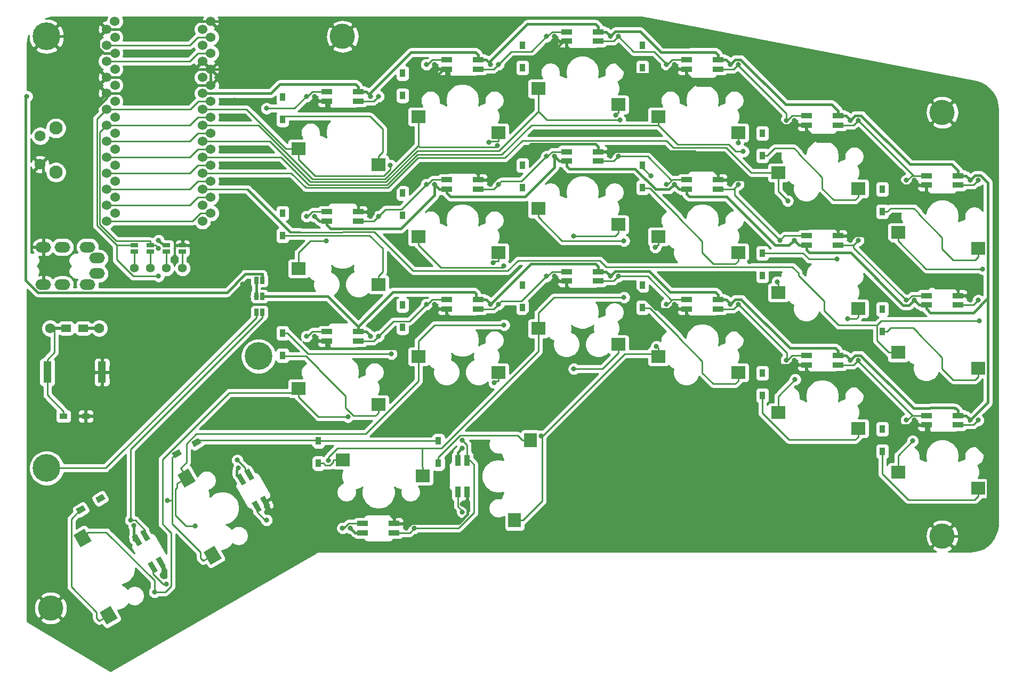
<source format=gtl>
G04 #@! TF.GenerationSoftware,KiCad,Pcbnew,5.1.5+dfsg1-2build2*
G04 #@! TF.CreationDate,2020-12-13T18:08:21+09:00*
G04 #@! TF.ProjectId,silverbullet44,73696c76-6572-4627-956c-6c657434342e,rev?*
G04 #@! TF.SameCoordinates,Original*
G04 #@! TF.FileFunction,Copper,L1,Top*
G04 #@! TF.FilePolarity,Positive*
%FSLAX46Y46*%
G04 Gerber Fmt 4.6, Leading zero omitted, Abs format (unit mm)*
G04 Created by KiCad (PCBNEW 5.1.5+dfsg1-2build2) date 2020-12-13 18:08:21*
%MOMM*%
%LPD*%
G04 APERTURE LIST*
%ADD10C,4.400000*%
%ADD11C,0.700000*%
%ADD12C,1.397000*%
%ADD13R,2.000000X2.300000*%
%ADD14C,2.100000*%
%ADD15C,1.750000*%
%ADD16R,1.800000X0.820000*%
%ADD17R,0.820000X1.800000*%
%ADD18C,0.100000*%
%ADD19R,2.300000X2.000000*%
%ADD20R,1.500000X1.200000*%
%ADD21C,1.600000*%
%ADD22R,2.900000X0.500000*%
%ADD23R,0.635000X1.143000*%
%ADD24C,4.000000*%
%ADD25R,1.300000X3.400000*%
%ADD26R,0.950000X1.300000*%
%ADD27R,1.300000X0.950000*%
%ADD28O,2.500000X1.700000*%
%ADD29C,1.524000*%
%ADD30R,1.143000X0.635000*%
%ADD31C,0.800000*%
%ADD32C,0.250000*%
%ADD33C,0.400000*%
%ADD34C,0.254000*%
G04 APERTURE END LIST*
D10*
X49530000Y-66675000D03*
D11*
X51180000Y-66675000D03*
X50696726Y-67841726D03*
X49530000Y-68325000D03*
X48363274Y-67841726D03*
X47880000Y-66675000D03*
X48363274Y-65508274D03*
X49530000Y-65025000D03*
X50696726Y-65508274D03*
D10*
X15875000Y-84455000D03*
D11*
X17525000Y-84455000D03*
X17041726Y-85621726D03*
X15875000Y-86105000D03*
X14708274Y-85621726D03*
X14225000Y-84455000D03*
X14708274Y-83288274D03*
X15875000Y-82805000D03*
X17041726Y-83288274D03*
D12*
X37465000Y-52705000D03*
X34925000Y-52705000D03*
X32385000Y-52705000D03*
X29845000Y-52705000D03*
D13*
X92750000Y-80025000D03*
X90210000Y-92725000D03*
D14*
X17349000Y-37445000D03*
D15*
X14859000Y-36195000D03*
X14859000Y-31695000D03*
D14*
X17349000Y-30435000D03*
D16*
X65365000Y-45200000D03*
X65365000Y-43700000D03*
X60365000Y-43700000D03*
X60365000Y-45200000D03*
X60365000Y-24650000D03*
X60365000Y-26150000D03*
X65365000Y-26150000D03*
X65365000Y-24650000D03*
X79415000Y-19570000D03*
X79415000Y-21070000D03*
X84415000Y-21070000D03*
X84415000Y-19570000D03*
X60365000Y-62750000D03*
X60365000Y-64250000D03*
X65365000Y-64250000D03*
X65365000Y-62750000D03*
X98465000Y-15125000D03*
X98465000Y-16625000D03*
X103465000Y-16625000D03*
X103465000Y-15125000D03*
X79415000Y-57670000D03*
X79415000Y-59170000D03*
X84415000Y-59170000D03*
X84415000Y-57670000D03*
X117515000Y-19570000D03*
X117515000Y-21070000D03*
X122515000Y-21070000D03*
X122515000Y-19570000D03*
X98465000Y-53225000D03*
X98465000Y-54725000D03*
X103465000Y-54725000D03*
X103465000Y-53225000D03*
X136565000Y-28460000D03*
X136565000Y-29960000D03*
X141565000Y-29960000D03*
X141565000Y-28460000D03*
X117515000Y-57670000D03*
X117515000Y-59170000D03*
X122515000Y-59170000D03*
X122515000Y-57670000D03*
X155615000Y-37985000D03*
X155615000Y-39485000D03*
X160615000Y-39485000D03*
X160615000Y-37985000D03*
X136565000Y-66560000D03*
X136565000Y-68060000D03*
X141565000Y-68060000D03*
X141565000Y-66560000D03*
X160615000Y-58535000D03*
X160615000Y-57035000D03*
X155615000Y-57035000D03*
X155615000Y-58535000D03*
X155615000Y-76085000D03*
X155615000Y-77585000D03*
X160615000Y-77585000D03*
X160615000Y-76085000D03*
X141565000Y-49010000D03*
X141565000Y-47510000D03*
X136565000Y-47510000D03*
X136565000Y-49010000D03*
D17*
X81165000Y-88225000D03*
X82665000Y-88225000D03*
X82665000Y-83225000D03*
X81165000Y-83225000D03*
D16*
X122515000Y-40120000D03*
X122515000Y-38620000D03*
X117515000Y-38620000D03*
X117515000Y-40120000D03*
X71080000Y-94730000D03*
X71080000Y-93230000D03*
X66080000Y-93230000D03*
X66080000Y-94730000D03*
X103465000Y-35675000D03*
X103465000Y-34175000D03*
X98465000Y-34175000D03*
X98465000Y-35675000D03*
G04 #@! TA.AperFunction,SMDPad,CuDef*
D18*
G36*
X50081051Y-91125387D02*
G01*
X49370911Y-91535387D01*
X48470911Y-89976541D01*
X49181051Y-89566541D01*
X50081051Y-91125387D01*
G37*
G04 #@! TD.AperFunction*
G04 #@! TA.AperFunction,SMDPad,CuDef*
G36*
X51380089Y-90375387D02*
G01*
X50669949Y-90785387D01*
X49769949Y-89226541D01*
X50480089Y-88816541D01*
X51380089Y-90375387D01*
G37*
G04 #@! TD.AperFunction*
G04 #@! TA.AperFunction,SMDPad,CuDef*
G36*
X48880089Y-86045259D02*
G01*
X48169949Y-86455259D01*
X47269949Y-84896413D01*
X47980089Y-84486413D01*
X48880089Y-86045259D01*
G37*
G04 #@! TD.AperFunction*
G04 #@! TA.AperFunction,SMDPad,CuDef*
G36*
X47581051Y-86795259D02*
G01*
X46870911Y-87205259D01*
X45970911Y-85646413D01*
X46681051Y-85236413D01*
X47581051Y-86795259D01*
G37*
G04 #@! TD.AperFunction*
D16*
X84415000Y-40120000D03*
X84415000Y-38620000D03*
X79415000Y-38620000D03*
X79415000Y-40120000D03*
G04 #@! TA.AperFunction,SMDPad,CuDef*
D18*
G36*
X33536551Y-100777487D02*
G01*
X32826411Y-101187487D01*
X31926411Y-99628641D01*
X32636551Y-99218641D01*
X33536551Y-100777487D01*
G37*
G04 #@! TD.AperFunction*
G04 #@! TA.AperFunction,SMDPad,CuDef*
G36*
X34835589Y-100027487D02*
G01*
X34125449Y-100437487D01*
X33225449Y-98878641D01*
X33935589Y-98468641D01*
X34835589Y-100027487D01*
G37*
G04 #@! TD.AperFunction*
G04 #@! TA.AperFunction,SMDPad,CuDef*
G36*
X32335589Y-95697359D02*
G01*
X31625449Y-96107359D01*
X30725449Y-94548513D01*
X31435589Y-94138513D01*
X32335589Y-95697359D01*
G37*
G04 #@! TD.AperFunction*
G04 #@! TA.AperFunction,SMDPad,CuDef*
G36*
X31036551Y-96447359D02*
G01*
X30326411Y-96857359D01*
X29426411Y-95298513D01*
X30136551Y-94888513D01*
X31036551Y-96447359D01*
G37*
G04 #@! TD.AperFunction*
G04 #@! TA.AperFunction,SMDPad,CuDef*
G36*
X24279925Y-107330416D02*
G01*
X26011975Y-106330416D01*
X27161975Y-108322274D01*
X25429925Y-109322274D01*
X24279925Y-107330416D01*
G37*
G04 #@! TD.AperFunction*
G04 #@! TA.AperFunction,SMDPad,CuDef*
G36*
X20129629Y-95061893D02*
G01*
X21861679Y-94061893D01*
X23011679Y-96053751D01*
X21279629Y-97053751D01*
X20129629Y-95061893D01*
G37*
G04 #@! TD.AperFunction*
G04 #@! TA.AperFunction,SMDPad,CuDef*
G36*
X40789925Y-97805416D02*
G01*
X42521975Y-96805416D01*
X43671975Y-98797274D01*
X41939925Y-99797274D01*
X40789925Y-97805416D01*
G37*
G04 #@! TD.AperFunction*
G04 #@! TA.AperFunction,SMDPad,CuDef*
G36*
X36639629Y-85536893D02*
G01*
X38371679Y-84536893D01*
X39521679Y-86528751D01*
X37789629Y-87528751D01*
X36639629Y-85536893D01*
G37*
G04 #@! TD.AperFunction*
D19*
X55865000Y-33695000D03*
X68565000Y-36235000D03*
X74915000Y-28615000D03*
X87615000Y-31155000D03*
X93965000Y-24170000D03*
X106665000Y-26710000D03*
X113015000Y-28615000D03*
X125715000Y-31155000D03*
X132065000Y-37505000D03*
X144765000Y-40045000D03*
X151115000Y-47030000D03*
X163815000Y-49570000D03*
X55865000Y-52745000D03*
X68565000Y-55285000D03*
X74915000Y-47665000D03*
X87615000Y-50205000D03*
X93965000Y-43220000D03*
X106665000Y-45760000D03*
X113015000Y-47665000D03*
X125715000Y-50205000D03*
X132065000Y-56555000D03*
X144765000Y-59095000D03*
X151115000Y-66080000D03*
X163815000Y-68620000D03*
X55865000Y-71795000D03*
X68565000Y-74335000D03*
X74915000Y-66715000D03*
X87615000Y-69255000D03*
X93965000Y-62270000D03*
X106665000Y-64810000D03*
X113015000Y-66715000D03*
X125715000Y-69255000D03*
X132065000Y-75605000D03*
X144765000Y-78145000D03*
X151115000Y-85130000D03*
X163815000Y-87670000D03*
X75580000Y-85685000D03*
X62880000Y-83145000D03*
D11*
X17041726Y-14708274D03*
X15875000Y-14225000D03*
X14708274Y-14708274D03*
X14225000Y-15875000D03*
X14708274Y-17041726D03*
X15875000Y-17525000D03*
X17041726Y-17041726D03*
X17525000Y-15875000D03*
D10*
X15875000Y-15875000D03*
D20*
X18970000Y-62230000D03*
X21670000Y-62230000D03*
D21*
X24219999Y-62230000D03*
X16420001Y-62230000D03*
D22*
X22820000Y-62230000D03*
X17820000Y-62230000D03*
D23*
X49164220Y-54610000D03*
X50164980Y-54610000D03*
D24*
X62865000Y-15875000D03*
X16510000Y-106680000D03*
X158115000Y-95250000D03*
X158115000Y-27940000D03*
D23*
X50164980Y-59690000D03*
X49164220Y-59690000D03*
X50164980Y-57150000D03*
X49164220Y-57150000D03*
D25*
X24669999Y-69215000D03*
X15970001Y-69215000D03*
D26*
X53340000Y-29080000D03*
X53340000Y-25530000D03*
X72390000Y-25270000D03*
X72390000Y-21720000D03*
X91440000Y-20825000D03*
X91440000Y-17275000D03*
X110490000Y-17275000D03*
X110490000Y-20825000D03*
X129540000Y-31245000D03*
X129540000Y-34795000D03*
X148590000Y-43685000D03*
X148590000Y-40135000D03*
X53340000Y-47495000D03*
X53340000Y-43945000D03*
X72390000Y-44320000D03*
X72390000Y-40770000D03*
X91440000Y-39875000D03*
X91440000Y-36325000D03*
X110490000Y-36325000D03*
X110490000Y-39875000D03*
X129540000Y-50295000D03*
X129540000Y-53845000D03*
X148590000Y-59185000D03*
X148590000Y-62735000D03*
X53340000Y-66545000D03*
X53340000Y-62995000D03*
X72390000Y-62100000D03*
X72390000Y-58550000D03*
X91440000Y-58925000D03*
X91440000Y-55375000D03*
X110490000Y-55375000D03*
X110490000Y-58925000D03*
X129540000Y-69345000D03*
X129540000Y-72895000D03*
X148590000Y-78235000D03*
X148590000Y-81785000D03*
G04 #@! TA.AperFunction,SMDPad,CuDef*
D18*
G36*
X21648222Y-90321138D02*
G01*
X22123222Y-91143862D01*
X20997388Y-91793862D01*
X20522388Y-90971138D01*
X21648222Y-90321138D01*
G37*
G04 #@! TD.AperFunction*
G04 #@! TA.AperFunction,SMDPad,CuDef*
G36*
X24722612Y-88546138D02*
G01*
X25197612Y-89368862D01*
X24071778Y-90018862D01*
X23596778Y-89196138D01*
X24722612Y-88546138D01*
G37*
G04 #@! TD.AperFunction*
G04 #@! TA.AperFunction,SMDPad,CuDef*
G36*
X36888222Y-81431138D02*
G01*
X37363222Y-82253862D01*
X36237388Y-82903862D01*
X35762388Y-82081138D01*
X36888222Y-81431138D01*
G37*
G04 #@! TD.AperFunction*
G04 #@! TA.AperFunction,SMDPad,CuDef*
G36*
X39962612Y-79656138D02*
G01*
X40437612Y-80478862D01*
X39311778Y-81128862D01*
X38836778Y-80306138D01*
X39962612Y-79656138D01*
G37*
G04 #@! TD.AperFunction*
D26*
X59055000Y-80140000D03*
X59055000Y-83690000D03*
X78105000Y-80140000D03*
X78105000Y-83690000D03*
D27*
X18545000Y-76200000D03*
X22095000Y-76200000D03*
D28*
X23865000Y-53535000D03*
X22365000Y-49335000D03*
X18365000Y-49335000D03*
X15365000Y-49335000D03*
X18365000Y-55285000D03*
X15365000Y-55285000D03*
X23865000Y-51085000D03*
X22365000Y-55285000D03*
D29*
X25400000Y-14732000D03*
X26706400Y-13462000D03*
X40640000Y-14732000D03*
X41910000Y-13462000D03*
X40640000Y-17272000D03*
X40640000Y-19812000D03*
X40640000Y-22352000D03*
X40640000Y-24892000D03*
X40640000Y-27432000D03*
X40640000Y-29972000D03*
X40640000Y-32512000D03*
X40640000Y-35052000D03*
X40640000Y-37592000D03*
X40640000Y-40132000D03*
X40640000Y-42672000D03*
X40640000Y-45212000D03*
X25400000Y-45212000D03*
X25400000Y-42672000D03*
X25400000Y-40132000D03*
X25400000Y-37592000D03*
X25400000Y-35052000D03*
X25400000Y-32512000D03*
X25400000Y-29972000D03*
X25400000Y-27432000D03*
X25400000Y-24892000D03*
X25400000Y-22352000D03*
X25400000Y-19812000D03*
X25400000Y-17272000D03*
X41946400Y-16002000D03*
X41946400Y-18542000D03*
X41946400Y-21082000D03*
X41946400Y-23622000D03*
X41946400Y-26162000D03*
X41946400Y-28702000D03*
X41946400Y-31242000D03*
X41946400Y-33782000D03*
X41946400Y-36322000D03*
X41946400Y-38862000D03*
X41946400Y-41402000D03*
X41946400Y-43942000D03*
X26726400Y-43942000D03*
X26726400Y-41402000D03*
X26726400Y-38862000D03*
X26726400Y-36322000D03*
X26726400Y-33782000D03*
X26726400Y-31242000D03*
X26726400Y-28702000D03*
X26726400Y-26162000D03*
X26726400Y-23622000D03*
X26726400Y-21082000D03*
X26726400Y-18542000D03*
X26726400Y-16002000D03*
D30*
X37465000Y-49029620D03*
X37465000Y-50030380D03*
X34925000Y-50030380D03*
X34925000Y-49029620D03*
X32385000Y-50030380D03*
X32385000Y-49029620D03*
X29845000Y-49029620D03*
X29845000Y-50030380D03*
D31*
X72390000Y-21590000D03*
X91440000Y-17145000D03*
X110490000Y-17145000D03*
X129540000Y-31115000D03*
X148590000Y-40005000D03*
X53340000Y-25400000D03*
X53340000Y-29210000D03*
X86119200Y-32683100D03*
X72390000Y-25400000D03*
X106257100Y-28333100D03*
X91440000Y-20955000D03*
X125702700Y-32761700D03*
X110490000Y-20955000D03*
X129540000Y-34925000D03*
X148590000Y-43815000D03*
X111817100Y-38035500D03*
X141373700Y-51255400D03*
X129540000Y-50165000D03*
X148590000Y-59055000D03*
X110490000Y-36195000D03*
X91440000Y-36195000D03*
X72390000Y-40640000D03*
X53340000Y-43815000D03*
X53340000Y-47625000D03*
X86800100Y-51816100D03*
X72390000Y-44450000D03*
X99540800Y-47600800D03*
X91440000Y-40005000D03*
X110490000Y-40005000D03*
X143059200Y-60731400D03*
X129540000Y-53975000D03*
X148590000Y-62865000D03*
X70601600Y-66280600D03*
X110490000Y-55245000D03*
X129540000Y-69215000D03*
X148590000Y-78105000D03*
X91440000Y-55245000D03*
X72390000Y-58420000D03*
X53340000Y-62865000D03*
X53340000Y-66675000D03*
X86954700Y-70876100D03*
X72390000Y-62230000D03*
X99604800Y-68681200D03*
X91440000Y-59055000D03*
X110490000Y-59055000D03*
X129540000Y-73025000D03*
X148590000Y-81915000D03*
X21209000Y-91059000D03*
X78105000Y-80010000D03*
X59055000Y-80010000D03*
X39497000Y-80391000D03*
X24511000Y-89281000D03*
X35040900Y-89579700D03*
X36449000Y-82169000D03*
X59055000Y-83820000D03*
X78105000Y-83820000D03*
X46355000Y-84455000D03*
X153670000Y-57785000D03*
X134620000Y-48260000D03*
X115570000Y-39370000D03*
X96520000Y-34925000D03*
X77470000Y-39370000D03*
X58420000Y-44450000D03*
X64135000Y-93980000D03*
X67310000Y-25400000D03*
X86360000Y-20320000D03*
X105410000Y-15875000D03*
X143510000Y-29210000D03*
X162560000Y-38735000D03*
X67310000Y-63500000D03*
X86360000Y-58420000D03*
X105410000Y-53975000D03*
X124460000Y-58420000D03*
X143510000Y-67310000D03*
X162560000Y-76835000D03*
X81915000Y-81280000D03*
X124460000Y-20320000D03*
X29717994Y-93599000D03*
X33655000Y-48260000D03*
X57150000Y-25400000D03*
X50799994Y-27305000D03*
X22095000Y-74032000D03*
X58420000Y-25400000D03*
X77470000Y-20320000D03*
X96520000Y-15875000D03*
X115570000Y-20320000D03*
X134620000Y-29210000D03*
X153670000Y-38735000D03*
X143510000Y-48260000D03*
X124460000Y-39370000D03*
X58420000Y-63500000D03*
X77470000Y-58420000D03*
X96520000Y-53975000D03*
X115570000Y-58420000D03*
X134620000Y-67310000D03*
X153670000Y-76835000D03*
X81915000Y-90170000D03*
X50800000Y-91440000D03*
X34290000Y-101600000D03*
X162560000Y-57785000D03*
X105410000Y-34925000D03*
X86360000Y-39370000D03*
X67310000Y-44450000D03*
X73025000Y-93980000D03*
X96520000Y-73025000D03*
X54610000Y-88265000D03*
X52705000Y-81915000D03*
X46990000Y-55245000D03*
X39370000Y-73025000D03*
X50800000Y-75565000D03*
X76200000Y-76200000D03*
X55245000Y-59690000D03*
X50800000Y-50165000D03*
X81915000Y-54610000D03*
X92710000Y-49530000D03*
X21590000Y-86995000D03*
X27940000Y-90170000D03*
X66040000Y-58420000D03*
X137795000Y-63500000D03*
X157480000Y-72390000D03*
X95885000Y-67945000D03*
X116840000Y-61595000D03*
X110490000Y-50165000D03*
X111760000Y-43815000D03*
X14605000Y-58420000D03*
X151130000Y-59690000D03*
X43815000Y-84455000D03*
X32385000Y-92075000D03*
X72390000Y-48895000D03*
X102235000Y-31115000D03*
X74422000Y-57785000D03*
X117094000Y-43053000D03*
X121412000Y-53721000D03*
X136144000Y-32893000D03*
X150622000Y-80772000D03*
X93218000Y-33782000D03*
X74635500Y-25359500D03*
X76454000Y-22479000D03*
X33655000Y-23622000D03*
X33655000Y-26035000D03*
X33655000Y-16002000D03*
X33655000Y-13462000D03*
X33655000Y-18542000D03*
X123190000Y-43053000D03*
X163195000Y-55245000D03*
X127508000Y-51689000D03*
X45720000Y-26035000D03*
X45720000Y-28575000D03*
X50165000Y-33655000D03*
X50165000Y-36195000D03*
X38735000Y-46990000D03*
X107950000Y-71755000D03*
X100965000Y-66675000D03*
X33655000Y-53975000D03*
X33655000Y-49530000D03*
X63723800Y-76313800D03*
X33019500Y-104140000D03*
X70485002Y-36322000D03*
X60324994Y-48317800D03*
X88522600Y-52332000D03*
X87492200Y-33206200D03*
X88522600Y-61723200D03*
X39469400Y-93650300D03*
X106930900Y-29127700D03*
X107572600Y-57312700D03*
X60615700Y-83269100D03*
X107572600Y-48328800D03*
X126525000Y-34139600D03*
X112546600Y-49351000D03*
X94387900Y-79359300D03*
X112734300Y-65109000D03*
X133569500Y-41990700D03*
X131915000Y-54862500D03*
X134747008Y-70358000D03*
X164009200Y-61074200D03*
X164521100Y-52808200D03*
X153416000Y-80137000D03*
X49164200Y-57150000D03*
X12740024Y-25400000D03*
X76200000Y-20320000D03*
X68580000Y-25400000D03*
X87630000Y-20320000D03*
X95250000Y-15875000D03*
X106680000Y-15875000D03*
X114300000Y-20320000D03*
X125730000Y-20320000D03*
X133350000Y-29210000D03*
X144780000Y-29210000D03*
X152400000Y-38735000D03*
X163830000Y-57785000D03*
X163830000Y-38735000D03*
X144780000Y-48260000D03*
X152400000Y-57785000D03*
X106680000Y-34925000D03*
X114300000Y-39370000D03*
X87630000Y-39370000D03*
X95250000Y-34925000D03*
X68580000Y-44450000D03*
X76200000Y-39370000D03*
X57150000Y-63500000D03*
X57150000Y-44450000D03*
X68580000Y-63500000D03*
X76200000Y-58420000D03*
X87630000Y-58420000D03*
X95250000Y-53975000D03*
X106680000Y-53975000D03*
X114300000Y-58420000D03*
X125730000Y-58420000D03*
X133350000Y-67310000D03*
X144780000Y-67310000D03*
X152400000Y-76835000D03*
X163830000Y-76835000D03*
X81915000Y-91440000D03*
X74295000Y-93980000D03*
X81915000Y-80010000D03*
X62865000Y-93980000D03*
X50800000Y-92710000D03*
X125730000Y-39370000D03*
X132301802Y-48259990D03*
X46158000Y-83185000D03*
X34925010Y-102870000D03*
X29210000Y-92710000D03*
D32*
X72390000Y-21720000D02*
X72390000Y-21590000D01*
X91440000Y-17275000D02*
X91440000Y-17145000D01*
X148590000Y-40135000D02*
X148590000Y-40005000D01*
X110490000Y-17145000D02*
X110490000Y-17275000D01*
X129540000Y-31115000D02*
X129540000Y-31245000D01*
X39878000Y-31242000D02*
X41946400Y-31242000D01*
X38608000Y-32512000D02*
X39878000Y-31242000D01*
X25400000Y-32512000D02*
X38608000Y-32512000D01*
X53340000Y-28575000D02*
X67248300Y-28575000D01*
X67248300Y-28575000D02*
X69238000Y-30564700D01*
X69238000Y-30564700D02*
X69238000Y-34236700D01*
X69238000Y-34236700D02*
X68565000Y-34909700D01*
X68565000Y-36235000D02*
X68565000Y-34909700D01*
X53340000Y-28575000D02*
X53340000Y-28445000D01*
X86119200Y-32683100D02*
X86322000Y-32480300D01*
X86322000Y-32480300D02*
X87615000Y-32480300D01*
X87615000Y-31155000D02*
X87615000Y-32480300D01*
X72390000Y-25400000D02*
X72390000Y-25270000D01*
X106665000Y-26710000D02*
X106665000Y-28035300D01*
X106257100Y-28333100D02*
X106554900Y-28035300D01*
X106554900Y-28035300D02*
X106665000Y-28035300D01*
X91440000Y-20955000D02*
X91440000Y-20825000D01*
X125702700Y-32761700D02*
X125702700Y-32492600D01*
X125702700Y-32492600D02*
X125715000Y-32480300D01*
X125715000Y-31155000D02*
X125715000Y-32480300D01*
X110490000Y-20825000D02*
X110490000Y-20955000D01*
X129540000Y-34795000D02*
X130340300Y-34795000D01*
X130340300Y-34795000D02*
X131512400Y-33622900D01*
X131512400Y-33622900D02*
X134568400Y-33622900D01*
X134568400Y-33622900D02*
X135260400Y-34314900D01*
X135260400Y-34314900D02*
X135260400Y-34479700D01*
X135260400Y-34479700D02*
X139065100Y-38284400D01*
X139065100Y-38284400D02*
X139065100Y-40057500D01*
X139065100Y-40057500D02*
X140860900Y-41853300D01*
X140860900Y-41853300D02*
X144282000Y-41853300D01*
X144282000Y-41853300D02*
X144765000Y-41370300D01*
X129540000Y-34795000D02*
X129540000Y-34925000D01*
X144765000Y-40045000D02*
X144765000Y-41370300D01*
X148590000Y-43685000D02*
X149390300Y-43685000D01*
X149390300Y-43685000D02*
X149917900Y-43157400D01*
X149917900Y-43157400D02*
X153625500Y-43157400D01*
X153625500Y-43157400D02*
X154310400Y-43842300D01*
X154310400Y-43842300D02*
X154310400Y-44004700D01*
X154310400Y-44004700D02*
X158115100Y-47809400D01*
X158115100Y-47809400D02*
X158115100Y-49627300D01*
X158115100Y-49627300D02*
X159863400Y-51375600D01*
X159863400Y-51375600D02*
X163334700Y-51375600D01*
X163334700Y-51375600D02*
X163815000Y-50895300D01*
X148590000Y-43815000D02*
X148590000Y-43685000D01*
X163815000Y-49570000D02*
X163815000Y-50895300D01*
X111817100Y-38035500D02*
X110490000Y-36708400D01*
X110490000Y-36708400D02*
X110490000Y-36325000D01*
X129540000Y-50165000D02*
X129540000Y-50295000D01*
X148590000Y-59055000D02*
X148590000Y-59185000D01*
X53340000Y-43945000D02*
X53340000Y-43815000D01*
X72390000Y-40770000D02*
X72390000Y-40640000D01*
X91440000Y-36325000D02*
X91440000Y-36195000D01*
X110490000Y-36195000D02*
X110490000Y-36325000D01*
X39878000Y-33782000D02*
X41946400Y-33782000D01*
X38608000Y-35052000D02*
X39878000Y-33782000D01*
X25400000Y-35052000D02*
X38608000Y-35052000D01*
X136980400Y-51255400D02*
X141373700Y-51255400D01*
X136020000Y-50295000D02*
X136980400Y-51255400D01*
X129540000Y-50295000D02*
X136020000Y-50295000D01*
X53340000Y-47495000D02*
X67148500Y-47495000D01*
X67148500Y-47495000D02*
X69227300Y-49573800D01*
X69227300Y-49573800D02*
X69227300Y-53297400D01*
X69227300Y-53297400D02*
X68565000Y-53959700D01*
X53340000Y-47625000D02*
X53340000Y-47495000D01*
X68565000Y-55285000D02*
X68565000Y-53959700D01*
X86800100Y-51816100D02*
X87085900Y-51530300D01*
X87085900Y-51530300D02*
X87615000Y-51530300D01*
X87615000Y-50205000D02*
X87615000Y-51530300D01*
X72390000Y-44450000D02*
X72390000Y-44320000D01*
X106665000Y-47085300D02*
X106149500Y-47600800D01*
X106149500Y-47600800D02*
X99540800Y-47600800D01*
X106665000Y-45760000D02*
X106665000Y-47085300D01*
X91440000Y-40005000D02*
X91440000Y-39875000D01*
X110490000Y-40005000D02*
X111665000Y-40005000D01*
X111665000Y-40005000D02*
X116210400Y-44550400D01*
X116210400Y-44550400D02*
X116210400Y-44639700D01*
X116210400Y-44639700D02*
X120015100Y-48444400D01*
X120015100Y-48444400D02*
X120015100Y-50225300D01*
X120015100Y-50225300D02*
X121784800Y-51995000D01*
X121784800Y-51995000D02*
X125250300Y-51995000D01*
X125250300Y-51995000D02*
X125715000Y-51530300D01*
X125715000Y-50205000D02*
X125715000Y-51530300D01*
X110490000Y-39875000D02*
X110490000Y-40005000D01*
X144765000Y-59095000D02*
X144765000Y-60420300D01*
X143059200Y-60731400D02*
X144453900Y-60731400D01*
X144453900Y-60731400D02*
X144765000Y-60420300D01*
X129540000Y-53845000D02*
X129540000Y-53975000D01*
X148590000Y-62735000D02*
X149390300Y-62735000D01*
X149390300Y-62735000D02*
X149935400Y-62189900D01*
X149935400Y-62189900D02*
X153542800Y-62189900D01*
X153542800Y-62189900D02*
X154310400Y-62957500D01*
X154310400Y-62957500D02*
X154310400Y-63054700D01*
X154310400Y-63054700D02*
X158115100Y-66859400D01*
X158115100Y-66859400D02*
X158115100Y-68686300D01*
X158115100Y-68686300D02*
X159852400Y-70423600D01*
X159852400Y-70423600D02*
X163336700Y-70423600D01*
X163336700Y-70423600D02*
X163815000Y-69945300D01*
X148590000Y-62735000D02*
X148590000Y-62865000D01*
X163815000Y-68620000D02*
X163815000Y-69945300D01*
X54140300Y-62995000D02*
X57425900Y-66280600D01*
X57425900Y-66280600D02*
X70601600Y-66280600D01*
X53340000Y-62995000D02*
X54140300Y-62995000D01*
X53340000Y-62995000D02*
X53340000Y-62865000D01*
X72390000Y-58550000D02*
X72390000Y-58420000D01*
X91440000Y-55375000D02*
X91440000Y-55245000D01*
X110490000Y-55245000D02*
X110490000Y-55375000D01*
X129540000Y-69215000D02*
X129540000Y-69345000D01*
X148590000Y-78105000D02*
X148590000Y-78235000D01*
X39878000Y-36322000D02*
X41946400Y-36322000D01*
X38608000Y-37592000D02*
X39878000Y-36322000D01*
X25400000Y-37592000D02*
X38608000Y-37592000D01*
X68565000Y-74335000D02*
X68565000Y-75660300D01*
X53340000Y-66675000D02*
X57058200Y-66675000D01*
X57058200Y-66675000D02*
X59060400Y-68677200D01*
X59060400Y-68677200D02*
X59060400Y-68769600D01*
X59060400Y-68769600D02*
X63314200Y-73023400D01*
X63314200Y-73023400D02*
X63314200Y-74846400D01*
X63314200Y-74846400D02*
X64613500Y-76145700D01*
X64613500Y-76145700D02*
X68079600Y-76145700D01*
X68079600Y-76145700D02*
X68565000Y-75660300D01*
X53340000Y-66545000D02*
X53340000Y-66675000D01*
X86954700Y-70876100D02*
X87250500Y-70580300D01*
X87250500Y-70580300D02*
X87615000Y-70580300D01*
X87615000Y-69255000D02*
X87615000Y-70580300D01*
X72390000Y-62230000D02*
X72390000Y-62100000D01*
X106665000Y-66135300D02*
X104119100Y-68681200D01*
X104119100Y-68681200D02*
X99604800Y-68681200D01*
X106665000Y-64810000D02*
X106665000Y-66135300D01*
X91440000Y-59055000D02*
X91440000Y-58925000D01*
X110490000Y-59055000D02*
X111665000Y-59055000D01*
X111665000Y-59055000D02*
X116210400Y-63600400D01*
X116210400Y-63600400D02*
X116210400Y-63689700D01*
X116210400Y-63689700D02*
X120015100Y-67494400D01*
X120015100Y-67494400D02*
X120015100Y-69310600D01*
X120015100Y-69310600D02*
X121752900Y-71048400D01*
X121752900Y-71048400D02*
X125246900Y-71048400D01*
X125246900Y-71048400D02*
X125715000Y-70580300D01*
X125715000Y-69255000D02*
X125715000Y-70580300D01*
X110490000Y-59055000D02*
X110490000Y-58925000D01*
X144765000Y-78145000D02*
X144765000Y-79470300D01*
X129540000Y-73025000D02*
X129540000Y-75696000D01*
X129540000Y-75696000D02*
X133777200Y-79933200D01*
X133777200Y-79933200D02*
X144302100Y-79933200D01*
X144302100Y-79933200D02*
X144765000Y-79470300D01*
X129540000Y-72895000D02*
X129540000Y-73025000D01*
X148590000Y-81785000D02*
X148590000Y-81915000D01*
X163815000Y-88920000D02*
X163815000Y-87670000D01*
X163279999Y-89455001D02*
X163815000Y-88920000D01*
X152704999Y-89455001D02*
X163279999Y-89455001D01*
X148590000Y-85340002D02*
X152704999Y-89455001D01*
X148590000Y-81915000D02*
X148590000Y-85340002D01*
X21209000Y-91059000D02*
X21321300Y-91059000D01*
X21321300Y-91059000D02*
X21322800Y-91057500D01*
X21209000Y-91059000D02*
X21209000Y-91115200D01*
X21209000Y-91115200D02*
X19785700Y-92538500D01*
X19785700Y-92538500D02*
X19785700Y-103290900D01*
X19785700Y-103290900D02*
X23835500Y-107340700D01*
X23835500Y-107340700D02*
X23835500Y-108291400D01*
X23835500Y-108291400D02*
X24230800Y-108686700D01*
X25720900Y-107826300D02*
X24230800Y-108686700D01*
X78105000Y-80140000D02*
X59055000Y-80140000D01*
X78105000Y-80010000D02*
X78105000Y-80140000D01*
X39497000Y-80391000D02*
X39635700Y-80391000D01*
X39635700Y-80391000D02*
X39637200Y-80392500D01*
X24511000Y-89281000D02*
X24398700Y-89281000D01*
X24398700Y-89281000D02*
X24397200Y-89282500D01*
X59055000Y-80010000D02*
X59055000Y-80140000D01*
X38608000Y-40132000D02*
X25400000Y-40132000D01*
X39878000Y-38862000D02*
X38608000Y-40132000D01*
X41946400Y-38862000D02*
X39878000Y-38862000D01*
X39497000Y-80391000D02*
X39896999Y-79991001D01*
X58925000Y-80010000D02*
X59055000Y-80140000D01*
X39878000Y-80010000D02*
X58925000Y-80010000D01*
X39497000Y-80391000D02*
X39878000Y-80010000D01*
X35845500Y-89579700D02*
X35845500Y-93286100D01*
X35845500Y-93286100D02*
X40345500Y-97786100D01*
X40345500Y-97786100D02*
X40345500Y-98766400D01*
X40345500Y-98766400D02*
X40740800Y-99161700D01*
X36449000Y-82169000D02*
X35845500Y-82772500D01*
X35845500Y-82772500D02*
X35845500Y-89579700D01*
X35845500Y-89579700D02*
X35040900Y-89579700D01*
X42230900Y-98301300D02*
X40740800Y-99161700D01*
X36562800Y-82167500D02*
X36561300Y-82169000D01*
X36561300Y-82169000D02*
X36449000Y-82169000D01*
X59055000Y-83690000D02*
X59855300Y-83690000D01*
X59855300Y-83690000D02*
X60159700Y-83994400D01*
X60159700Y-83994400D02*
X60916200Y-83994400D01*
X60916200Y-83994400D02*
X61404700Y-83505900D01*
X61404700Y-83505900D02*
X61404700Y-83145000D01*
X62880000Y-83145000D02*
X61404700Y-83145000D01*
X59055000Y-83690000D02*
X59055000Y-83820000D01*
X92750000Y-80025000D02*
X91424700Y-80025000D01*
X78105000Y-83690000D02*
X78105000Y-82714700D01*
X78105000Y-82714700D02*
X81536200Y-79283500D01*
X81536200Y-79283500D02*
X90683200Y-79283500D01*
X90683200Y-79283500D02*
X91424700Y-80025000D01*
X78105000Y-83820000D02*
X78105000Y-83690000D01*
X29845000Y-50030380D02*
X29845000Y-52705000D01*
X38608000Y-19812000D02*
X25400000Y-19812000D01*
X39878000Y-18542000D02*
X38608000Y-19812000D01*
X41946400Y-18542000D02*
X39878000Y-18542000D01*
D33*
X86360000Y-58315000D02*
X86360000Y-58420000D01*
X84415000Y-57670000D02*
X85715000Y-57670000D01*
X85715000Y-57670000D02*
X86360000Y-58315000D01*
X162560000Y-76730000D02*
X162560000Y-76835000D01*
X160615000Y-76085000D02*
X161915000Y-76085000D01*
X161915000Y-76085000D02*
X162560000Y-76730000D01*
X86360000Y-58420000D02*
X92765000Y-52015000D01*
X92765000Y-52015000D02*
X103065000Y-52015000D01*
X103065000Y-52015000D02*
X103465000Y-52415000D01*
X103465000Y-52415000D02*
X103465000Y-53225000D01*
X165354000Y-54737000D02*
X165365000Y-54980000D01*
X165365000Y-54980000D02*
X165365000Y-74030000D01*
X165365000Y-74030000D02*
X162560000Y-76835000D01*
X81915000Y-81280000D02*
X81810000Y-81280000D01*
X46776000Y-86220800D02*
X46741600Y-86220800D01*
X46741600Y-86220800D02*
X46741500Y-86220900D01*
X46741500Y-86220900D02*
X46082600Y-85562100D01*
X46082600Y-85562100D02*
X46082600Y-84727400D01*
X46082600Y-84727400D02*
X46355000Y-84455000D01*
X81165000Y-83225000D02*
X81165000Y-81925000D01*
X81165000Y-81925000D02*
X81810000Y-81280000D01*
X143510000Y-67205000D02*
X143510000Y-67310000D01*
X141565000Y-66560000D02*
X142865000Y-66560000D01*
X142865000Y-66560000D02*
X143510000Y-67205000D01*
X124460000Y-58315000D02*
X124460000Y-58420000D01*
X122515000Y-57670000D02*
X123815000Y-57670000D01*
X123815000Y-57670000D02*
X124460000Y-58315000D01*
X105410000Y-53870000D02*
X105410000Y-53975000D01*
X103465000Y-53225000D02*
X104765000Y-53225000D01*
X104765000Y-53225000D02*
X105410000Y-53870000D01*
X67310000Y-63500000D02*
X67310000Y-63395000D01*
X160615000Y-37985000D02*
X161915000Y-37985000D01*
X161915000Y-37985000D02*
X162560000Y-38630000D01*
X143510000Y-29105000D02*
X143510000Y-29210000D01*
X141565000Y-28460000D02*
X142865000Y-28460000D01*
X142865000Y-28460000D02*
X143510000Y-29105000D01*
X105410000Y-15770000D02*
X105410000Y-15875000D01*
X103465000Y-15125000D02*
X104765000Y-15125000D01*
X104765000Y-15125000D02*
X105410000Y-15770000D01*
X67310000Y-25295000D02*
X67310000Y-24834300D01*
X67310000Y-24834300D02*
X73784000Y-18360000D01*
X73784000Y-18360000D02*
X84015000Y-18360000D01*
X84015000Y-18360000D02*
X84415000Y-18760000D01*
X84415000Y-18760000D02*
X84415000Y-19570000D01*
X67310000Y-25400000D02*
X67310000Y-25295000D01*
X86360000Y-20215000D02*
X86360000Y-19754300D01*
X86360000Y-19754300D02*
X92199000Y-13915000D01*
X92199000Y-13915000D02*
X103065000Y-13915000D01*
X103065000Y-13915000D02*
X103465000Y-14315000D01*
X103465000Y-14315000D02*
X103465000Y-15125000D01*
X86360000Y-20320000D02*
X86360000Y-20215000D01*
X60365000Y-45200000D02*
X60365000Y-45800600D01*
X60365000Y-45800600D02*
X60974000Y-46410000D01*
X60974000Y-46410000D02*
X72145000Y-46410000D01*
X72145000Y-46410000D02*
X77470000Y-41085000D01*
X77470000Y-41085000D02*
X77470000Y-39370000D01*
X79415000Y-40120000D02*
X79415000Y-40720600D01*
X79415000Y-40720600D02*
X80024000Y-41330000D01*
X80024000Y-41330000D02*
X91830000Y-41330000D01*
X91830000Y-41330000D02*
X96520000Y-36640000D01*
X96520000Y-36640000D02*
X96520000Y-34925000D01*
X115570000Y-39370000D02*
X114770000Y-40170000D01*
X114770000Y-40170000D02*
X112630000Y-40170000D01*
X112630000Y-40170000D02*
X109345000Y-36885000D01*
X109345000Y-36885000D02*
X98865000Y-36885000D01*
X98865000Y-36885000D02*
X98465000Y-36485000D01*
X98465000Y-36485000D02*
X98465000Y-35675000D01*
X155615000Y-58535000D02*
X155615000Y-59135600D01*
X155615000Y-59135600D02*
X156224000Y-59745000D01*
X156224000Y-59745000D02*
X163054000Y-59745000D01*
X163054000Y-59745000D02*
X165354000Y-57445000D01*
X165354000Y-57445000D02*
X165354000Y-54737000D01*
X155615000Y-58535000D02*
X154420000Y-58535000D01*
X154420000Y-58535000D02*
X153670000Y-57785000D01*
X136565000Y-49010000D02*
X135370000Y-49010000D01*
X135370000Y-49010000D02*
X134620000Y-48260000D01*
X117515000Y-40120000D02*
X116320000Y-40120000D01*
X116320000Y-40120000D02*
X115570000Y-39370000D01*
X98465000Y-35675000D02*
X97270000Y-35675000D01*
X97270000Y-35675000D02*
X96520000Y-34925000D01*
X79415000Y-40120000D02*
X78220000Y-40120000D01*
X78220000Y-40120000D02*
X77470000Y-39370000D01*
X60365000Y-45200000D02*
X59170000Y-45200000D01*
X59170000Y-45200000D02*
X58420000Y-44450000D01*
X66080000Y-94730000D02*
X64885000Y-94730000D01*
X64885000Y-94730000D02*
X64135000Y-93980000D01*
X65365000Y-62750000D02*
X65365000Y-61940000D01*
X65365000Y-61940000D02*
X60575000Y-57150000D01*
X60575000Y-57150000D02*
X50165000Y-57150000D01*
X84415000Y-57670000D02*
X84340000Y-57670000D01*
X84340000Y-57670000D02*
X84075000Y-57405000D01*
X84075000Y-57405000D02*
X84075000Y-56729500D01*
X84075000Y-56729500D02*
X83806000Y-56460000D01*
X83806000Y-56460000D02*
X70845000Y-56460000D01*
X70845000Y-56460000D02*
X65365000Y-61940000D01*
X122515000Y-57670000D02*
X122515000Y-56860000D01*
X106210000Y-53175000D02*
X105410000Y-53975000D01*
X105410000Y-15875000D02*
X106210000Y-15075000D01*
X65365000Y-24650000D02*
X66665000Y-24650000D01*
X66665000Y-24650000D02*
X67310000Y-25295000D01*
X84415000Y-19570000D02*
X85715000Y-19570000D01*
X85715000Y-19570000D02*
X86360000Y-20215000D01*
X122515000Y-19570000D02*
X123815000Y-19570000D01*
X123815000Y-19570000D02*
X124460000Y-20215000D01*
X65365000Y-62750000D02*
X66665000Y-62750000D01*
X66665000Y-62750000D02*
X67310000Y-63395000D01*
X144310001Y-28409999D02*
X145249999Y-28409999D01*
X143510000Y-29210000D02*
X144310001Y-28409999D01*
X145249999Y-28409999D02*
X153035000Y-36195000D01*
X160615000Y-37175000D02*
X160615000Y-37985000D01*
X159635000Y-36195000D02*
X160615000Y-37175000D01*
X153035000Y-36195000D02*
X159635000Y-36195000D01*
X124460000Y-20320000D02*
X125260000Y-19520000D01*
X126114001Y-19519999D02*
X133264002Y-26670000D01*
X125260000Y-19520000D02*
X126114001Y-19519999D01*
X141565000Y-27650000D02*
X141565000Y-28460000D01*
X140585000Y-26670000D02*
X141565000Y-27650000D01*
X133264002Y-26670000D02*
X140585000Y-26670000D01*
X110135002Y-15075000D02*
X113475002Y-18415000D01*
X106210000Y-15075000D02*
X110135002Y-15075000D01*
X122114990Y-18359990D02*
X122515000Y-18760000D01*
X122515000Y-18760000D02*
X122515000Y-19570000D01*
X118124458Y-18359990D02*
X122114990Y-18359990D01*
X118069448Y-18415000D02*
X118124458Y-18359990D01*
X113475002Y-18415000D02*
X118069448Y-18415000D01*
X141565000Y-65750000D02*
X141565000Y-66560000D01*
X141165000Y-65350000D02*
X141565000Y-65750000D01*
X133930000Y-65350000D02*
X141165000Y-65350000D01*
X126200000Y-57620000D02*
X133930000Y-65350000D01*
X125260000Y-57620000D02*
X126200000Y-57620000D01*
X124460000Y-58420000D02*
X125260000Y-57620000D01*
X144310000Y-66510000D02*
X143510000Y-67310000D01*
X145164000Y-66510000D02*
X144310000Y-66510000D01*
X156169448Y-74930000D02*
X153584000Y-74930000D01*
X153584000Y-74930000D02*
X145164000Y-66510000D01*
X156224458Y-74874990D02*
X156169448Y-74930000D01*
X160005542Y-74874990D02*
X156224458Y-74874990D01*
X160060552Y-74930000D02*
X160005542Y-74874990D01*
X160270000Y-74930000D02*
X160060552Y-74930000D01*
X160615000Y-75275000D02*
X160270000Y-74930000D01*
X160615000Y-76085000D02*
X160615000Y-75275000D01*
X122114990Y-56459990D02*
X114879990Y-56459990D01*
X122515000Y-56860000D02*
X122114990Y-56459990D01*
X106210001Y-53174999D02*
X105410000Y-53975000D01*
X111594999Y-53174999D02*
X106210001Y-53174999D01*
X114879990Y-56459990D02*
X111594999Y-53174999D01*
X136565000Y-49820000D02*
X136565000Y-49010000D01*
X143565000Y-50220000D02*
X136965000Y-50220000D01*
X151930000Y-58585000D02*
X143565000Y-50220000D01*
X152870000Y-58585000D02*
X151930000Y-58585000D01*
X136965000Y-50220000D02*
X136565000Y-49820000D01*
X153670000Y-57785000D02*
X152870000Y-58585000D01*
X123880000Y-41330000D02*
X117915000Y-41330000D01*
X131610000Y-49060000D02*
X123880000Y-41330000D01*
X117515000Y-40930000D02*
X117515000Y-40120000D01*
X117915000Y-41330000D02*
X117515000Y-40930000D01*
X134620000Y-48260000D02*
X133820000Y-49060000D01*
X133820000Y-49060000D02*
X131610000Y-49060000D01*
X29717994Y-95832875D02*
X29717994Y-93599000D01*
X29758055Y-95872936D02*
X29717994Y-95832875D01*
X30231481Y-95872936D02*
X29758055Y-95872936D01*
X162560000Y-38735000D02*
X162560000Y-38630000D01*
X165365001Y-39085999D02*
X165365001Y-74029999D01*
X165365001Y-74029999D02*
X162433000Y-76962000D01*
X164214001Y-37934999D02*
X165365001Y-39085999D01*
X163360001Y-37934999D02*
X164214001Y-37934999D01*
X162560000Y-38735000D02*
X163360001Y-37934999D01*
X65365000Y-23840000D02*
X65365000Y-24650000D01*
X64965000Y-23440000D02*
X65365000Y-23840000D01*
X52950000Y-23440000D02*
X64965000Y-23440000D01*
X51498000Y-24892000D02*
X52950000Y-23440000D01*
X40640000Y-24892000D02*
X51498000Y-24892000D01*
X34424620Y-49029620D02*
X33655000Y-48260000D01*
X34925000Y-49029620D02*
X34424620Y-49029620D01*
D32*
X60365000Y-24650000D02*
X58097000Y-24650000D01*
X58097000Y-24650000D02*
X57347000Y-25400000D01*
X57347000Y-25400000D02*
X57150000Y-25400000D01*
X39878000Y-16002000D02*
X41946400Y-16002000D01*
X38608000Y-17272000D02*
X39878000Y-16002000D01*
X25400000Y-17272000D02*
X38608000Y-17272000D01*
X57150000Y-25400000D02*
X55245000Y-27305000D01*
X55245000Y-27305000D02*
X50799994Y-27305000D01*
D33*
X34030500Y-99453100D02*
X34030500Y-99453000D01*
X34290000Y-101600000D02*
X34290000Y-99713000D01*
X34290000Y-99713000D02*
X34030500Y-99453100D01*
X41946400Y-20751800D02*
X41579800Y-20751800D01*
X41579800Y-20751800D02*
X40640000Y-19812000D01*
X41946400Y-21082000D02*
X41946400Y-20751800D01*
X155017500Y-77585000D02*
X154420000Y-77585000D01*
X154420000Y-77585000D02*
X153670000Y-76835000D01*
X155615000Y-77585000D02*
X155017500Y-77585000D01*
X124460000Y-39265000D02*
X124460000Y-39370000D01*
X122515000Y-38620000D02*
X123815000Y-38620000D01*
X123815000Y-38620000D02*
X124460000Y-39265000D01*
X105410000Y-34820000D02*
X105410000Y-34925000D01*
X103465000Y-34175000D02*
X104765000Y-34175000D01*
X104765000Y-34175000D02*
X105410000Y-34820000D01*
X86360000Y-39265000D02*
X86360000Y-39370000D01*
X84415000Y-38620000D02*
X85715000Y-38620000D01*
X85715000Y-38620000D02*
X86360000Y-39265000D01*
X67510000Y-44250000D02*
X67405000Y-44250000D01*
X67405000Y-44250000D02*
X67310000Y-44345000D01*
X67510000Y-44250000D02*
X67710000Y-44050000D01*
X67710000Y-44050000D02*
X67710000Y-43605000D01*
X67710000Y-43605000D02*
X73905000Y-37410000D01*
X73905000Y-37410000D02*
X84015000Y-37410000D01*
X84015000Y-37410000D02*
X84415000Y-37810000D01*
X84415000Y-37810000D02*
X84415000Y-38620000D01*
X67310000Y-44450000D02*
X67510000Y-44250000D01*
X24153700Y-17740900D02*
X24153700Y-15978300D01*
X24153700Y-15978300D02*
X25400000Y-14732000D01*
X26726400Y-18542000D02*
X24954800Y-18542000D01*
X24954800Y-18542000D02*
X24153700Y-17740900D01*
X143510000Y-48155000D02*
X143510000Y-48260000D01*
X141565000Y-47510000D02*
X142865000Y-47510000D01*
X142865000Y-47510000D02*
X143510000Y-48155000D01*
X124460000Y-39370000D02*
X125260000Y-38570000D01*
X125260000Y-38570000D02*
X128105000Y-38570000D01*
X128105000Y-38570000D02*
X135835000Y-46300000D01*
X135835000Y-46300000D02*
X141165000Y-46300000D01*
X141165000Y-46300000D02*
X141565000Y-46700000D01*
X141565000Y-46700000D02*
X141565000Y-47510000D01*
X22095000Y-74032000D02*
X22095000Y-73890300D01*
X22095000Y-73890300D02*
X24670000Y-71315300D01*
X22095000Y-76200000D02*
X22095000Y-74032000D01*
X50575000Y-89801000D02*
X50540600Y-89801000D01*
X50540600Y-89801000D02*
X50540500Y-89801100D01*
X153670000Y-76835000D02*
X152870000Y-77635000D01*
X152870000Y-77635000D02*
X150753000Y-77635000D01*
X150753000Y-77635000D02*
X142388000Y-69270000D01*
X142388000Y-69270000D02*
X136965000Y-69270000D01*
X136965000Y-69270000D02*
X136565000Y-68870000D01*
X136565000Y-68870000D02*
X136565000Y-68060000D01*
X60365000Y-64250000D02*
X59170000Y-64250000D01*
X59170000Y-64250000D02*
X58420000Y-63500000D01*
X24670000Y-69215000D02*
X24670000Y-71315300D01*
X65365000Y-43700000D02*
X66665000Y-43700000D01*
X66665000Y-43700000D02*
X67310000Y-44345000D01*
X86360000Y-39370000D02*
X92765000Y-32965000D01*
X92765000Y-32965000D02*
X103065000Y-32965000D01*
X103065000Y-32965000D02*
X103465000Y-33365000D01*
X103465000Y-33365000D02*
X103465000Y-34175000D01*
X105410000Y-34925000D02*
X106210000Y-34125000D01*
X106210000Y-34125000D02*
X118830000Y-34125000D01*
X118830000Y-34125000D02*
X122515000Y-37810000D01*
X122515000Y-37810000D02*
X122515000Y-38620000D01*
X143510000Y-48260000D02*
X144310000Y-47460000D01*
X144310000Y-47460000D02*
X148675000Y-47460000D01*
X148675000Y-47460000D02*
X157040000Y-55825000D01*
X157040000Y-55825000D02*
X160215000Y-55825000D01*
X160215000Y-55825000D02*
X160615000Y-56225000D01*
X160615000Y-56225000D02*
X160615000Y-57035000D01*
X108328000Y-21875000D02*
X108235000Y-21875000D01*
X108235000Y-21875000D02*
X107950000Y-21590000D01*
X98465000Y-54725000D02*
X97975000Y-54725000D01*
X116320000Y-21070000D02*
X116215000Y-21070000D01*
X117515000Y-21070000D02*
X116320000Y-21070000D01*
X78220000Y-59170000D02*
X79415000Y-59170000D01*
X60365000Y-64250000D02*
X60440000Y-64250000D01*
X60440000Y-64250000D02*
X60705000Y-64515000D01*
X60705000Y-64515000D02*
X60705000Y-65190500D01*
X60705000Y-65190500D02*
X60974000Y-65460000D01*
X60974000Y-65460000D02*
X71825000Y-65460000D01*
X71825000Y-65460000D02*
X78115000Y-59170000D01*
X78115000Y-59170000D02*
X78220000Y-59170000D01*
X50800000Y-91440000D02*
X70100000Y-91440000D01*
X70100000Y-91440000D02*
X71080000Y-92420000D01*
X71080000Y-92420000D02*
X71080000Y-93230000D01*
X73025000Y-93980000D02*
X73825000Y-93180000D01*
X73825000Y-93180000D02*
X81359000Y-93180000D01*
X81359000Y-93180000D02*
X82715000Y-91824000D01*
X82715000Y-91824000D02*
X82715000Y-90970000D01*
X82715000Y-90970000D02*
X81915000Y-90170000D01*
X134620000Y-67310000D02*
X133820000Y-68110000D01*
X133820000Y-68110000D02*
X131068000Y-68110000D01*
X131068000Y-68110000D02*
X123338000Y-60380000D01*
X123338000Y-60380000D02*
X117915000Y-60380000D01*
X117915000Y-60380000D02*
X117515000Y-59980000D01*
X117515000Y-59980000D02*
X117515000Y-59170000D01*
X96520000Y-53975000D02*
X96520000Y-55690000D01*
X96520000Y-55690000D02*
X91830000Y-60380000D01*
X91830000Y-60380000D02*
X79815000Y-60380000D01*
X79815000Y-60380000D02*
X79415000Y-59980000D01*
X79415000Y-59980000D02*
X79415000Y-59170000D01*
X115570000Y-58420000D02*
X114770000Y-59220000D01*
X114770000Y-59220000D02*
X112630000Y-59220000D01*
X112630000Y-59220000D02*
X109345000Y-55935000D01*
X109345000Y-55935000D02*
X98865000Y-55935000D01*
X98865000Y-55935000D02*
X98465000Y-55535000D01*
X98465000Y-55535000D02*
X98465000Y-54725000D01*
X108328000Y-21875000D02*
X107950000Y-21590000D01*
X115570000Y-20320000D02*
X114015000Y-21875000D01*
X114015000Y-21875000D02*
X108328000Y-21875000D01*
X136565000Y-29960000D02*
X136565000Y-30770000D01*
X136565000Y-30770000D02*
X138270000Y-32475000D01*
X138270000Y-32475000D02*
X144956000Y-32475000D01*
X144956000Y-32475000D02*
X152016000Y-39535000D01*
X152016000Y-39535000D02*
X152870000Y-39535000D01*
X152870000Y-39535000D02*
X153670000Y-38735000D01*
X117515000Y-21070000D02*
X117515000Y-21880000D01*
X117515000Y-21880000D02*
X119220000Y-23585000D01*
X119220000Y-23585000D02*
X126541000Y-23585000D01*
X126541000Y-23585000D02*
X132966000Y-30010000D01*
X132966000Y-30010000D02*
X133820000Y-30010000D01*
X133820000Y-30010000D02*
X134620000Y-29210000D01*
X107950000Y-21590000D02*
X104288000Y-17835000D01*
X104288000Y-17835000D02*
X98865000Y-17835000D01*
X98865000Y-17835000D02*
X98465000Y-17435000D01*
X98465000Y-17435000D02*
X98465000Y-16625000D01*
X79415000Y-21070000D02*
X79490000Y-21070000D01*
X79490000Y-21070000D02*
X79755000Y-21335000D01*
X79755000Y-21335000D02*
X79755000Y-22010500D01*
X79755000Y-22010500D02*
X80024000Y-22280000D01*
X80024000Y-22280000D02*
X92320000Y-22280000D01*
X92320000Y-22280000D02*
X97975000Y-16625000D01*
X97975000Y-16625000D02*
X98465000Y-16625000D01*
X60365000Y-26150000D02*
X60440000Y-26150000D01*
X60440000Y-26150000D02*
X60705000Y-26415000D01*
X60705000Y-26415000D02*
X60705000Y-27090500D01*
X60705000Y-27090500D02*
X60974000Y-27360000D01*
X60974000Y-27360000D02*
X72635000Y-27360000D01*
X72635000Y-27360000D02*
X74635500Y-25359500D01*
X78925000Y-21070000D02*
X79415000Y-21070000D01*
X60365000Y-26150000D02*
X59170000Y-26150000D01*
X59170000Y-26150000D02*
X58420000Y-25400000D01*
X79415000Y-21070000D02*
X78220000Y-21070000D01*
X78220000Y-21070000D02*
X77470000Y-20320000D01*
X98465000Y-16625000D02*
X97270000Y-16625000D01*
X97270000Y-16625000D02*
X96520000Y-15875000D01*
X116320000Y-21070000D02*
X115570000Y-20320000D01*
X136565000Y-29960000D02*
X135370000Y-29960000D01*
X135370000Y-29960000D02*
X134620000Y-29210000D01*
X155615000Y-39485000D02*
X154420000Y-39485000D01*
X154420000Y-39485000D02*
X153670000Y-38735000D01*
X78220000Y-59170000D02*
X77470000Y-58420000D01*
X97975000Y-54725000D02*
X97270000Y-54725000D01*
X97270000Y-54725000D02*
X96520000Y-53975000D01*
X117515000Y-59170000D02*
X116320000Y-59170000D01*
X116320000Y-59170000D02*
X115570000Y-58420000D01*
X136565000Y-68060000D02*
X135370000Y-68060000D01*
X135370000Y-68060000D02*
X134620000Y-67310000D01*
X82665000Y-88225000D02*
X82665000Y-89420000D01*
X82665000Y-89420000D02*
X81915000Y-90170000D01*
X71080000Y-93230000D02*
X72380000Y-93230000D01*
X72380000Y-93230000D02*
X73025000Y-93875000D01*
X50540500Y-89801100D02*
X50540500Y-90621100D01*
X50540500Y-90621100D02*
X50800000Y-90880500D01*
X50800000Y-90880500D02*
X50800000Y-91440000D01*
X160943427Y-95250000D02*
X158115000Y-95250000D01*
X165365001Y-90828426D02*
X160943427Y-95250000D01*
X165365001Y-82721999D02*
X165365001Y-90828426D01*
X161438012Y-78795010D02*
X165365001Y-82721999D01*
X156224458Y-78795010D02*
X161438012Y-78795010D01*
X155954990Y-78525542D02*
X156224458Y-78795010D01*
X155954990Y-77849990D02*
X155954990Y-78525542D01*
X155690000Y-77585000D02*
X155954990Y-77849990D01*
X155615000Y-77585000D02*
X155690000Y-77585000D01*
X39878000Y-13462000D02*
X41910000Y-13462000D01*
X38608000Y-14732000D02*
X39878000Y-13462000D01*
X25400000Y-14732000D02*
X38608000Y-14732000D01*
X39878000Y-21082000D02*
X41946400Y-21082000D01*
X38608000Y-22352000D02*
X39878000Y-21082000D01*
X25400000Y-22352000D02*
X38608000Y-22352000D01*
X39878000Y-23622000D02*
X41946400Y-23622000D01*
X38608000Y-24892000D02*
X39878000Y-23622000D01*
X25400000Y-24892000D02*
X38608000Y-24892000D01*
X161810000Y-57035000D02*
X162560000Y-57785000D01*
X160615000Y-57035000D02*
X161810000Y-57035000D01*
X74635500Y-25359500D02*
X78925000Y-21070000D01*
X57658000Y-21082000D02*
X62865000Y-15875000D01*
X41946400Y-21082000D02*
X57658000Y-21082000D01*
X60452000Y-13462000D02*
X62865000Y-15875000D01*
X41910000Y-13462000D02*
X60452000Y-13462000D01*
X41946400Y-23622000D02*
X41946400Y-21082000D01*
X24257000Y-15875000D02*
X25400000Y-14732000D01*
X15875000Y-15875000D02*
X24257000Y-15875000D01*
X15365000Y-36701000D02*
X14859000Y-36195000D01*
X15365000Y-49335000D02*
X15365000Y-36701000D01*
X25400000Y-25654000D02*
X25400000Y-24892000D01*
X14859000Y-36195000D02*
X25400000Y-25654000D01*
D32*
X38698375Y-27432000D02*
X25400000Y-27432000D01*
X39968375Y-26162000D02*
X38698375Y-27432000D01*
X41946400Y-26162000D02*
X39968375Y-26162000D01*
X23862989Y-28969011D02*
X25400000Y-27432000D01*
X23862989Y-45920161D02*
X23862989Y-28969011D01*
X26972448Y-49029620D02*
X23862989Y-45920161D01*
X29845000Y-49029620D02*
X26972448Y-49029620D01*
X26972448Y-51347230D02*
X29600218Y-53975000D01*
X26972448Y-49029620D02*
X26972448Y-51347230D01*
X29600218Y-53975000D02*
X33655000Y-53975000D01*
X38608000Y-29972000D02*
X25400000Y-29972000D01*
X39878000Y-28702000D02*
X38608000Y-29972000D01*
X41946400Y-28702000D02*
X39878000Y-28702000D01*
X26966357Y-48387119D02*
X32309999Y-48387119D01*
X24312999Y-45733761D02*
X26966357Y-48387119D01*
X32385000Y-48462120D02*
X32385000Y-49029620D01*
X24312999Y-31059001D02*
X24312999Y-45733761D01*
X32309999Y-48387119D02*
X32385000Y-48462120D01*
X25400000Y-29972000D02*
X24312999Y-31059001D01*
X33154620Y-49029620D02*
X33655000Y-49530000D01*
X32385000Y-49029620D02*
X33154620Y-49029620D01*
X24220000Y-62230000D02*
X22820000Y-62230000D01*
X22820000Y-62230000D02*
X21670000Y-62230000D01*
X55865000Y-73120300D02*
X59058500Y-76313800D01*
X59058500Y-76313800D02*
X63723800Y-76313800D01*
X34269900Y-93327700D02*
X34269900Y-83059400D01*
X34269900Y-83059400D02*
X44871700Y-72457600D01*
X44871700Y-72457600D02*
X55865000Y-72457600D01*
X55865000Y-72457600D02*
X55865000Y-73120300D01*
X55865000Y-71795000D02*
X55865000Y-72457600D01*
X22482000Y-94646500D02*
X25361685Y-94646500D01*
X21570700Y-95557800D02*
X22482000Y-94646500D01*
X33019500Y-102304315D02*
X33019500Y-104140000D01*
X25361685Y-94646500D02*
X33019500Y-102304315D01*
X35650011Y-103218001D02*
X35650011Y-94705011D01*
X34728012Y-104140000D02*
X35650011Y-103218001D01*
X33019500Y-104140000D02*
X34728012Y-104140000D01*
X35650011Y-94705011D02*
X34925000Y-93980000D01*
X34925000Y-93980000D02*
X34269900Y-93327700D01*
X35686900Y-94744700D02*
X34925000Y-93980000D01*
X53891210Y-33695000D02*
X47628210Y-27432000D01*
X55865000Y-33695000D02*
X53891210Y-33695000D01*
X70485002Y-37000498D02*
X70485002Y-36322000D01*
X69433600Y-38051900D02*
X70485002Y-37000498D01*
X58498900Y-38051900D02*
X69433600Y-38051900D01*
X55865000Y-35418000D02*
X58498900Y-38051900D01*
X55865000Y-33695000D02*
X55865000Y-35418000D01*
X40640000Y-27432000D02*
X47628210Y-27432000D01*
X57787400Y-48317800D02*
X59759309Y-48317800D01*
X55865000Y-52745000D02*
X55865000Y-50240200D01*
X55865000Y-50240200D02*
X57787400Y-48317800D01*
X59759309Y-48317800D02*
X60324994Y-48317800D01*
X74915000Y-48990300D02*
X78483000Y-52558300D01*
X78483000Y-52558300D02*
X88296300Y-52558300D01*
X88296300Y-52558300D02*
X88522600Y-52332000D01*
X74915000Y-47665000D02*
X74915000Y-48990300D01*
X88522600Y-61723200D02*
X77435000Y-61723200D01*
X77435000Y-61723200D02*
X74915000Y-64243200D01*
X74915000Y-64243200D02*
X74915000Y-66715000D01*
X74915000Y-33207400D02*
X74915000Y-28615000D01*
X49531800Y-29972000D02*
X58065900Y-38506100D01*
X58065900Y-38506100D02*
X69616300Y-38506100D01*
X69616300Y-38506100D02*
X74915000Y-33207400D01*
X74915000Y-33207400D02*
X75116100Y-33408500D01*
X75116100Y-33408500D02*
X87289900Y-33408500D01*
X87289900Y-33408500D02*
X87492200Y-33206200D01*
X36299300Y-91951700D02*
X37997900Y-93650300D01*
X36590500Y-87523000D02*
X36299300Y-87814200D01*
X36590500Y-86893200D02*
X36590500Y-87523000D01*
X37997900Y-93650300D02*
X39469400Y-93650300D01*
X36299300Y-87814200D02*
X36299300Y-91951700D01*
X38080700Y-86032800D02*
X36590500Y-86893200D01*
X37165400Y-84447600D02*
X38080700Y-86032800D01*
X38080700Y-83532300D02*
X37165400Y-84447600D01*
X39664100Y-78994000D02*
X38080700Y-80577400D01*
X38080700Y-80577400D02*
X38080700Y-83532300D01*
X66541400Y-78994000D02*
X39664100Y-78994000D01*
X74915000Y-70620400D02*
X66541400Y-78994000D01*
X74915000Y-66715000D02*
X74915000Y-70620400D01*
X40640000Y-29972000D02*
X49531800Y-29972000D01*
X93965000Y-24170000D02*
X93965000Y-27794300D01*
X93965000Y-27794300D02*
X95298400Y-29127700D01*
X95298400Y-29127700D02*
X106930900Y-29127700D01*
X93965000Y-62270000D02*
X93965000Y-59798000D01*
X93965000Y-59798000D02*
X96450300Y-57312700D01*
X96450300Y-57312700D02*
X107572600Y-57312700D01*
X75500400Y-81308800D02*
X78567100Y-81308800D01*
X78567100Y-81308800D02*
X93965000Y-65910900D01*
X93965000Y-65910900D02*
X93965000Y-62270000D01*
X93965000Y-44545300D02*
X97748500Y-48328800D01*
X97748500Y-48328800D02*
X107572600Y-48328800D01*
X75500400Y-81308800D02*
X62055800Y-81308800D01*
X62055800Y-81308800D02*
X60615700Y-82748900D01*
X60615700Y-82748900D02*
X60615700Y-83269100D01*
X75580000Y-84359700D02*
X75500400Y-84280100D01*
X75500400Y-84280100D02*
X75500400Y-81308800D01*
X93965000Y-43220000D02*
X93965000Y-44545300D01*
X75580000Y-85685000D02*
X75580000Y-84359700D01*
X57754700Y-38985400D02*
X51281300Y-32512000D01*
X69773900Y-38985400D02*
X57754700Y-38985400D01*
X87723300Y-34036000D02*
X74723300Y-34036000D01*
X74723300Y-34036000D02*
X69773900Y-38985400D01*
X93965000Y-27794300D02*
X87723300Y-34036000D01*
X40640000Y-32512000D02*
X51308000Y-32512000D01*
X113015000Y-29940300D02*
X116114800Y-33040100D01*
X116114800Y-33040100D02*
X124238100Y-33040100D01*
X124238100Y-33040100D02*
X125337600Y-34139600D01*
X125337600Y-34139600D02*
X126525000Y-34139600D01*
X113015000Y-47665000D02*
X113015000Y-48990300D01*
X113015000Y-48990300D02*
X112907300Y-48990300D01*
X112907300Y-48990300D02*
X112546600Y-49351000D01*
X94579300Y-79359300D02*
X94387900Y-79359300D01*
X94579300Y-79359300D02*
X94579300Y-89681000D01*
X94579300Y-89681000D02*
X91535300Y-92725000D01*
X90210000Y-92725000D02*
X91535300Y-92725000D01*
X112734300Y-65109000D02*
X113015000Y-65389700D01*
X113015000Y-66312500D02*
X113015000Y-65389700D01*
X113015000Y-66715000D02*
X113015000Y-66312500D01*
X113015000Y-28615000D02*
X113015000Y-29940300D01*
X113015000Y-29940300D02*
X92893500Y-29940300D01*
X74725200Y-34671000D02*
X69960400Y-39435800D01*
X92893500Y-29940300D02*
X88162800Y-34671000D01*
X53107600Y-35052000D02*
X43180000Y-35052000D01*
X88162800Y-34671000D02*
X74725200Y-34671000D01*
X69960400Y-39435800D02*
X57491400Y-39435800D01*
X57491400Y-39435800D02*
X53107600Y-35052000D01*
X40640000Y-35052000D02*
X43307000Y-35052000D01*
X94630700Y-79359300D02*
X94579300Y-79359300D01*
X107677500Y-66312500D02*
X94630700Y-79359300D01*
X113015000Y-66312500D02*
X107677500Y-66312500D01*
X132065000Y-37505000D02*
X132065000Y-40486200D01*
X132065000Y-40486200D02*
X133569500Y-41990700D01*
X132065000Y-56555000D02*
X132065000Y-55229700D01*
X131915000Y-54862500D02*
X131915000Y-55079700D01*
X131915000Y-55079700D02*
X132065000Y-55229700D01*
X132065000Y-73040008D02*
X134747008Y-70358000D01*
X132065000Y-75605000D02*
X132065000Y-73040008D01*
X115405500Y-33490500D02*
X123768500Y-33490500D01*
X123768500Y-33490500D02*
X127783000Y-37505000D01*
X114313500Y-32398500D02*
X115405500Y-33490500D01*
X91427000Y-32398500D02*
X114313500Y-32398500D01*
X127783000Y-37505000D02*
X132065000Y-37505000D01*
X88646500Y-35179000D02*
X91427000Y-32398500D01*
X70138900Y-39894400D02*
X74854300Y-35179000D01*
X74854300Y-35179000D02*
X88646500Y-35179000D01*
X57039400Y-39894400D02*
X70138900Y-39894400D01*
X54737000Y-37592000D02*
X57039400Y-39894400D01*
X40640000Y-37592000D02*
X54737000Y-37592000D01*
X151115000Y-48355300D02*
X155567900Y-52808200D01*
X155567900Y-52808200D02*
X164521100Y-52808200D01*
X147760200Y-61763300D02*
X148449300Y-61074200D01*
X148449300Y-61074200D02*
X164009200Y-61074200D01*
X149639700Y-66080000D02*
X147760200Y-64200500D01*
X147760200Y-64200500D02*
X147760200Y-61763300D01*
X151115000Y-47030000D02*
X151115000Y-48355300D01*
X151115000Y-66080000D02*
X149639700Y-66080000D01*
X54620398Y-46935400D02*
X47816998Y-40132000D01*
X47816998Y-40132000D02*
X43180000Y-40132000D01*
X147760200Y-61763300D02*
X141664100Y-61763300D01*
X141664100Y-61763300D02*
X139338500Y-59437700D01*
X103697100Y-51452100D02*
X90739100Y-51452100D01*
X139338500Y-57926100D02*
X135260400Y-53848000D01*
X139338500Y-59437700D02*
X139338500Y-57926100D01*
X135260400Y-53848000D02*
X135260400Y-53429100D01*
X134310400Y-52479100D02*
X104724100Y-52479100D01*
X135260400Y-53429100D02*
X134310400Y-52479100D01*
X104724100Y-52479100D02*
X103697100Y-51452100D01*
X90739100Y-51452100D02*
X89107000Y-53084200D01*
X89107000Y-53084200D02*
X74091200Y-53084200D01*
X74091200Y-53084200D02*
X67942400Y-46935400D01*
X151115000Y-85130000D02*
X151115000Y-82438000D01*
X151115000Y-82438000D02*
X153416000Y-80137000D01*
X47687002Y-40132000D02*
X54545002Y-46990000D01*
X54545002Y-46990000D02*
X57785000Y-46990000D01*
X57785000Y-46990000D02*
X54620398Y-46935400D01*
X40640000Y-40132000D02*
X47687002Y-40132000D01*
X67942400Y-46935400D02*
X57785000Y-46990000D01*
X40301238Y-43942000D02*
X41946400Y-43942000D01*
X39031238Y-45212000D02*
X40301238Y-43942000D01*
X25400000Y-45212000D02*
X39031238Y-45212000D01*
X38608000Y-42672000D02*
X25400000Y-42672000D01*
X39878000Y-41402000D02*
X38608000Y-42672000D01*
X41946400Y-41402000D02*
X39878000Y-41402000D01*
X18545000Y-76200000D02*
X18545000Y-75399700D01*
X18545000Y-75399700D02*
X15970000Y-72824700D01*
X15970000Y-72824700D02*
X15970000Y-69215000D01*
X15970000Y-69215000D02*
X15970000Y-67189700D01*
X17120000Y-62230000D02*
X17120000Y-66039700D01*
X17120000Y-66039700D02*
X15970000Y-67189700D01*
X17120000Y-62230000D02*
X16420000Y-62230000D01*
X17820000Y-62230000D02*
X17120000Y-62230000D01*
X17820000Y-62230000D02*
X18970000Y-62230000D01*
D33*
X49164200Y-54610000D02*
X49164200Y-57150000D01*
D32*
X49530000Y-65025000D02*
X48846600Y-65025000D01*
X48846600Y-65025000D02*
X48363300Y-65508300D01*
X49895900Y-64707500D02*
X49847500Y-64707500D01*
X49847500Y-64707500D02*
X49530000Y-65025000D01*
X49771600Y-67841700D02*
X49530000Y-68083300D01*
X50696700Y-67841700D02*
X49771600Y-67841700D01*
X49771600Y-67841700D02*
X49771600Y-66916600D01*
X49771600Y-66916600D02*
X49530000Y-66675000D01*
X49895900Y-64707500D02*
X50696700Y-65508300D01*
X49530000Y-68083300D02*
X48604900Y-68083300D01*
X48604900Y-68083300D02*
X48363300Y-67841700D01*
X49530000Y-68083300D02*
X49530000Y-68325000D01*
D33*
X49164200Y-57150000D02*
X49164200Y-57150000D01*
X12564999Y-25575025D02*
X12740024Y-25400000D01*
X47412499Y-53638499D02*
X44515988Y-56535010D01*
X14447229Y-56535010D02*
X12564999Y-54652780D01*
X44515988Y-56535010D02*
X14447229Y-56535010D01*
X50164980Y-54610000D02*
X50164979Y-53638499D01*
X12564999Y-54652780D02*
X12564999Y-25575025D01*
X50164979Y-53638499D02*
X47412499Y-53638499D01*
X16116600Y-85621700D02*
X15875000Y-85863300D01*
X17041700Y-85621700D02*
X16116600Y-85621700D01*
X16116600Y-85621700D02*
X16116600Y-84696600D01*
X16116600Y-84696600D02*
X15875000Y-84455000D01*
X14708300Y-83288300D02*
X15391700Y-83288300D01*
X15391700Y-83288300D02*
X15875000Y-82805000D01*
X15875000Y-85863300D02*
X14949900Y-85863300D01*
X14949900Y-85863300D02*
X14708300Y-85621700D01*
X15875000Y-85863300D02*
X15875000Y-86105000D01*
D32*
X49164220Y-60511500D02*
X49164220Y-59690000D01*
X25220720Y-84455000D02*
X49164220Y-60511500D01*
X15875000Y-84455000D02*
X25220720Y-84455000D01*
X79415000Y-19570000D02*
X77147000Y-19570000D01*
X77147000Y-19570000D02*
X76397000Y-20320000D01*
X76397000Y-20320000D02*
X76200000Y-20320000D01*
X65365000Y-26150000D02*
X67830000Y-26150000D01*
X67830000Y-26150000D02*
X68580000Y-25400000D01*
X95250000Y-15875000D02*
X92874600Y-18250400D01*
X92874600Y-18250400D02*
X89699600Y-18250400D01*
X89699600Y-18250400D02*
X87630000Y-20320000D01*
X84415000Y-21070000D02*
X86880000Y-21070000D01*
X86880000Y-21070000D02*
X87630000Y-20320000D01*
X98465000Y-15125000D02*
X96197000Y-15125000D01*
X96197000Y-15125000D02*
X95447000Y-15875000D01*
X95447000Y-15875000D02*
X95250000Y-15875000D01*
X114398500Y-20320000D02*
X114300000Y-20320000D01*
X117515000Y-19570000D02*
X115247000Y-19570000D01*
X115247000Y-19570000D02*
X114497000Y-20320000D01*
X114497000Y-20320000D02*
X114398500Y-20320000D01*
X103465000Y-16625000D02*
X105930000Y-16625000D01*
X105930000Y-16625000D02*
X106680000Y-15875000D01*
X109093000Y-18288000D02*
X106680000Y-15875000D01*
X112366500Y-18288000D02*
X109093000Y-18288000D01*
X114398500Y-20320000D02*
X112366500Y-18288000D01*
X125632600Y-20417400D02*
X133350000Y-28134800D01*
X133350000Y-28134800D02*
X133350000Y-29210000D01*
X125632600Y-20417400D02*
X125730000Y-20320000D01*
X122515000Y-21070000D02*
X124980000Y-21070000D01*
X124980000Y-21070000D02*
X125632600Y-20417400D01*
X136565000Y-28460000D02*
X134297000Y-28460000D01*
X134297000Y-28460000D02*
X133547000Y-29210000D01*
X133547000Y-29210000D02*
X133350000Y-29210000D01*
X144030000Y-29960000D02*
X144780000Y-29210000D01*
X141565000Y-29960000D02*
X144030000Y-29960000D01*
X155615000Y-37985000D02*
X153347000Y-37985000D01*
X153347000Y-37985000D02*
X152597000Y-38735000D01*
X152597000Y-38735000D02*
X152400000Y-38735000D01*
X153555000Y-37985000D02*
X155615000Y-37985000D01*
X144780000Y-29210000D02*
X153555000Y-37985000D01*
X160615000Y-58535000D02*
X163080000Y-58535000D01*
X163080000Y-58535000D02*
X163830000Y-57785000D01*
X160615000Y-39485000D02*
X163080000Y-39485000D01*
X163080000Y-39485000D02*
X163830000Y-38735000D01*
X153347000Y-57035000D02*
X152597000Y-57785000D01*
X152597000Y-57785000D02*
X152400000Y-57785000D01*
X155615000Y-57035000D02*
X153347000Y-57035000D01*
X141565000Y-49010000D02*
X144030000Y-49010000D01*
X144030000Y-49010000D02*
X144780000Y-48260000D01*
X144030000Y-49415000D02*
X144030000Y-49010000D01*
X152400000Y-57785000D02*
X144030000Y-49415000D01*
X115122100Y-38744900D02*
X111302200Y-34925000D01*
X111302200Y-34925000D02*
X106680000Y-34925000D01*
X115122100Y-38744900D02*
X114497000Y-39370000D01*
X114497000Y-39370000D02*
X114300000Y-39370000D01*
X117515000Y-38620000D02*
X115247000Y-38620000D01*
X115247000Y-38620000D02*
X115122100Y-38744900D01*
X103465000Y-35675000D02*
X105930000Y-35675000D01*
X105930000Y-35675000D02*
X106680000Y-34925000D01*
X87630000Y-39370000D02*
X88100400Y-38899600D01*
X88100400Y-38899600D02*
X91275400Y-38899600D01*
X91275400Y-38899600D02*
X95250000Y-34925000D01*
X84415000Y-40120000D02*
X86880000Y-40120000D01*
X86880000Y-40120000D02*
X87630000Y-39370000D01*
X98465000Y-34175000D02*
X96197000Y-34175000D01*
X96197000Y-34175000D02*
X95447000Y-34925000D01*
X95447000Y-34925000D02*
X95250000Y-34925000D01*
X68580000Y-44450000D02*
X69685400Y-43344600D01*
X69685400Y-43344600D02*
X72225400Y-43344600D01*
X72225400Y-43344600D02*
X76200000Y-39370000D01*
X65365000Y-45200000D02*
X67830000Y-45200000D01*
X67830000Y-45200000D02*
X68580000Y-44450000D01*
X79415000Y-38620000D02*
X77147000Y-38620000D01*
X77147000Y-38620000D02*
X76397000Y-39370000D01*
X76397000Y-39370000D02*
X76200000Y-39370000D01*
X60365000Y-62750000D02*
X58097000Y-62750000D01*
X58097000Y-62750000D02*
X57347000Y-63500000D01*
X57347000Y-63500000D02*
X57150000Y-63500000D01*
X60365000Y-43700000D02*
X58097000Y-43700000D01*
X58097000Y-43700000D02*
X57347000Y-44450000D01*
X57347000Y-44450000D02*
X57150000Y-44450000D01*
X68580000Y-63500000D02*
X70955400Y-61124600D01*
X70955400Y-61124600D02*
X73495400Y-61124600D01*
X73495400Y-61124600D02*
X76200000Y-58420000D01*
X65365000Y-64250000D02*
X67830000Y-64250000D01*
X67830000Y-64250000D02*
X68580000Y-63500000D01*
X79415000Y-57670000D02*
X77147000Y-57670000D01*
X77147000Y-57670000D02*
X76397000Y-58420000D01*
X76397000Y-58420000D02*
X76200000Y-58420000D01*
X87630000Y-58420000D02*
X88100400Y-57949600D01*
X88100400Y-57949600D02*
X91275400Y-57949600D01*
X91275400Y-57949600D02*
X95250000Y-53975000D01*
X84415000Y-59170000D02*
X86880000Y-59170000D01*
X86880000Y-59170000D02*
X87630000Y-58420000D01*
X98465000Y-53225000D02*
X96197000Y-53225000D01*
X96197000Y-53225000D02*
X95447000Y-53975000D01*
X95447000Y-53975000D02*
X95250000Y-53975000D01*
X115122100Y-57794900D02*
X111302200Y-53975000D01*
X111302200Y-53975000D02*
X106680000Y-53975000D01*
X115122100Y-57794900D02*
X114497000Y-58420000D01*
X114497000Y-58420000D02*
X114300000Y-58420000D01*
X117515000Y-57670000D02*
X115247000Y-57670000D01*
X115247000Y-57670000D02*
X115122100Y-57794900D01*
X103465000Y-54725000D02*
X105930000Y-54725000D01*
X105930000Y-54725000D02*
X106680000Y-53975000D01*
X133448500Y-67310000D02*
X133448500Y-66138500D01*
X133448500Y-66138500D02*
X125730000Y-58420000D01*
X133448500Y-67310000D02*
X133350000Y-67310000D01*
X136565000Y-66560000D02*
X134297000Y-66560000D01*
X134297000Y-66560000D02*
X133547000Y-67310000D01*
X133547000Y-67310000D02*
X133448500Y-67310000D01*
X122515000Y-59170000D02*
X124980000Y-59170000D01*
X124980000Y-59170000D02*
X125730000Y-58420000D01*
X144715100Y-67374900D02*
X144780000Y-67310000D01*
X141565000Y-68060000D02*
X144030000Y-68060000D01*
X144030000Y-68060000D02*
X144715100Y-67374900D01*
X153383200Y-76085000D02*
X144715100Y-67416900D01*
X144715100Y-67416900D02*
X144715100Y-67374900D01*
X155615000Y-76085000D02*
X153383200Y-76085000D01*
X153383200Y-76085000D02*
X153347000Y-76085000D01*
X153347000Y-76085000D02*
X152597000Y-76835000D01*
X152597000Y-76835000D02*
X152400000Y-76835000D01*
X160615000Y-77585000D02*
X163080000Y-77585000D01*
X163080000Y-77585000D02*
X163830000Y-76835000D01*
X81165000Y-88225000D02*
X81165000Y-90493000D01*
X81165000Y-90493000D02*
X81915000Y-91243000D01*
X81915000Y-91243000D02*
X81915000Y-91440000D01*
X74295000Y-93980000D02*
X81325400Y-93980000D01*
X81325400Y-93980000D02*
X83752700Y-91552700D01*
X83752700Y-91552700D02*
X83752700Y-83866800D01*
X83752700Y-83866800D02*
X83110900Y-83225000D01*
X83110900Y-83225000D02*
X82665000Y-83225000D01*
X71080000Y-94730000D02*
X73545000Y-94730000D01*
X73545000Y-94730000D02*
X74295000Y-93980000D01*
X82665000Y-83225000D02*
X82665000Y-80760000D01*
X82665000Y-80760000D02*
X81915000Y-80010000D01*
X49241500Y-90558600D02*
X49241500Y-91371000D01*
X49241500Y-91371000D02*
X50580400Y-92710000D01*
X50580400Y-92710000D02*
X50800000Y-92710000D01*
X49241500Y-90551100D02*
X49241500Y-90558600D01*
X49276000Y-90551000D02*
X49268400Y-90558600D01*
X49268400Y-90558600D02*
X49241500Y-90558600D01*
X66080000Y-93230000D02*
X63812000Y-93230000D01*
X63812000Y-93230000D02*
X63062000Y-93980000D01*
X63062000Y-93980000D02*
X62865000Y-93980000D01*
X125105000Y-39995000D02*
X125730000Y-39370000D01*
X122515000Y-40120000D02*
X124980000Y-40120000D01*
X124980000Y-40120000D02*
X125105000Y-39995000D01*
X136565000Y-47510000D02*
X133051792Y-47510000D01*
X133051792Y-47510000D02*
X132301802Y-48259990D01*
X125105000Y-41063188D02*
X132301802Y-48259990D01*
X125105000Y-39995000D02*
X125105000Y-41063188D01*
X47711100Y-85141500D02*
X47745700Y-85141500D01*
X47745700Y-85141500D02*
X48075000Y-85470800D01*
X47711100Y-85141500D02*
X47381700Y-84812100D01*
X47381700Y-84812100D02*
X47381700Y-84408700D01*
X47381700Y-84408700D02*
X46158000Y-83185000D01*
X48040500Y-85470900D02*
X47711100Y-85141500D01*
X32731500Y-101242175D02*
X34359325Y-102870000D01*
X34359325Y-102870000D02*
X34925010Y-102870000D01*
X32731500Y-100203000D02*
X32731500Y-101242175D01*
X31530500Y-95123000D02*
X31201100Y-94793500D01*
X31201100Y-94793500D02*
X31530500Y-95122900D01*
X29937582Y-92710000D02*
X29210000Y-92710000D01*
X31530519Y-94302937D02*
X29937582Y-92710000D01*
X31530519Y-95122936D02*
X31530519Y-94302937D01*
X29210000Y-92144315D02*
X29210000Y-92710000D01*
X29210000Y-81466480D02*
X29210000Y-92144315D01*
X50164980Y-60511500D02*
X29210000Y-81466480D01*
X50164980Y-59690000D02*
X50164980Y-60511500D01*
X37465000Y-50030380D02*
X37465000Y-52705000D01*
X34925000Y-50030380D02*
X34925000Y-52705000D01*
X32385000Y-50030380D02*
X32385000Y-52705000D01*
D34*
G36*
X163615704Y-23066236D02*
G01*
X164360012Y-23326030D01*
X165036180Y-23707670D01*
X165634075Y-24203016D01*
X166134804Y-24796410D01*
X166522540Y-25469102D01*
X166785025Y-26199824D01*
X166916931Y-26983118D01*
X166930000Y-27318825D01*
X166930001Y-93313371D01*
X166858158Y-94118359D01*
X166653277Y-94867277D01*
X166319013Y-95568075D01*
X165865931Y-96198605D01*
X165308354Y-96738935D01*
X164663901Y-97171989D01*
X163952956Y-97484073D01*
X163192506Y-97666640D01*
X162533968Y-97715000D01*
X159060929Y-97715000D01*
X159149526Y-97687279D01*
X159566772Y-97464258D01*
X159782894Y-97097499D01*
X158115000Y-95429605D01*
X156447106Y-97097499D01*
X156663228Y-97464258D01*
X157123105Y-97704938D01*
X157157347Y-97715000D01*
X59113325Y-97715000D01*
X59101888Y-97713108D01*
X59043519Y-97715000D01*
X59020123Y-97715000D01*
X59008645Y-97716130D01*
X58962105Y-97717639D01*
X58939215Y-97722968D01*
X58915816Y-97725273D01*
X58871239Y-97738795D01*
X58825890Y-97749354D01*
X58804479Y-97759047D01*
X58781980Y-97765872D01*
X58740899Y-97787830D01*
X58730407Y-97792580D01*
X58710172Y-97804254D01*
X58658637Y-97831800D01*
X58649670Y-97839159D01*
X26039289Y-116652841D01*
X12775000Y-108814853D01*
X12775000Y-108527499D01*
X14842106Y-108527499D01*
X15058228Y-108894258D01*
X15518105Y-109134938D01*
X16016098Y-109281275D01*
X16533071Y-109327648D01*
X17049159Y-109272273D01*
X17544526Y-109117279D01*
X17961772Y-108894258D01*
X18177894Y-108527499D01*
X16510000Y-106859605D01*
X14842106Y-108527499D01*
X12775000Y-108527499D01*
X12775000Y-106703071D01*
X13862352Y-106703071D01*
X13917727Y-107219159D01*
X14072721Y-107714526D01*
X14295742Y-108131772D01*
X14662501Y-108347894D01*
X16330395Y-106680000D01*
X16689605Y-106680000D01*
X18357499Y-108347894D01*
X18724258Y-108131772D01*
X18964938Y-107671895D01*
X19111275Y-107173902D01*
X19157648Y-106656929D01*
X19102273Y-106140841D01*
X18947279Y-105645474D01*
X18724258Y-105228228D01*
X18357499Y-105012106D01*
X16689605Y-106680000D01*
X16330395Y-106680000D01*
X14662501Y-105012106D01*
X14295742Y-105228228D01*
X14055062Y-105688105D01*
X13908725Y-106186098D01*
X13862352Y-106703071D01*
X12775000Y-106703071D01*
X12775000Y-104832501D01*
X14842106Y-104832501D01*
X16510000Y-106500395D01*
X18177894Y-104832501D01*
X17961772Y-104465742D01*
X17501895Y-104225062D01*
X17003902Y-104078725D01*
X16486929Y-104032352D01*
X15970841Y-104087727D01*
X15475474Y-104242721D01*
X15058228Y-104465742D01*
X14842106Y-104832501D01*
X12775000Y-104832501D01*
X12775000Y-89154406D01*
X22960072Y-89154406D01*
X22964165Y-89279423D01*
X22992568Y-89401240D01*
X23044191Y-89515174D01*
X23519191Y-90337898D01*
X23592050Y-90439572D01*
X23683344Y-90525078D01*
X23789566Y-90591131D01*
X23906633Y-90635192D01*
X24030046Y-90655568D01*
X24155063Y-90651475D01*
X24276879Y-90623072D01*
X24390814Y-90571449D01*
X25516648Y-89921449D01*
X25618322Y-89848590D01*
X25703829Y-89757296D01*
X25769881Y-89651074D01*
X25813942Y-89534007D01*
X25834318Y-89410594D01*
X25830225Y-89285577D01*
X25801822Y-89163760D01*
X25750199Y-89049826D01*
X25275199Y-88227102D01*
X25202340Y-88125428D01*
X25111046Y-88039922D01*
X25004824Y-87973869D01*
X24887757Y-87929808D01*
X24764344Y-87909432D01*
X24639327Y-87913525D01*
X24517511Y-87941928D01*
X24403576Y-87993551D01*
X23277742Y-88643551D01*
X23176068Y-88716410D01*
X23090561Y-88807704D01*
X23024509Y-88913926D01*
X22980448Y-89030993D01*
X22960072Y-89154406D01*
X12775000Y-89154406D01*
X12775000Y-67515000D01*
X14681929Y-67515000D01*
X14681929Y-70915000D01*
X14694189Y-71039482D01*
X14730499Y-71159180D01*
X14789464Y-71269494D01*
X14868816Y-71366185D01*
X14965507Y-71445537D01*
X15075821Y-71504502D01*
X15195519Y-71540812D01*
X15210000Y-71542238D01*
X15210000Y-72787377D01*
X15206324Y-72824700D01*
X15210000Y-72862022D01*
X15210000Y-72862032D01*
X15220997Y-72973685D01*
X15247888Y-73062333D01*
X15264454Y-73116946D01*
X15335026Y-73248976D01*
X15363522Y-73283698D01*
X15429999Y-73364701D01*
X15459003Y-73388504D01*
X17398964Y-75328466D01*
X17364463Y-75370506D01*
X17305498Y-75480820D01*
X17269188Y-75600518D01*
X17256928Y-75725000D01*
X17256928Y-76675000D01*
X17269188Y-76799482D01*
X17305498Y-76919180D01*
X17364463Y-77029494D01*
X17443815Y-77126185D01*
X17540506Y-77205537D01*
X17650820Y-77264502D01*
X17770518Y-77300812D01*
X17895000Y-77313072D01*
X19195000Y-77313072D01*
X19319482Y-77300812D01*
X19439180Y-77264502D01*
X19549494Y-77205537D01*
X19646185Y-77126185D01*
X19725537Y-77029494D01*
X19784502Y-76919180D01*
X19820812Y-76799482D01*
X19833072Y-76675000D01*
X20806928Y-76675000D01*
X20819188Y-76799482D01*
X20855498Y-76919180D01*
X20914463Y-77029494D01*
X20993815Y-77126185D01*
X21090506Y-77205537D01*
X21200820Y-77264502D01*
X21320518Y-77300812D01*
X21445000Y-77313072D01*
X21809250Y-77310000D01*
X21968000Y-77151250D01*
X21968000Y-76327000D01*
X22222000Y-76327000D01*
X22222000Y-77151250D01*
X22380750Y-77310000D01*
X22745000Y-77313072D01*
X22869482Y-77300812D01*
X22989180Y-77264502D01*
X23099494Y-77205537D01*
X23196185Y-77126185D01*
X23275537Y-77029494D01*
X23334502Y-76919180D01*
X23370812Y-76799482D01*
X23383072Y-76675000D01*
X23380000Y-76485750D01*
X23221250Y-76327000D01*
X22222000Y-76327000D01*
X21968000Y-76327000D01*
X20968750Y-76327000D01*
X20810000Y-76485750D01*
X20806928Y-76675000D01*
X19833072Y-76675000D01*
X19833072Y-75725000D01*
X20806928Y-75725000D01*
X20810000Y-75914250D01*
X20968750Y-76073000D01*
X21968000Y-76073000D01*
X21968000Y-75248750D01*
X22222000Y-75248750D01*
X22222000Y-76073000D01*
X23221250Y-76073000D01*
X23380000Y-75914250D01*
X23383072Y-75725000D01*
X23370812Y-75600518D01*
X23334502Y-75480820D01*
X23275537Y-75370506D01*
X23196185Y-75273815D01*
X23099494Y-75194463D01*
X22989180Y-75135498D01*
X22869482Y-75099188D01*
X22745000Y-75086928D01*
X22380750Y-75090000D01*
X22222000Y-75248750D01*
X21968000Y-75248750D01*
X21809250Y-75090000D01*
X21445000Y-75086928D01*
X21320518Y-75099188D01*
X21200820Y-75135498D01*
X21090506Y-75194463D01*
X20993815Y-75273815D01*
X20914463Y-75370506D01*
X20855498Y-75480820D01*
X20819188Y-75600518D01*
X20806928Y-75725000D01*
X19833072Y-75725000D01*
X19820812Y-75600518D01*
X19784502Y-75480820D01*
X19725537Y-75370506D01*
X19646185Y-75273815D01*
X19549494Y-75194463D01*
X19439180Y-75135498D01*
X19319482Y-75099188D01*
X19242052Y-75091562D01*
X19238811Y-75085498D01*
X19179974Y-74975423D01*
X19108799Y-74888697D01*
X19085001Y-74859699D01*
X19056003Y-74835901D01*
X16730000Y-72509899D01*
X16730000Y-71542238D01*
X16744483Y-71540812D01*
X16864181Y-71504502D01*
X16974495Y-71445537D01*
X17071186Y-71366185D01*
X17150538Y-71269494D01*
X17209503Y-71159180D01*
X17245813Y-71039482D01*
X17258073Y-70915000D01*
X23381927Y-70915000D01*
X23394187Y-71039482D01*
X23430497Y-71159180D01*
X23489462Y-71269494D01*
X23568814Y-71366185D01*
X23665505Y-71445537D01*
X23775819Y-71504502D01*
X23895517Y-71540812D01*
X24019999Y-71553072D01*
X24384249Y-71550000D01*
X24542999Y-71391250D01*
X24542999Y-69342000D01*
X24796999Y-69342000D01*
X24796999Y-71391250D01*
X24955749Y-71550000D01*
X25319999Y-71553072D01*
X25444481Y-71540812D01*
X25564179Y-71504502D01*
X25674493Y-71445537D01*
X25771184Y-71366185D01*
X25850536Y-71269494D01*
X25909501Y-71159180D01*
X25945811Y-71039482D01*
X25958071Y-70915000D01*
X25954999Y-69500750D01*
X25796249Y-69342000D01*
X24796999Y-69342000D01*
X24542999Y-69342000D01*
X23543749Y-69342000D01*
X23384999Y-69500750D01*
X23381927Y-70915000D01*
X17258073Y-70915000D01*
X17258073Y-67515000D01*
X23381927Y-67515000D01*
X23384999Y-68929250D01*
X23543749Y-69088000D01*
X24542999Y-69088000D01*
X24542999Y-67038750D01*
X24796999Y-67038750D01*
X24796999Y-69088000D01*
X25796249Y-69088000D01*
X25954999Y-68929250D01*
X25958071Y-67515000D01*
X25945811Y-67390518D01*
X25909501Y-67270820D01*
X25850536Y-67160506D01*
X25771184Y-67063815D01*
X25674493Y-66984463D01*
X25564179Y-66925498D01*
X25444481Y-66889188D01*
X25319999Y-66876928D01*
X24955749Y-66880000D01*
X24796999Y-67038750D01*
X24542999Y-67038750D01*
X24384249Y-66880000D01*
X24019999Y-66876928D01*
X23895517Y-66889188D01*
X23775819Y-66925498D01*
X23665505Y-66984463D01*
X23568814Y-67063815D01*
X23489462Y-67160506D01*
X23430497Y-67270820D01*
X23394187Y-67390518D01*
X23381927Y-67515000D01*
X17258073Y-67515000D01*
X17245813Y-67390518D01*
X17209503Y-67270820D01*
X17150538Y-67160506D01*
X17116036Y-67118465D01*
X17631003Y-66603499D01*
X17660001Y-66579701D01*
X17754974Y-66463976D01*
X17825546Y-66331947D01*
X17869003Y-66188686D01*
X17880000Y-66077033D01*
X17883677Y-66039700D01*
X17880000Y-66002367D01*
X17880000Y-63368284D01*
X17975820Y-63419502D01*
X18095518Y-63455812D01*
X18220000Y-63468072D01*
X19720000Y-63468072D01*
X19844482Y-63455812D01*
X19964180Y-63419502D01*
X20074494Y-63360537D01*
X20171185Y-63281185D01*
X20250537Y-63184494D01*
X20309502Y-63074180D01*
X20320000Y-63039573D01*
X20330498Y-63074180D01*
X20389463Y-63184494D01*
X20468815Y-63281185D01*
X20565506Y-63360537D01*
X20675820Y-63419502D01*
X20795518Y-63455812D01*
X20920000Y-63468072D01*
X22420000Y-63468072D01*
X22544482Y-63455812D01*
X22664180Y-63419502D01*
X22774494Y-63360537D01*
X22871185Y-63281185D01*
X22950537Y-63184494D01*
X22986041Y-63118072D01*
X23087530Y-63118072D01*
X23105362Y-63144759D01*
X23305240Y-63344637D01*
X23540272Y-63501680D01*
X23801425Y-63609853D01*
X24078664Y-63665000D01*
X24361334Y-63665000D01*
X24638573Y-63609853D01*
X24899726Y-63501680D01*
X25134758Y-63344637D01*
X25334636Y-63144759D01*
X25491679Y-62909727D01*
X25599852Y-62648574D01*
X25654999Y-62371335D01*
X25654999Y-62088665D01*
X25599852Y-61811426D01*
X25491679Y-61550273D01*
X25334636Y-61315241D01*
X25134758Y-61115363D01*
X24899726Y-60958320D01*
X24638573Y-60850147D01*
X24361334Y-60795000D01*
X24078664Y-60795000D01*
X23801425Y-60850147D01*
X23540272Y-60958320D01*
X23305240Y-61115363D01*
X23105362Y-61315241D01*
X23087530Y-61341928D01*
X22986041Y-61341928D01*
X22950537Y-61275506D01*
X22871185Y-61178815D01*
X22774494Y-61099463D01*
X22664180Y-61040498D01*
X22544482Y-61004188D01*
X22420000Y-60991928D01*
X20920000Y-60991928D01*
X20795518Y-61004188D01*
X20675820Y-61040498D01*
X20565506Y-61099463D01*
X20468815Y-61178815D01*
X20389463Y-61275506D01*
X20330498Y-61385820D01*
X20320000Y-61420427D01*
X20309502Y-61385820D01*
X20250537Y-61275506D01*
X20171185Y-61178815D01*
X20074494Y-61099463D01*
X19964180Y-61040498D01*
X19844482Y-61004188D01*
X19720000Y-60991928D01*
X18220000Y-60991928D01*
X18095518Y-61004188D01*
X17975820Y-61040498D01*
X17865506Y-61099463D01*
X17768815Y-61178815D01*
X17689463Y-61275506D01*
X17653959Y-61341928D01*
X17552470Y-61341928D01*
X17534638Y-61315241D01*
X17334760Y-61115363D01*
X17099728Y-60958320D01*
X16838575Y-60850147D01*
X16561336Y-60795000D01*
X16278666Y-60795000D01*
X16001427Y-60850147D01*
X15740274Y-60958320D01*
X15505242Y-61115363D01*
X15305364Y-61315241D01*
X15148321Y-61550273D01*
X15040148Y-61811426D01*
X14985001Y-62088665D01*
X14985001Y-62371335D01*
X15040148Y-62648574D01*
X15148321Y-62909727D01*
X15305364Y-63144759D01*
X15505242Y-63344637D01*
X15740274Y-63501680D01*
X16001427Y-63609853D01*
X16278666Y-63665000D01*
X16360000Y-63665000D01*
X16360001Y-65724897D01*
X15458998Y-66625901D01*
X15430000Y-66649699D01*
X15406202Y-66678697D01*
X15406201Y-66678698D01*
X15335026Y-66765424D01*
X15272948Y-66881562D01*
X15195519Y-66889188D01*
X15075821Y-66925498D01*
X14965507Y-66984463D01*
X14868816Y-67063815D01*
X14789464Y-67160506D01*
X14730499Y-67270820D01*
X14694189Y-67390518D01*
X14681929Y-67515000D01*
X12775000Y-67515000D01*
X12775000Y-56043648D01*
X13827788Y-57096437D01*
X13853938Y-57128301D01*
X13946000Y-57203854D01*
X13981083Y-57232646D01*
X14126142Y-57310182D01*
X14283540Y-57357928D01*
X14447228Y-57374050D01*
X14488247Y-57370010D01*
X44474970Y-57370010D01*
X44515988Y-57374050D01*
X44557006Y-57370010D01*
X44557007Y-57370010D01*
X44679677Y-57357928D01*
X44837075Y-57310182D01*
X44982134Y-57232646D01*
X45109279Y-57128301D01*
X45135434Y-57096431D01*
X47758367Y-54473499D01*
X48208648Y-54473499D01*
X48208648Y-55181500D01*
X48220908Y-55305982D01*
X48257218Y-55425680D01*
X48316183Y-55535994D01*
X48329200Y-55551856D01*
X48329201Y-56208144D01*
X48316183Y-56224006D01*
X48257218Y-56334320D01*
X48220908Y-56454018D01*
X48208648Y-56578500D01*
X48208648Y-56752321D01*
X48168974Y-56848102D01*
X48129200Y-57048061D01*
X48129200Y-57251939D01*
X48168974Y-57451898D01*
X48208648Y-57547679D01*
X48208648Y-57721500D01*
X48220908Y-57845982D01*
X48257218Y-57965680D01*
X48316183Y-58075994D01*
X48395535Y-58172685D01*
X48492226Y-58252037D01*
X48602540Y-58311002D01*
X48722238Y-58347312D01*
X48846720Y-58359572D01*
X49481720Y-58359572D01*
X49606202Y-58347312D01*
X49664600Y-58329597D01*
X49722998Y-58347312D01*
X49847480Y-58359572D01*
X50482480Y-58359572D01*
X50606962Y-58347312D01*
X50726660Y-58311002D01*
X50836974Y-58252037D01*
X50933665Y-58172685D01*
X51013017Y-58075994D01*
X51061655Y-57985000D01*
X60229133Y-57985000D01*
X63549132Y-61305000D01*
X61199134Y-61305000D01*
X61165000Y-61301638D01*
X61130865Y-61305000D01*
X61028756Y-61315057D01*
X60897748Y-61354798D01*
X60777011Y-61419333D01*
X60671183Y-61506183D01*
X60584333Y-61612011D01*
X60536272Y-61701928D01*
X59465000Y-61701928D01*
X59340518Y-61714188D01*
X59220820Y-61750498D01*
X59110506Y-61809463D01*
X59013815Y-61888815D01*
X58934463Y-61985506D01*
X58932061Y-61990000D01*
X58134322Y-61990000D01*
X58096999Y-61986324D01*
X58059676Y-61990000D01*
X58059667Y-61990000D01*
X57948014Y-62000997D01*
X57804753Y-62044454D01*
X57672724Y-62115026D01*
X57556999Y-62209999D01*
X57533201Y-62238998D01*
X57298030Y-62474168D01*
X57251939Y-62465000D01*
X57048061Y-62465000D01*
X56848102Y-62504774D01*
X56659744Y-62582795D01*
X56490226Y-62696063D01*
X56346063Y-62840226D01*
X56232795Y-63009744D01*
X56154774Y-63198102D01*
X56115000Y-63398061D01*
X56115000Y-63601939D01*
X56154774Y-63801898D01*
X56232795Y-63990256D01*
X56277976Y-64057875D01*
X54704104Y-62484003D01*
X54680301Y-62454999D01*
X54564576Y-62360026D01*
X54448438Y-62297948D01*
X54440812Y-62220518D01*
X54404502Y-62100820D01*
X54345537Y-61990506D01*
X54266185Y-61893815D01*
X54169494Y-61814463D01*
X54059180Y-61755498D01*
X53939482Y-61719188D01*
X53815000Y-61706928D01*
X52865000Y-61706928D01*
X52740518Y-61719188D01*
X52620820Y-61755498D01*
X52510506Y-61814463D01*
X52413815Y-61893815D01*
X52334463Y-61990506D01*
X52275498Y-62100820D01*
X52239188Y-62220518D01*
X52226928Y-62345000D01*
X52226928Y-63645000D01*
X52239188Y-63769482D01*
X52275498Y-63889180D01*
X52334463Y-63999494D01*
X52413815Y-64096185D01*
X52510506Y-64175537D01*
X52620820Y-64234502D01*
X52740518Y-64270812D01*
X52865000Y-64283072D01*
X53815000Y-64283072D01*
X53939482Y-64270812D01*
X54059180Y-64234502D01*
X54169494Y-64175537D01*
X54211534Y-64141036D01*
X55985498Y-65915000D01*
X54453072Y-65915000D01*
X54453072Y-65895000D01*
X54440812Y-65770518D01*
X54404502Y-65650820D01*
X54345537Y-65540506D01*
X54266185Y-65443815D01*
X54169494Y-65364463D01*
X54059180Y-65305498D01*
X53939482Y-65269188D01*
X53815000Y-65256928D01*
X52865000Y-65256928D01*
X52740518Y-65269188D01*
X52620820Y-65305498D01*
X52510506Y-65364463D01*
X52413815Y-65443815D01*
X52334463Y-65540506D01*
X52275498Y-65650820D01*
X52239188Y-65770518D01*
X52236258Y-65800273D01*
X52042344Y-65332124D01*
X51732088Y-64867793D01*
X51337207Y-64472912D01*
X50872876Y-64162656D01*
X50356939Y-63948948D01*
X49809223Y-63840000D01*
X49250777Y-63840000D01*
X48703061Y-63948948D01*
X48187124Y-64162656D01*
X47722793Y-64472912D01*
X47327912Y-64867793D01*
X47017656Y-65332124D01*
X46803948Y-65848061D01*
X46695000Y-66395777D01*
X46695000Y-66954223D01*
X46803948Y-67501939D01*
X47017656Y-68017876D01*
X47327912Y-68482207D01*
X47722793Y-68877088D01*
X48187124Y-69187344D01*
X48703061Y-69401052D01*
X49250777Y-69510000D01*
X49809223Y-69510000D01*
X50356939Y-69401052D01*
X50872876Y-69187344D01*
X51337207Y-68877088D01*
X51732088Y-68482207D01*
X52042344Y-68017876D01*
X52256052Y-67501939D01*
X52271293Y-67425318D01*
X52275498Y-67439180D01*
X52334463Y-67549494D01*
X52413815Y-67646185D01*
X52510506Y-67725537D01*
X52620820Y-67784502D01*
X52740518Y-67820812D01*
X52865000Y-67833072D01*
X53815000Y-67833072D01*
X53939482Y-67820812D01*
X54059180Y-67784502D01*
X54169494Y-67725537D01*
X54266185Y-67646185D01*
X54345537Y-67549494D01*
X54404502Y-67439180D01*
X54405770Y-67435000D01*
X56743399Y-67435000D01*
X57094020Y-67785622D01*
X57034221Y-67810391D01*
X56774621Y-67983850D01*
X56553850Y-68204621D01*
X56380391Y-68464221D01*
X56260911Y-68752673D01*
X56200000Y-69058891D01*
X56200000Y-69371109D01*
X56260911Y-69677327D01*
X56380391Y-69965779D01*
X56508113Y-70156928D01*
X54715000Y-70156928D01*
X54590518Y-70169188D01*
X54470820Y-70205498D01*
X54360506Y-70264463D01*
X54263815Y-70343815D01*
X54184463Y-70440506D01*
X54125498Y-70550820D01*
X54089188Y-70670518D01*
X54076928Y-70795000D01*
X54076928Y-71697600D01*
X44909022Y-71697600D01*
X44871699Y-71693924D01*
X44834376Y-71697600D01*
X44834367Y-71697600D01*
X44722714Y-71708597D01*
X44579453Y-71752054D01*
X44447424Y-71822626D01*
X44331699Y-71917599D01*
X44307901Y-71946597D01*
X33758898Y-82495601D01*
X33729900Y-82519399D01*
X33706102Y-82548397D01*
X33706101Y-82548398D01*
X33634926Y-82635124D01*
X33564354Y-82767154D01*
X33545663Y-82828774D01*
X33520898Y-82910414D01*
X33518969Y-82930000D01*
X33506224Y-83059400D01*
X33509901Y-83096732D01*
X33509900Y-93291193D01*
X33506226Y-93329335D01*
X33513590Y-93402501D01*
X33520897Y-93476685D01*
X33521136Y-93477472D01*
X33521218Y-93478289D01*
X33542813Y-93548935D01*
X33564354Y-93619946D01*
X33564743Y-93620673D01*
X33564982Y-93621456D01*
X33600025Y-93686680D01*
X33634926Y-93751975D01*
X33635445Y-93752608D01*
X33635836Y-93753335D01*
X33682947Y-93810489D01*
X33729899Y-93867701D01*
X33759531Y-93892019D01*
X34387908Y-94517711D01*
X34890012Y-95021662D01*
X34890012Y-98047483D01*
X34884837Y-98036062D01*
X34864858Y-98008181D01*
X33198994Y-95122821D01*
X33184837Y-95091576D01*
X33105094Y-94980295D01*
X33005173Y-94886709D01*
X32888916Y-94814416D01*
X32760787Y-94766191D01*
X32625712Y-94743891D01*
X32523812Y-94747227D01*
X32290519Y-94343151D01*
X32290519Y-94340259D01*
X32294195Y-94302936D01*
X32290519Y-94265613D01*
X32290519Y-94265604D01*
X32279522Y-94153951D01*
X32236065Y-94010690D01*
X32165493Y-93878660D01*
X32094318Y-93791934D01*
X32070520Y-93762936D01*
X32041522Y-93739138D01*
X30501386Y-92199003D01*
X30477583Y-92169999D01*
X30361858Y-92075026D01*
X30229829Y-92004454D01*
X30086568Y-91960997D01*
X29974915Y-91950000D01*
X29974904Y-91950000D01*
X29970000Y-91949517D01*
X29970000Y-81781281D01*
X50675983Y-61075299D01*
X50704981Y-61051501D01*
X50731312Y-61019417D01*
X50799954Y-60935777D01*
X50870526Y-60803747D01*
X50877137Y-60781953D01*
X50886377Y-60751493D01*
X50933665Y-60712685D01*
X51013017Y-60615994D01*
X51071982Y-60505680D01*
X51108292Y-60385982D01*
X51120552Y-60261500D01*
X51120552Y-59118500D01*
X51108292Y-58994018D01*
X51071982Y-58874320D01*
X51013017Y-58764006D01*
X50933665Y-58667315D01*
X50836974Y-58587963D01*
X50726660Y-58528998D01*
X50606962Y-58492688D01*
X50482480Y-58480428D01*
X49847480Y-58480428D01*
X49722998Y-58492688D01*
X49664600Y-58510403D01*
X49606202Y-58492688D01*
X49481720Y-58480428D01*
X48846720Y-58480428D01*
X48722238Y-58492688D01*
X48602540Y-58528998D01*
X48492226Y-58587963D01*
X48395535Y-58667315D01*
X48316183Y-58764006D01*
X48257218Y-58874320D01*
X48220908Y-58994018D01*
X48208648Y-59118500D01*
X48208648Y-60261500D01*
X48220372Y-60380545D01*
X24905919Y-83695000D01*
X18614367Y-83695000D01*
X18601052Y-83628061D01*
X18387344Y-83112124D01*
X18077088Y-82647793D01*
X17682207Y-82252912D01*
X17217876Y-81942656D01*
X16701939Y-81728948D01*
X16154223Y-81620000D01*
X15595777Y-81620000D01*
X15048061Y-81728948D01*
X14532124Y-81942656D01*
X14067793Y-82252912D01*
X13672912Y-82647793D01*
X13362656Y-83112124D01*
X13148948Y-83628061D01*
X13040000Y-84175777D01*
X13040000Y-84734223D01*
X13148948Y-85281939D01*
X13362656Y-85797876D01*
X13672912Y-86262207D01*
X14067793Y-86657088D01*
X14532124Y-86967344D01*
X15048061Y-87181052D01*
X15595777Y-87290000D01*
X16154223Y-87290000D01*
X16701939Y-87181052D01*
X17217876Y-86967344D01*
X17682207Y-86657088D01*
X18077088Y-86262207D01*
X18387344Y-85797876D01*
X18601052Y-85281939D01*
X18614367Y-85215000D01*
X25183398Y-85215000D01*
X25220720Y-85218676D01*
X25258042Y-85215000D01*
X25258053Y-85215000D01*
X25369706Y-85204003D01*
X25512967Y-85160546D01*
X25644996Y-85089974D01*
X25760721Y-84995001D01*
X25784524Y-84965997D01*
X28450000Y-82300521D01*
X28450001Y-92006288D01*
X28406063Y-92050226D01*
X28292795Y-92219744D01*
X28214774Y-92408102D01*
X28175000Y-92608061D01*
X28175000Y-92811939D01*
X28214774Y-93011898D01*
X28292795Y-93200256D01*
X28406063Y-93369774D01*
X28550226Y-93513937D01*
X28682994Y-93602650D01*
X28682994Y-93700939D01*
X28722768Y-93900898D01*
X28800789Y-94089256D01*
X28882995Y-94212286D01*
X28882994Y-94969902D01*
X28854142Y-95016301D01*
X28810081Y-95133368D01*
X28789705Y-95256781D01*
X28793798Y-95381798D01*
X28822201Y-95503614D01*
X28873824Y-95617549D01*
X28882994Y-95633432D01*
X28882994Y-95791856D01*
X28878954Y-95832875D01*
X28882994Y-95873893D01*
X28895076Y-95996563D01*
X28942822Y-96153961D01*
X29020358Y-96299020D01*
X29124703Y-96426166D01*
X29146706Y-96444224D01*
X29164764Y-96466227D01*
X29291909Y-96570572D01*
X29368340Y-96611426D01*
X29355621Y-96631880D01*
X29307396Y-96760008D01*
X29285096Y-96895083D01*
X29289575Y-97031911D01*
X29320662Y-97165237D01*
X29377163Y-97289938D01*
X29397142Y-97317819D01*
X29792384Y-98002397D01*
X25925489Y-94135503D01*
X25901686Y-94106499D01*
X25785961Y-94011526D01*
X25653932Y-93940954D01*
X25510671Y-93897497D01*
X25399018Y-93886500D01*
X25399007Y-93886500D01*
X25361685Y-93882824D01*
X25324363Y-93886500D01*
X22519323Y-93886500D01*
X22495864Y-93884190D01*
X22414266Y-93742857D01*
X22341407Y-93641183D01*
X22250113Y-93555676D01*
X22143891Y-93489624D01*
X22026824Y-93445563D01*
X21903411Y-93425187D01*
X21778394Y-93429280D01*
X21656577Y-93457683D01*
X21542643Y-93509307D01*
X20545700Y-94084893D01*
X20545700Y-92853301D01*
X20968866Y-92430136D01*
X21080673Y-92426475D01*
X21202489Y-92398072D01*
X21316424Y-92346449D01*
X22442258Y-91696449D01*
X22543932Y-91623590D01*
X22629439Y-91532296D01*
X22695491Y-91426074D01*
X22739552Y-91309007D01*
X22759928Y-91185594D01*
X22755835Y-91060577D01*
X22727432Y-90938760D01*
X22675809Y-90824826D01*
X22200809Y-90002102D01*
X22127950Y-89900428D01*
X22036656Y-89814922D01*
X21930434Y-89748869D01*
X21813367Y-89704808D01*
X21689954Y-89684432D01*
X21564937Y-89688525D01*
X21443121Y-89716928D01*
X21329186Y-89768551D01*
X20203352Y-90418551D01*
X20101678Y-90491410D01*
X20016171Y-90582704D01*
X19950119Y-90688926D01*
X19906058Y-90805993D01*
X19885682Y-90929406D01*
X19889775Y-91054423D01*
X19918178Y-91176240D01*
X19966503Y-91282895D01*
X19274703Y-91974696D01*
X19245699Y-91998499D01*
X19192188Y-92063703D01*
X19150726Y-92114224D01*
X19098063Y-92212749D01*
X19080154Y-92246254D01*
X19036697Y-92389515D01*
X19025700Y-92501168D01*
X19025700Y-92501178D01*
X19022024Y-92538500D01*
X19025700Y-92575820D01*
X19025701Y-103253568D01*
X19022024Y-103290900D01*
X19025701Y-103328233D01*
X19036099Y-103433799D01*
X19036698Y-103439885D01*
X19080154Y-103583146D01*
X19150726Y-103715176D01*
X19221901Y-103801902D01*
X19245700Y-103830901D01*
X19274698Y-103854699D01*
X23075500Y-107655502D01*
X23075501Y-108254068D01*
X23071824Y-108291400D01*
X23086498Y-108440385D01*
X23129954Y-108583646D01*
X23200526Y-108715676D01*
X23258580Y-108786414D01*
X23295500Y-108831401D01*
X23324498Y-108855199D01*
X23649349Y-109180050D01*
X23656661Y-109190253D01*
X23702206Y-109232907D01*
X23719798Y-109250499D01*
X23729437Y-109258410D01*
X23765931Y-109292587D01*
X23787185Y-109305802D01*
X23806525Y-109321674D01*
X23850615Y-109345241D01*
X23893066Y-109371636D01*
X23916478Y-109380447D01*
X23938553Y-109392246D01*
X23986404Y-109406761D01*
X24033180Y-109424364D01*
X24057865Y-109428438D01*
X24081814Y-109435703D01*
X24131577Y-109440604D01*
X24180888Y-109448743D01*
X24205890Y-109447924D01*
X24230800Y-109450377D01*
X24280556Y-109445476D01*
X24330514Y-109443839D01*
X24354882Y-109438156D01*
X24379786Y-109435703D01*
X24427632Y-109421189D01*
X24476308Y-109409837D01*
X24499093Y-109399512D01*
X24523046Y-109392246D01*
X24567149Y-109368672D01*
X24578499Y-109363529D01*
X24600027Y-109351098D01*
X24655076Y-109321674D01*
X24664783Y-109313708D01*
X24682343Y-109303569D01*
X24877338Y-109641310D01*
X24950197Y-109742984D01*
X25041491Y-109828491D01*
X25147713Y-109894543D01*
X25264780Y-109938604D01*
X25388193Y-109958980D01*
X25513210Y-109954887D01*
X25635027Y-109926484D01*
X25748961Y-109874860D01*
X27481011Y-108874860D01*
X27582685Y-108802002D01*
X27668192Y-108710708D01*
X27734244Y-108604486D01*
X27778305Y-108487419D01*
X27798681Y-108364006D01*
X27794588Y-108238989D01*
X27766185Y-108117172D01*
X27714562Y-108003238D01*
X27155294Y-107034557D01*
X27220574Y-107034557D01*
X27633051Y-106952510D01*
X28021597Y-106791569D01*
X28371278Y-106557920D01*
X28668658Y-106260540D01*
X28858457Y-105976486D01*
X29094221Y-106134018D01*
X29382673Y-106253498D01*
X29688891Y-106314409D01*
X30001109Y-106314409D01*
X30307327Y-106253498D01*
X30595779Y-106134018D01*
X30855379Y-105960559D01*
X31076150Y-105739788D01*
X31249609Y-105480188D01*
X31369089Y-105191736D01*
X31430000Y-104885518D01*
X31430000Y-104573300D01*
X31369089Y-104267082D01*
X31249609Y-103978630D01*
X31076150Y-103719030D01*
X30855379Y-103498259D01*
X30595779Y-103324800D01*
X30307327Y-103205320D01*
X30001109Y-103144409D01*
X29688891Y-103144409D01*
X29382673Y-103205320D01*
X29094221Y-103324800D01*
X28834621Y-103498259D01*
X28718985Y-103613895D01*
X28668658Y-103538574D01*
X28371278Y-103241194D01*
X28021597Y-103007545D01*
X27887069Y-102951822D01*
X28088186Y-102911817D01*
X28576825Y-102709417D01*
X29016588Y-102415576D01*
X29390576Y-102041588D01*
X29684417Y-101601825D01*
X29886817Y-101113186D01*
X29990000Y-100594449D01*
X29990000Y-100349617D01*
X32259500Y-102619117D01*
X32259501Y-103436288D01*
X32215563Y-103480226D01*
X32102295Y-103649744D01*
X32024274Y-103838102D01*
X31984500Y-104038061D01*
X31984500Y-104241939D01*
X32024274Y-104441898D01*
X32102295Y-104630256D01*
X32215563Y-104799774D01*
X32359726Y-104943937D01*
X32529244Y-105057205D01*
X32717602Y-105135226D01*
X32917561Y-105175000D01*
X33121439Y-105175000D01*
X33321398Y-105135226D01*
X33509756Y-105057205D01*
X33679274Y-104943937D01*
X33723211Y-104900000D01*
X34690690Y-104900000D01*
X34728012Y-104903676D01*
X34765334Y-104900000D01*
X34765345Y-104900000D01*
X34876998Y-104889003D01*
X35020259Y-104845546D01*
X35152288Y-104774974D01*
X35268013Y-104680001D01*
X35291815Y-104650998D01*
X36161020Y-103781795D01*
X36190012Y-103758002D01*
X36213806Y-103729009D01*
X36213810Y-103729005D01*
X36284984Y-103642278D01*
X36284985Y-103642277D01*
X36355557Y-103510248D01*
X36399014Y-103366987D01*
X36410011Y-103255334D01*
X36410011Y-103255325D01*
X36413687Y-103218002D01*
X36410011Y-103180679D01*
X36410011Y-94978954D01*
X36422535Y-94937937D01*
X39585500Y-98100902D01*
X39585501Y-98729068D01*
X39581824Y-98766400D01*
X39585501Y-98803733D01*
X39596498Y-98915386D01*
X39608065Y-98953519D01*
X39639954Y-99058646D01*
X39710526Y-99190676D01*
X39751176Y-99240207D01*
X39805500Y-99306401D01*
X39834498Y-99330199D01*
X40159349Y-99655050D01*
X40166661Y-99665253D01*
X40212206Y-99707907D01*
X40229798Y-99725499D01*
X40239437Y-99733410D01*
X40275931Y-99767587D01*
X40297185Y-99780802D01*
X40316525Y-99796674D01*
X40360615Y-99820241D01*
X40403066Y-99846636D01*
X40426478Y-99855447D01*
X40448553Y-99867246D01*
X40496404Y-99881761D01*
X40543180Y-99899364D01*
X40567865Y-99903438D01*
X40591814Y-99910703D01*
X40641577Y-99915604D01*
X40690888Y-99923743D01*
X40715890Y-99922924D01*
X40740800Y-99925377D01*
X40790556Y-99920476D01*
X40840514Y-99918839D01*
X40864882Y-99913156D01*
X40889786Y-99910703D01*
X40937632Y-99896189D01*
X40986308Y-99884837D01*
X41009093Y-99874512D01*
X41033046Y-99867246D01*
X41077149Y-99843672D01*
X41088499Y-99838529D01*
X41110027Y-99826098D01*
X41165076Y-99796674D01*
X41174783Y-99788708D01*
X41192343Y-99778569D01*
X41387338Y-100116310D01*
X41460197Y-100217984D01*
X41551491Y-100303491D01*
X41657713Y-100369543D01*
X41774780Y-100413604D01*
X41898193Y-100433980D01*
X42023210Y-100429887D01*
X42145027Y-100401484D01*
X42258961Y-100349860D01*
X43991011Y-99349860D01*
X44092685Y-99277002D01*
X44178192Y-99185708D01*
X44244244Y-99079486D01*
X44288305Y-98962419D01*
X44308681Y-98839006D01*
X44304588Y-98713989D01*
X44276185Y-98592172D01*
X44224562Y-98478238D01*
X43665294Y-97509557D01*
X43730574Y-97509557D01*
X44143051Y-97427510D01*
X44531597Y-97266569D01*
X44881278Y-97032920D01*
X45178658Y-96735540D01*
X45368457Y-96451486D01*
X45604221Y-96609018D01*
X45892673Y-96728498D01*
X46198891Y-96789409D01*
X46511109Y-96789409D01*
X46817327Y-96728498D01*
X47105779Y-96609018D01*
X47365379Y-96435559D01*
X47586150Y-96214788D01*
X47759609Y-95955188D01*
X47879089Y-95666736D01*
X47940000Y-95360518D01*
X47940000Y-95048300D01*
X47879089Y-94742082D01*
X47759609Y-94453630D01*
X47586150Y-94194030D01*
X47365379Y-93973259D01*
X47105779Y-93799800D01*
X46817327Y-93680320D01*
X46511109Y-93619409D01*
X46198891Y-93619409D01*
X45892673Y-93680320D01*
X45604221Y-93799800D01*
X45344621Y-93973259D01*
X45228985Y-94088895D01*
X45178658Y-94013574D01*
X44881278Y-93716194D01*
X44531597Y-93482545D01*
X44397069Y-93426822D01*
X44598186Y-93386817D01*
X45086825Y-93184417D01*
X45526588Y-92890576D01*
X45900576Y-92516588D01*
X46194417Y-92076825D01*
X46396817Y-91588186D01*
X46500000Y-91069449D01*
X46500000Y-90540551D01*
X46396817Y-90021814D01*
X46194417Y-89533175D01*
X45900576Y-89093412D01*
X45526588Y-88719424D01*
X45086825Y-88425583D01*
X44598186Y-88223183D01*
X44079449Y-88120000D01*
X43550551Y-88120000D01*
X43031814Y-88223183D01*
X42543175Y-88425583D01*
X42103412Y-88719424D01*
X41845295Y-88977541D01*
X41845295Y-88565165D01*
X41763248Y-88152688D01*
X41675933Y-87941892D01*
X41737327Y-87929680D01*
X42025779Y-87810200D01*
X42285379Y-87636741D01*
X42506150Y-87415970D01*
X42679609Y-87156370D01*
X42799089Y-86867918D01*
X42860000Y-86561700D01*
X42860000Y-86249482D01*
X42799089Y-85943264D01*
X42679609Y-85654812D01*
X42506150Y-85395212D01*
X42285379Y-85174441D01*
X42025779Y-85000982D01*
X41737327Y-84881502D01*
X41431109Y-84820591D01*
X41118891Y-84820591D01*
X40812673Y-84881502D01*
X40524221Y-85000982D01*
X40264621Y-85174441D01*
X40043850Y-85395212D01*
X39870391Y-85654812D01*
X39821725Y-85772302D01*
X38924266Y-84217857D01*
X38851407Y-84116183D01*
X38760113Y-84030676D01*
X38690425Y-83987342D01*
X38715674Y-83956576D01*
X38786246Y-83824547D01*
X38829703Y-83681286D01*
X38840700Y-83569633D01*
X38840700Y-83569625D01*
X38844376Y-83532300D01*
X38840700Y-83494975D01*
X38840700Y-83083061D01*
X45123000Y-83083061D01*
X45123000Y-83286939D01*
X45162774Y-83486898D01*
X45240795Y-83675256D01*
X45354063Y-83844774D01*
X45452310Y-83943021D01*
X45437795Y-83964744D01*
X45359774Y-84153102D01*
X45320000Y-84353061D01*
X45320000Y-84382794D01*
X45307428Y-84406314D01*
X45259682Y-84563712D01*
X45243560Y-84727400D01*
X45247600Y-84768418D01*
X45247600Y-85521114D01*
X45243560Y-85562163D01*
X45250469Y-85632249D01*
X45259682Y-85725788D01*
X45259692Y-85725822D01*
X45259695Y-85725850D01*
X45278345Y-85787313D01*
X45307428Y-85883186D01*
X45307444Y-85883217D01*
X45307453Y-85883245D01*
X45345831Y-85955033D01*
X45384964Y-86028245D01*
X45384983Y-86028268D01*
X45384999Y-86028298D01*
X45433175Y-86086991D01*
X45489309Y-86155391D01*
X45521200Y-86181563D01*
X45573000Y-86233355D01*
X45953960Y-86893198D01*
X45900121Y-86979780D01*
X45851896Y-87107908D01*
X45829596Y-87242983D01*
X45834075Y-87379811D01*
X45865162Y-87513137D01*
X45921663Y-87637838D01*
X45941642Y-87665719D01*
X47607508Y-90551083D01*
X47621663Y-90582324D01*
X47641641Y-90610203D01*
X47641642Y-90610205D01*
X47701406Y-90693605D01*
X47801326Y-90787191D01*
X47917584Y-90859485D01*
X48045712Y-90907709D01*
X48180787Y-90930010D01*
X48282688Y-90926674D01*
X48481500Y-91271027D01*
X48481500Y-91333662D01*
X48477824Y-91370972D01*
X48481500Y-91408310D01*
X48481500Y-91408333D01*
X48485655Y-91450518D01*
X48492492Y-91519958D01*
X48492497Y-91519974D01*
X48492498Y-91519986D01*
X48503356Y-91555779D01*
X48535943Y-91663220D01*
X48535952Y-91663236D01*
X48535955Y-91663247D01*
X48563497Y-91714774D01*
X48606511Y-91795252D01*
X48606520Y-91795263D01*
X48606527Y-91795276D01*
X48647291Y-91844947D01*
X48677682Y-91881981D01*
X48677693Y-91881992D01*
X48701500Y-91911001D01*
X48730487Y-91934790D01*
X49804094Y-93008478D01*
X49804774Y-93011898D01*
X49882795Y-93200256D01*
X49996063Y-93369774D01*
X50140226Y-93513937D01*
X50309744Y-93627205D01*
X50498102Y-93705226D01*
X50698061Y-93745000D01*
X50901939Y-93745000D01*
X51101898Y-93705226D01*
X51290256Y-93627205D01*
X51459774Y-93513937D01*
X51603937Y-93369774D01*
X51717205Y-93200256D01*
X51795226Y-93011898D01*
X51835000Y-92811939D01*
X51835000Y-92608061D01*
X51795226Y-92408102D01*
X51717205Y-92219744D01*
X51603937Y-92050226D01*
X51459774Y-91906063D01*
X51290256Y-91792795D01*
X51101898Y-91714774D01*
X50901939Y-91675000D01*
X50698061Y-91675000D01*
X50633149Y-91687912D01*
X50525266Y-91580020D01*
X50587268Y-91513821D01*
X50644642Y-91421554D01*
X50753234Y-91418001D01*
X50875050Y-91389597D01*
X50988985Y-91337973D01*
X51095052Y-91273188D01*
X51153159Y-91056331D01*
X50528534Y-89974449D01*
X50511213Y-89984449D01*
X50432117Y-89847449D01*
X50748504Y-89847449D01*
X51373129Y-90929331D01*
X51589986Y-90987438D01*
X51699125Y-90927973D01*
X51800800Y-90855115D01*
X51886306Y-90763821D01*
X51952359Y-90657598D01*
X51996420Y-90540532D01*
X52016795Y-90417119D01*
X52012703Y-90292102D01*
X51984300Y-90170285D01*
X51932676Y-90056351D01*
X51622891Y-89525931D01*
X51406034Y-89467824D01*
X50748504Y-89847449D01*
X50432117Y-89847449D01*
X50395213Y-89783531D01*
X51142482Y-89352095D01*
X51173719Y-89337942D01*
X51201595Y-89317966D01*
X51201599Y-89317964D01*
X51285000Y-89258199D01*
X51378586Y-89158279D01*
X51408480Y-89110205D01*
X51450880Y-89042021D01*
X51491563Y-88933928D01*
X51499104Y-88913893D01*
X51521405Y-88778818D01*
X51516925Y-88641989D01*
X51510513Y-88614490D01*
X51485838Y-88508662D01*
X51443493Y-88415205D01*
X51429337Y-88383962D01*
X51409358Y-88356081D01*
X49743494Y-85470721D01*
X49729337Y-85439476D01*
X49649594Y-85328195D01*
X49549673Y-85234609D01*
X49433416Y-85162316D01*
X49305287Y-85114091D01*
X49170212Y-85091791D01*
X49068312Y-85095127D01*
X48532676Y-84167377D01*
X48459817Y-84065703D01*
X48368522Y-83980196D01*
X48262301Y-83914143D01*
X48145234Y-83870083D01*
X48021821Y-83849707D01*
X47903288Y-83853588D01*
X47892703Y-83844901D01*
X47193000Y-83145199D01*
X47193000Y-83083061D01*
X47153226Y-82883102D01*
X47075205Y-82694744D01*
X46961937Y-82525226D01*
X46817774Y-82381063D01*
X46648256Y-82267795D01*
X46459898Y-82189774D01*
X46259939Y-82150000D01*
X46056061Y-82150000D01*
X45856102Y-82189774D01*
X45667744Y-82267795D01*
X45498226Y-82381063D01*
X45354063Y-82525226D01*
X45240795Y-82694744D01*
X45162774Y-82883102D01*
X45123000Y-83083061D01*
X38840700Y-83083061D01*
X38840700Y-81557674D01*
X38923344Y-81635078D01*
X39029566Y-81701131D01*
X39146633Y-81745192D01*
X39270046Y-81765568D01*
X39395063Y-81761475D01*
X39516879Y-81733072D01*
X39630814Y-81681449D01*
X40756648Y-81031449D01*
X40858322Y-80958590D01*
X40943829Y-80867296D01*
X41004331Y-80770000D01*
X57941928Y-80770000D01*
X57941928Y-80790000D01*
X57954188Y-80914482D01*
X57990498Y-81034180D01*
X58049463Y-81144494D01*
X58128815Y-81241185D01*
X58225506Y-81320537D01*
X58335820Y-81379502D01*
X58455518Y-81415812D01*
X58580000Y-81428072D01*
X59530000Y-81428072D01*
X59654482Y-81415812D01*
X59774180Y-81379502D01*
X59884494Y-81320537D01*
X59981185Y-81241185D01*
X60060537Y-81144494D01*
X60119502Y-81034180D01*
X60155812Y-80914482D01*
X60157238Y-80900000D01*
X61389798Y-80900000D01*
X60104703Y-82185096D01*
X60075699Y-82208899D01*
X60045181Y-82246086D01*
X59980726Y-82324624D01*
X59927380Y-82424426D01*
X59910154Y-82456654D01*
X59892213Y-82515798D01*
X59884494Y-82509463D01*
X59774180Y-82450498D01*
X59654482Y-82414188D01*
X59530000Y-82401928D01*
X58580000Y-82401928D01*
X58455518Y-82414188D01*
X58335820Y-82450498D01*
X58225506Y-82509463D01*
X58128815Y-82588815D01*
X58049463Y-82685506D01*
X57990498Y-82795820D01*
X57954188Y-82915518D01*
X57941928Y-83040000D01*
X57941928Y-84340000D01*
X57954188Y-84464482D01*
X57990498Y-84584180D01*
X58049463Y-84694494D01*
X58128815Y-84791185D01*
X58225506Y-84870537D01*
X58335820Y-84929502D01*
X58455518Y-84965812D01*
X58580000Y-84978072D01*
X59530000Y-84978072D01*
X59654482Y-84965812D01*
X59774180Y-84929502D01*
X59884494Y-84870537D01*
X59981185Y-84791185D01*
X60019674Y-84744286D01*
X60159700Y-84758077D01*
X60197033Y-84754400D01*
X60878878Y-84754400D01*
X60916200Y-84758076D01*
X60953522Y-84754400D01*
X60953533Y-84754400D01*
X61065186Y-84743403D01*
X61208447Y-84699946D01*
X61327626Y-84636243D01*
X61375506Y-84675537D01*
X61485820Y-84734502D01*
X61605518Y-84770812D01*
X61730000Y-84783072D01*
X62849252Y-84783072D01*
X62717047Y-85102244D01*
X62635000Y-85514721D01*
X62635000Y-85935279D01*
X62717047Y-86347756D01*
X62877988Y-86736302D01*
X62915015Y-86791717D01*
X62749221Y-86860391D01*
X62489621Y-87033850D01*
X62268850Y-87254621D01*
X62095391Y-87514221D01*
X61975911Y-87802673D01*
X61915000Y-88108891D01*
X61915000Y-88421109D01*
X61975911Y-88727327D01*
X62095391Y-89015779D01*
X62268850Y-89275379D01*
X62489621Y-89496150D01*
X62749221Y-89669609D01*
X63037673Y-89789089D01*
X63343891Y-89850000D01*
X63656109Y-89850000D01*
X63962327Y-89789089D01*
X64250779Y-89669609D01*
X64510379Y-89496150D01*
X64731150Y-89275379D01*
X64904609Y-89015779D01*
X65024089Y-88727327D01*
X65085000Y-88421109D01*
X65085000Y-88108891D01*
X65033391Y-87849435D01*
X65392756Y-87777953D01*
X65781302Y-87617012D01*
X66003748Y-87468378D01*
X65998183Y-87481814D01*
X65895000Y-88000551D01*
X65895000Y-88529449D01*
X65998183Y-89048186D01*
X66200583Y-89536825D01*
X66494424Y-89976588D01*
X66868412Y-90350576D01*
X67308175Y-90644417D01*
X67796814Y-90846817D01*
X68315551Y-90950000D01*
X68844449Y-90950000D01*
X69363186Y-90846817D01*
X69851825Y-90644417D01*
X70291588Y-90350576D01*
X70665576Y-89976588D01*
X70959417Y-89536825D01*
X71161817Y-89048186D01*
X71265000Y-88529449D01*
X71265000Y-88000551D01*
X71161817Y-87481814D01*
X71156251Y-87468377D01*
X71378698Y-87617011D01*
X71767244Y-87777952D01*
X72126610Y-87849434D01*
X72075000Y-88108891D01*
X72075000Y-88421109D01*
X72135911Y-88727327D01*
X72255391Y-89015779D01*
X72428850Y-89275379D01*
X72649621Y-89496150D01*
X72909221Y-89669609D01*
X73197673Y-89789089D01*
X73503891Y-89850000D01*
X73816109Y-89850000D01*
X74122327Y-89789089D01*
X74410779Y-89669609D01*
X74670379Y-89496150D01*
X74891150Y-89275379D01*
X75064609Y-89015779D01*
X75184089Y-88727327D01*
X75245000Y-88421109D01*
X75245000Y-88108891D01*
X75184089Y-87802673D01*
X75064609Y-87514221D01*
X74936887Y-87323072D01*
X76730000Y-87323072D01*
X76854482Y-87310812D01*
X76974180Y-87274502D01*
X77084494Y-87215537D01*
X77181185Y-87136185D01*
X77260537Y-87039494D01*
X77319502Y-86929180D01*
X77355812Y-86809482D01*
X77368072Y-86685000D01*
X77368072Y-84920015D01*
X77385820Y-84929502D01*
X77505518Y-84965812D01*
X77630000Y-84978072D01*
X78580000Y-84978072D01*
X78704482Y-84965812D01*
X78824180Y-84929502D01*
X78934494Y-84870537D01*
X79031185Y-84791185D01*
X79110537Y-84694494D01*
X79169502Y-84584180D01*
X79205812Y-84464482D01*
X79218072Y-84340000D01*
X79218072Y-83040000D01*
X79205812Y-82915518D01*
X79169502Y-82795820D01*
X79144833Y-82749668D01*
X80922160Y-80972342D01*
X80919774Y-80978102D01*
X80916979Y-80992153D01*
X80603573Y-81305559D01*
X80571710Y-81331709D01*
X80526969Y-81386226D01*
X80467364Y-81458855D01*
X80389828Y-81603914D01*
X80342082Y-81761312D01*
X80333392Y-81849542D01*
X80303815Y-81873815D01*
X80224463Y-81970506D01*
X80165498Y-82080820D01*
X80129188Y-82200518D01*
X80116928Y-82325000D01*
X80116928Y-83396272D01*
X80027011Y-83444333D01*
X79921183Y-83531183D01*
X79834333Y-83637011D01*
X79769798Y-83757748D01*
X79730057Y-83888756D01*
X79716638Y-84025000D01*
X79720000Y-84059135D01*
X79720001Y-87390855D01*
X79716638Y-87425000D01*
X79730057Y-87561244D01*
X79769798Y-87692252D01*
X79834333Y-87812989D01*
X79921183Y-87918817D01*
X80027011Y-88005667D01*
X80116928Y-88053728D01*
X80116928Y-89125000D01*
X80129188Y-89249482D01*
X80165498Y-89369180D01*
X80224463Y-89479494D01*
X80303815Y-89576185D01*
X80400506Y-89655537D01*
X80405001Y-89657939D01*
X80405001Y-90455668D01*
X80401324Y-90493000D01*
X80405001Y-90530333D01*
X80415998Y-90641986D01*
X80423120Y-90665465D01*
X80459454Y-90785246D01*
X80530026Y-90917276D01*
X80583863Y-90982876D01*
X80625000Y-91033001D01*
X80653998Y-91056799D01*
X80889168Y-91291969D01*
X80880000Y-91338061D01*
X80880000Y-91541939D01*
X80919774Y-91741898D01*
X80997795Y-91930256D01*
X81111063Y-92099774D01*
X81255226Y-92243937D01*
X81424744Y-92357205D01*
X81613102Y-92435226D01*
X81765132Y-92465466D01*
X81010599Y-93220000D01*
X74998711Y-93220000D01*
X74954774Y-93176063D01*
X74785256Y-93062795D01*
X74596898Y-92984774D01*
X74396939Y-92945000D01*
X74193061Y-92945000D01*
X73993102Y-92984774D01*
X73804744Y-93062795D01*
X73635226Y-93176063D01*
X73491063Y-93320226D01*
X73377795Y-93489744D01*
X73299774Y-93678102D01*
X73260000Y-93878061D01*
X73260000Y-93940199D01*
X73230199Y-93970000D01*
X72523630Y-93970000D01*
X72569502Y-93884180D01*
X72605812Y-93764482D01*
X72618072Y-93640000D01*
X72615000Y-93515750D01*
X72456250Y-93357000D01*
X71207000Y-93357000D01*
X71207000Y-93377000D01*
X70975000Y-93377000D01*
X70975000Y-92514135D01*
X70978362Y-92480000D01*
X70964943Y-92343756D01*
X70964942Y-92343750D01*
X71207000Y-92343750D01*
X71207000Y-93103000D01*
X72456250Y-93103000D01*
X72615000Y-92944250D01*
X72618072Y-92820000D01*
X72605812Y-92695518D01*
X72569502Y-92575820D01*
X72510537Y-92465506D01*
X72431185Y-92368815D01*
X72334494Y-92289463D01*
X72224180Y-92230498D01*
X72104482Y-92194188D01*
X71980000Y-92181928D01*
X71365750Y-92185000D01*
X71207000Y-92343750D01*
X70964942Y-92343750D01*
X70925202Y-92212748D01*
X70860667Y-92092011D01*
X70773817Y-91986183D01*
X70667989Y-91899333D01*
X70547252Y-91834798D01*
X70416244Y-91795057D01*
X70314135Y-91785000D01*
X70280000Y-91781638D01*
X70245866Y-91785000D01*
X66914134Y-91785000D01*
X66880000Y-91781638D01*
X66845865Y-91785000D01*
X66743756Y-91795057D01*
X66612748Y-91834798D01*
X66492011Y-91899333D01*
X66386183Y-91986183D01*
X66299333Y-92092011D01*
X66251272Y-92181928D01*
X65180000Y-92181928D01*
X65055518Y-92194188D01*
X64935820Y-92230498D01*
X64825506Y-92289463D01*
X64728815Y-92368815D01*
X64649463Y-92465506D01*
X64647061Y-92470000D01*
X63849322Y-92470000D01*
X63811999Y-92466324D01*
X63774676Y-92470000D01*
X63774667Y-92470000D01*
X63663014Y-92480997D01*
X63519753Y-92524454D01*
X63387724Y-92595026D01*
X63271999Y-92689999D01*
X63248201Y-92718998D01*
X63013030Y-92954168D01*
X62966939Y-92945000D01*
X62763061Y-92945000D01*
X62563102Y-92984774D01*
X62374744Y-93062795D01*
X62205226Y-93176063D01*
X62061063Y-93320226D01*
X61947795Y-93489744D01*
X61869774Y-93678102D01*
X61830000Y-93878061D01*
X61830000Y-94081939D01*
X61869774Y-94281898D01*
X61947795Y-94470256D01*
X62061063Y-94639774D01*
X62205226Y-94783937D01*
X62374744Y-94897205D01*
X62563102Y-94975226D01*
X62763061Y-95015000D01*
X62966939Y-95015000D01*
X63166898Y-94975226D01*
X63355256Y-94897205D01*
X63500000Y-94800490D01*
X63644744Y-94897205D01*
X63833102Y-94975226D01*
X63978225Y-95004093D01*
X64265558Y-95291426D01*
X64291709Y-95323291D01*
X64365903Y-95384180D01*
X64418854Y-95427636D01*
X64563913Y-95505172D01*
X64689488Y-95543265D01*
X64728815Y-95591185D01*
X64825506Y-95670537D01*
X64935820Y-95729502D01*
X65055518Y-95765812D01*
X65180000Y-95778072D01*
X66251272Y-95778072D01*
X66299333Y-95867989D01*
X66386183Y-95973817D01*
X66492011Y-96060667D01*
X66612748Y-96125202D01*
X66743756Y-96164943D01*
X66845865Y-96175000D01*
X66845866Y-96175000D01*
X66880000Y-96178362D01*
X66914135Y-96175000D01*
X70245865Y-96175000D01*
X70280000Y-96178362D01*
X70314134Y-96175000D01*
X70314135Y-96175000D01*
X70416244Y-96164943D01*
X70547252Y-96125202D01*
X70667989Y-96060667D01*
X70773817Y-95973817D01*
X70860667Y-95867989D01*
X70908728Y-95778072D01*
X71980000Y-95778072D01*
X72104482Y-95765812D01*
X72224180Y-95729502D01*
X72334494Y-95670537D01*
X72431185Y-95591185D01*
X72510537Y-95494494D01*
X72512939Y-95490000D01*
X73507678Y-95490000D01*
X73545000Y-95493676D01*
X73582322Y-95490000D01*
X73582333Y-95490000D01*
X73693986Y-95479003D01*
X73837247Y-95435546D01*
X73969276Y-95364974D01*
X74081260Y-95273071D01*
X155467352Y-95273071D01*
X155522727Y-95789159D01*
X155677721Y-96284526D01*
X155900742Y-96701772D01*
X156267501Y-96917894D01*
X157935395Y-95250000D01*
X158294605Y-95250000D01*
X159962499Y-96917894D01*
X160329258Y-96701772D01*
X160569938Y-96241895D01*
X160716275Y-95743902D01*
X160762648Y-95226929D01*
X160707273Y-94710841D01*
X160552279Y-94215474D01*
X160329258Y-93798228D01*
X159962499Y-93582106D01*
X158294605Y-95250000D01*
X157935395Y-95250000D01*
X156267501Y-93582106D01*
X155900742Y-93798228D01*
X155660062Y-94258105D01*
X155513725Y-94756098D01*
X155467352Y-95273071D01*
X74081260Y-95273071D01*
X74085001Y-95270001D01*
X74108803Y-95240998D01*
X74334801Y-95015000D01*
X74396939Y-95015000D01*
X74596898Y-94975226D01*
X74785256Y-94897205D01*
X74954774Y-94783937D01*
X74998711Y-94740000D01*
X81288078Y-94740000D01*
X81325400Y-94743676D01*
X81362722Y-94740000D01*
X81362733Y-94740000D01*
X81474386Y-94729003D01*
X81617647Y-94685546D01*
X81749676Y-94614974D01*
X81865401Y-94520001D01*
X81889204Y-94490997D01*
X84263704Y-92116498D01*
X84292701Y-92092701D01*
X84387674Y-91976976D01*
X84458246Y-91844947D01*
X84501703Y-91701686D01*
X84512700Y-91590033D01*
X84512700Y-91590032D01*
X84516377Y-91552700D01*
X84512700Y-91515367D01*
X84512700Y-83904122D01*
X84516376Y-83866799D01*
X84512700Y-83829476D01*
X84512700Y-83829467D01*
X84501703Y-83717814D01*
X84458246Y-83574553D01*
X84387674Y-83442524D01*
X84292701Y-83326799D01*
X84263702Y-83303000D01*
X83713072Y-82752371D01*
X83713072Y-82325000D01*
X83700812Y-82200518D01*
X83664502Y-82080820D01*
X83605537Y-81970506D01*
X83526185Y-81873815D01*
X83429494Y-81794463D01*
X83425000Y-81792061D01*
X83425000Y-80797322D01*
X83428676Y-80759999D01*
X83425000Y-80722676D01*
X83425000Y-80722667D01*
X83414003Y-80611014D01*
X83370546Y-80467753D01*
X83299974Y-80335724D01*
X83205001Y-80219999D01*
X83176002Y-80196201D01*
X83023302Y-80043500D01*
X86163558Y-80043500D01*
X86105911Y-80182673D01*
X86045000Y-80488891D01*
X86045000Y-80801109D01*
X86105911Y-81107327D01*
X86225391Y-81395779D01*
X86398850Y-81655379D01*
X86619621Y-81876150D01*
X86879221Y-82049609D01*
X87167673Y-82169089D01*
X87473891Y-82230000D01*
X87786109Y-82230000D01*
X88045566Y-82178390D01*
X88117048Y-82537756D01*
X88277989Y-82926302D01*
X88426623Y-83148749D01*
X88413186Y-83143183D01*
X87894449Y-83040000D01*
X87365551Y-83040000D01*
X86846814Y-83143183D01*
X86358175Y-83345583D01*
X85918412Y-83639424D01*
X85544424Y-84013412D01*
X85250583Y-84453175D01*
X85048183Y-84941814D01*
X84945000Y-85460551D01*
X84945000Y-85989449D01*
X85048183Y-86508186D01*
X85250583Y-86996825D01*
X85544424Y-87436588D01*
X85918412Y-87810576D01*
X86358175Y-88104417D01*
X86846814Y-88306817D01*
X87365551Y-88410000D01*
X87894449Y-88410000D01*
X88413186Y-88306817D01*
X88426623Y-88301251D01*
X88277989Y-88523698D01*
X88117048Y-88912244D01*
X88045566Y-89271610D01*
X87786109Y-89220000D01*
X87473891Y-89220000D01*
X87167673Y-89280911D01*
X86879221Y-89400391D01*
X86619621Y-89573850D01*
X86398850Y-89794621D01*
X86225391Y-90054221D01*
X86105911Y-90342673D01*
X86045000Y-90648891D01*
X86045000Y-90961109D01*
X86105911Y-91267327D01*
X86225391Y-91555779D01*
X86398850Y-91815379D01*
X86619621Y-92036150D01*
X86879221Y-92209609D01*
X87167673Y-92329089D01*
X87473891Y-92390000D01*
X87786109Y-92390000D01*
X88092327Y-92329089D01*
X88380779Y-92209609D01*
X88571928Y-92081887D01*
X88571928Y-93875000D01*
X88584188Y-93999482D01*
X88620498Y-94119180D01*
X88679463Y-94229494D01*
X88758815Y-94326185D01*
X88855506Y-94405537D01*
X88965820Y-94464502D01*
X89085518Y-94500812D01*
X89210000Y-94513072D01*
X91210000Y-94513072D01*
X91334482Y-94500812D01*
X91454180Y-94464502D01*
X91564494Y-94405537D01*
X91661185Y-94326185D01*
X91740537Y-94229494D01*
X91799502Y-94119180D01*
X91835812Y-93999482D01*
X91848072Y-93875000D01*
X91848072Y-93419575D01*
X91880014Y-93402501D01*
X156447106Y-93402501D01*
X158115000Y-95070395D01*
X159782894Y-93402501D01*
X159566772Y-93035742D01*
X159106895Y-92795062D01*
X158608902Y-92648725D01*
X158091929Y-92602352D01*
X157575841Y-92657727D01*
X157080474Y-92812721D01*
X156663228Y-93035742D01*
X156447106Y-93402501D01*
X91880014Y-93402501D01*
X91959576Y-93359974D01*
X92075301Y-93265001D01*
X92099104Y-93235997D01*
X95090303Y-90244799D01*
X95119301Y-90221001D01*
X95160923Y-90170285D01*
X95214274Y-90105277D01*
X95284846Y-89973247D01*
X95302173Y-89916126D01*
X95328303Y-89829986D01*
X95339300Y-89718333D01*
X95339300Y-89718324D01*
X95342976Y-89681001D01*
X95339300Y-89643678D01*
X95339300Y-81135000D01*
X147476928Y-81135000D01*
X147476928Y-82435000D01*
X147489188Y-82559482D01*
X147525498Y-82679180D01*
X147584463Y-82789494D01*
X147663815Y-82886185D01*
X147760506Y-82965537D01*
X147830000Y-83002683D01*
X147830001Y-85302670D01*
X147826324Y-85340002D01*
X147830001Y-85377335D01*
X147839217Y-85470900D01*
X147840998Y-85488987D01*
X147884454Y-85632248D01*
X147955026Y-85764278D01*
X148013515Y-85835546D01*
X148050000Y-85880003D01*
X148078998Y-85903801D01*
X152141204Y-89966009D01*
X152164998Y-89995002D01*
X152193991Y-90018796D01*
X152193995Y-90018800D01*
X152256330Y-90069956D01*
X152280723Y-90089975D01*
X152412752Y-90160547D01*
X152556013Y-90204004D01*
X152667666Y-90215001D01*
X152667675Y-90215001D01*
X152704998Y-90218677D01*
X152742321Y-90215001D01*
X163242677Y-90215001D01*
X163279999Y-90218677D01*
X163317321Y-90215001D01*
X163317332Y-90215001D01*
X163428985Y-90204004D01*
X163572246Y-90160547D01*
X163704275Y-90089975D01*
X163820000Y-89995002D01*
X163843802Y-89965999D01*
X164326003Y-89483798D01*
X164355001Y-89460001D01*
X164449974Y-89344276D01*
X164469326Y-89308072D01*
X164965000Y-89308072D01*
X165089482Y-89295812D01*
X165209180Y-89259502D01*
X165319494Y-89200537D01*
X165416185Y-89121185D01*
X165495537Y-89024494D01*
X165554502Y-88914180D01*
X165590812Y-88794482D01*
X165603072Y-88670000D01*
X165603072Y-86670000D01*
X165590812Y-86545518D01*
X165554502Y-86425820D01*
X165495537Y-86315506D01*
X165416185Y-86218815D01*
X165319494Y-86139463D01*
X165209180Y-86080498D01*
X165089482Y-86044188D01*
X164965000Y-86031928D01*
X163845748Y-86031928D01*
X163977953Y-85712756D01*
X164060000Y-85300279D01*
X164060000Y-84879721D01*
X163977953Y-84467244D01*
X163817012Y-84078698D01*
X163779985Y-84023283D01*
X163945779Y-83954609D01*
X164205379Y-83781150D01*
X164426150Y-83560379D01*
X164599609Y-83300779D01*
X164719089Y-83012327D01*
X164780000Y-82706109D01*
X164780000Y-82393891D01*
X164719089Y-82087673D01*
X164599609Y-81799221D01*
X164426150Y-81539621D01*
X164205379Y-81318850D01*
X163945779Y-81145391D01*
X163657327Y-81025911D01*
X163351109Y-80965000D01*
X163038891Y-80965000D01*
X162732673Y-81025911D01*
X162444221Y-81145391D01*
X162184621Y-81318850D01*
X161963850Y-81539621D01*
X161790391Y-81799221D01*
X161670911Y-82087673D01*
X161610000Y-82393891D01*
X161610000Y-82706109D01*
X161661609Y-82965565D01*
X161302244Y-83037047D01*
X160913698Y-83197988D01*
X160691252Y-83346622D01*
X160696817Y-83333186D01*
X160800000Y-82814449D01*
X160800000Y-82285551D01*
X160696817Y-81766814D01*
X160494417Y-81278175D01*
X160200576Y-80838412D01*
X159826588Y-80464424D01*
X159386825Y-80170583D01*
X158898186Y-79968183D01*
X158379449Y-79865000D01*
X157850551Y-79865000D01*
X157331814Y-79968183D01*
X156843175Y-80170583D01*
X156403412Y-80464424D01*
X156029424Y-80838412D01*
X155735583Y-81278175D01*
X155533183Y-81766814D01*
X155430000Y-82285551D01*
X155430000Y-82814449D01*
X155533183Y-83333186D01*
X155538749Y-83346623D01*
X155316302Y-83197989D01*
X154927756Y-83037048D01*
X154568390Y-82965566D01*
X154620000Y-82706109D01*
X154620000Y-82393891D01*
X154559089Y-82087673D01*
X154439609Y-81799221D01*
X154266150Y-81539621D01*
X154045379Y-81318850D01*
X153785779Y-81145391D01*
X153735947Y-81124750D01*
X153906256Y-81054205D01*
X154075774Y-80940937D01*
X154219937Y-80796774D01*
X154333205Y-80627256D01*
X154411226Y-80438898D01*
X154451000Y-80238939D01*
X154451000Y-80035061D01*
X154411226Y-79835102D01*
X154333205Y-79646744D01*
X154219937Y-79477226D01*
X154075774Y-79333063D01*
X153906256Y-79219795D01*
X153717898Y-79141774D01*
X153517939Y-79102000D01*
X153314061Y-79102000D01*
X153114102Y-79141774D01*
X152925744Y-79219795D01*
X152756226Y-79333063D01*
X152612063Y-79477226D01*
X152498795Y-79646744D01*
X152420774Y-79835102D01*
X152381000Y-80035061D01*
X152381000Y-80097197D01*
X150603998Y-81874201D01*
X150575000Y-81897999D01*
X150551202Y-81926997D01*
X150551201Y-81926998D01*
X150480026Y-82013724D01*
X150409454Y-82145754D01*
X150388303Y-82215482D01*
X150365998Y-82289014D01*
X150362491Y-82324624D01*
X150351324Y-82438000D01*
X150355001Y-82475332D01*
X150355001Y-83491928D01*
X149965000Y-83491928D01*
X149840518Y-83504188D01*
X149720820Y-83540498D01*
X149610506Y-83599463D01*
X149513815Y-83678815D01*
X149434463Y-83775506D01*
X149375498Y-83885820D01*
X149350000Y-83969876D01*
X149350000Y-83002683D01*
X149419494Y-82965537D01*
X149516185Y-82886185D01*
X149595537Y-82789494D01*
X149654502Y-82679180D01*
X149690812Y-82559482D01*
X149703072Y-82435000D01*
X149703072Y-81135000D01*
X149690812Y-81010518D01*
X149654502Y-80890820D01*
X149595537Y-80780506D01*
X149516185Y-80683815D01*
X149419494Y-80604463D01*
X149309180Y-80545498D01*
X149189482Y-80509188D01*
X149065000Y-80496928D01*
X148115000Y-80496928D01*
X147990518Y-80509188D01*
X147870820Y-80545498D01*
X147760506Y-80604463D01*
X147663815Y-80683815D01*
X147584463Y-80780506D01*
X147525498Y-80890820D01*
X147489188Y-81010518D01*
X147476928Y-81135000D01*
X95339300Y-81135000D01*
X95339300Y-79767003D01*
X95368646Y-79696155D01*
X102819801Y-72245000D01*
X128426928Y-72245000D01*
X128426928Y-73545000D01*
X128439188Y-73669482D01*
X128475498Y-73789180D01*
X128534463Y-73899494D01*
X128613815Y-73996185D01*
X128710506Y-74075537D01*
X128780000Y-74112683D01*
X128780001Y-75658668D01*
X128776324Y-75696000D01*
X128780001Y-75733333D01*
X128790998Y-75844986D01*
X128804180Y-75888442D01*
X128834454Y-75988246D01*
X128905026Y-76120276D01*
X128960406Y-76187756D01*
X129000000Y-76236001D01*
X129028998Y-76259799D01*
X133213401Y-80444203D01*
X133237199Y-80473201D01*
X133352924Y-80568174D01*
X133484953Y-80638746D01*
X133628214Y-80682203D01*
X133739867Y-80693200D01*
X133739875Y-80693200D01*
X133777200Y-80696876D01*
X133814525Y-80693200D01*
X144264778Y-80693200D01*
X144302100Y-80696876D01*
X144339422Y-80693200D01*
X144339433Y-80693200D01*
X144451086Y-80682203D01*
X144594347Y-80638746D01*
X144726376Y-80568174D01*
X144842101Y-80473201D01*
X144865903Y-80444198D01*
X145276002Y-80034100D01*
X145305001Y-80010301D01*
X145399974Y-79894576D01*
X145459575Y-79783072D01*
X145915000Y-79783072D01*
X146039482Y-79770812D01*
X146159180Y-79734502D01*
X146269494Y-79675537D01*
X146366185Y-79596185D01*
X146445537Y-79499494D01*
X146504502Y-79389180D01*
X146540812Y-79269482D01*
X146553072Y-79145000D01*
X146553072Y-77585000D01*
X147476928Y-77585000D01*
X147476928Y-78885000D01*
X147489188Y-79009482D01*
X147525498Y-79129180D01*
X147584463Y-79239494D01*
X147663815Y-79336185D01*
X147760506Y-79415537D01*
X147870820Y-79474502D01*
X147990518Y-79510812D01*
X148115000Y-79523072D01*
X149065000Y-79523072D01*
X149189482Y-79510812D01*
X149309180Y-79474502D01*
X149419494Y-79415537D01*
X149516185Y-79336185D01*
X149595537Y-79239494D01*
X149654502Y-79129180D01*
X149690812Y-79009482D01*
X149703072Y-78885000D01*
X149703072Y-77995000D01*
X154076928Y-77995000D01*
X154089188Y-78119482D01*
X154125498Y-78239180D01*
X154184463Y-78349494D01*
X154263815Y-78446185D01*
X154360506Y-78525537D01*
X154470820Y-78584502D01*
X154590518Y-78620812D01*
X154715000Y-78633072D01*
X155329250Y-78630000D01*
X155488000Y-78471250D01*
X155488000Y-77712000D01*
X154238750Y-77712000D01*
X154080000Y-77870750D01*
X154076928Y-77995000D01*
X149703072Y-77995000D01*
X149703072Y-77585000D01*
X149690812Y-77460518D01*
X149654502Y-77340820D01*
X149595537Y-77230506D01*
X149516185Y-77133815D01*
X149419494Y-77054463D01*
X149309180Y-76995498D01*
X149189482Y-76959188D01*
X149065000Y-76946928D01*
X148115000Y-76946928D01*
X147990518Y-76959188D01*
X147870820Y-76995498D01*
X147760506Y-77054463D01*
X147663815Y-77133815D01*
X147584463Y-77230506D01*
X147525498Y-77340820D01*
X147489188Y-77460518D01*
X147476928Y-77585000D01*
X146553072Y-77585000D01*
X146553072Y-77145000D01*
X146540812Y-77020518D01*
X146504502Y-76900820D01*
X146445537Y-76790506D01*
X146366185Y-76693815D01*
X146269494Y-76614463D01*
X146159180Y-76555498D01*
X146039482Y-76519188D01*
X145915000Y-76506928D01*
X144795748Y-76506928D01*
X144927953Y-76187756D01*
X145010000Y-75775279D01*
X145010000Y-75354721D01*
X144927953Y-74942244D01*
X144767012Y-74553698D01*
X144729985Y-74498283D01*
X144895779Y-74429609D01*
X145155379Y-74256150D01*
X145376150Y-74035379D01*
X145549609Y-73775779D01*
X145669089Y-73487327D01*
X145730000Y-73181109D01*
X145730000Y-72868891D01*
X145669089Y-72562673D01*
X145549609Y-72274221D01*
X145376150Y-72014621D01*
X145155379Y-71793850D01*
X144895779Y-71620391D01*
X144607327Y-71500911D01*
X144301109Y-71440000D01*
X143988891Y-71440000D01*
X143682673Y-71500911D01*
X143394221Y-71620391D01*
X143134621Y-71793850D01*
X142913850Y-72014621D01*
X142740391Y-72274221D01*
X142620911Y-72562673D01*
X142560000Y-72868891D01*
X142560000Y-73181109D01*
X142611609Y-73440565D01*
X142252244Y-73512047D01*
X141863698Y-73672988D01*
X141641252Y-73821622D01*
X141646817Y-73808186D01*
X141750000Y-73289449D01*
X141750000Y-72760551D01*
X141646817Y-72241814D01*
X141444417Y-71753175D01*
X141150576Y-71313412D01*
X140776588Y-70939424D01*
X140336825Y-70645583D01*
X139848186Y-70443183D01*
X139329449Y-70340000D01*
X138800551Y-70340000D01*
X138281814Y-70443183D01*
X137793175Y-70645583D01*
X137353412Y-70939424D01*
X136979424Y-71313412D01*
X136685583Y-71753175D01*
X136483183Y-72241814D01*
X136380000Y-72760551D01*
X136380000Y-73289449D01*
X136483183Y-73808186D01*
X136488749Y-73821623D01*
X136266302Y-73672989D01*
X135877756Y-73512048D01*
X135518390Y-73440566D01*
X135570000Y-73181109D01*
X135570000Y-72868891D01*
X135509089Y-72562673D01*
X135389609Y-72274221D01*
X135216150Y-72014621D01*
X134995379Y-71793850D01*
X134735779Y-71620391D01*
X134611073Y-71568737D01*
X134786810Y-71393000D01*
X134848947Y-71393000D01*
X135048906Y-71353226D01*
X135237264Y-71275205D01*
X135406782Y-71161937D01*
X135550945Y-71017774D01*
X135664213Y-70848256D01*
X135742234Y-70659898D01*
X135782008Y-70459939D01*
X135782008Y-70256061D01*
X135742234Y-70056102D01*
X135664213Y-69867744D01*
X135550945Y-69698226D01*
X135406782Y-69554063D01*
X135237264Y-69440795D01*
X135048906Y-69362774D01*
X134848947Y-69323000D01*
X134645069Y-69323000D01*
X134445110Y-69362774D01*
X134256752Y-69440795D01*
X134087234Y-69554063D01*
X133943071Y-69698226D01*
X133829803Y-69867744D01*
X133751782Y-70056102D01*
X133712008Y-70256061D01*
X133712008Y-70318198D01*
X131553998Y-72476209D01*
X131525000Y-72500007D01*
X131501202Y-72529005D01*
X131501201Y-72529006D01*
X131430026Y-72615732D01*
X131359454Y-72747762D01*
X131353830Y-72766303D01*
X131315998Y-72891022D01*
X131306637Y-72986067D01*
X131301324Y-73040008D01*
X131305001Y-73077340D01*
X131305001Y-73966928D01*
X130915000Y-73966928D01*
X130790518Y-73979188D01*
X130670820Y-74015498D01*
X130560506Y-74074463D01*
X130463815Y-74153815D01*
X130384463Y-74250506D01*
X130325498Y-74360820D01*
X130300000Y-74444876D01*
X130300000Y-74112683D01*
X130369494Y-74075537D01*
X130466185Y-73996185D01*
X130545537Y-73899494D01*
X130604502Y-73789180D01*
X130640812Y-73669482D01*
X130653072Y-73545000D01*
X130653072Y-72245000D01*
X130640812Y-72120518D01*
X130604502Y-72000820D01*
X130545537Y-71890506D01*
X130466185Y-71793815D01*
X130369494Y-71714463D01*
X130259180Y-71655498D01*
X130139482Y-71619188D01*
X130015000Y-71606928D01*
X129065000Y-71606928D01*
X128940518Y-71619188D01*
X128820820Y-71655498D01*
X128710506Y-71714463D01*
X128613815Y-71793815D01*
X128534463Y-71890506D01*
X128475498Y-72000820D01*
X128439188Y-72120518D01*
X128426928Y-72245000D01*
X102819801Y-72245000D01*
X107992302Y-67072500D01*
X111226928Y-67072500D01*
X111226928Y-67715000D01*
X111239188Y-67839482D01*
X111275498Y-67959180D01*
X111334463Y-68069494D01*
X111413815Y-68166185D01*
X111510506Y-68245537D01*
X111620820Y-68304502D01*
X111740518Y-68340812D01*
X111865000Y-68353072D01*
X114165000Y-68353072D01*
X114289482Y-68340812D01*
X114409180Y-68304502D01*
X114519494Y-68245537D01*
X114616185Y-68166185D01*
X114643525Y-68132872D01*
X114844017Y-68333364D01*
X115193698Y-68567013D01*
X115409302Y-68656319D01*
X115340000Y-69004721D01*
X115340000Y-69425279D01*
X115422047Y-69837756D01*
X115582988Y-70226302D01*
X115816637Y-70575983D01*
X116114017Y-70873363D01*
X116463698Y-71107012D01*
X116852244Y-71267953D01*
X117264721Y-71350000D01*
X117685279Y-71350000D01*
X118097756Y-71267953D01*
X118486302Y-71107012D01*
X118835983Y-70873363D01*
X119133363Y-70575983D01*
X119367012Y-70226302D01*
X119510234Y-69880535D01*
X121189101Y-71559403D01*
X121212899Y-71588401D01*
X121328624Y-71683374D01*
X121460653Y-71753946D01*
X121603914Y-71797403D01*
X121715567Y-71808400D01*
X121715576Y-71808400D01*
X121752899Y-71812076D01*
X121790222Y-71808400D01*
X125209578Y-71808400D01*
X125246900Y-71812076D01*
X125284222Y-71808400D01*
X125284233Y-71808400D01*
X125395886Y-71797403D01*
X125539147Y-71753946D01*
X125671176Y-71683374D01*
X125786901Y-71588401D01*
X125810704Y-71559397D01*
X126225997Y-71144104D01*
X126255001Y-71120301D01*
X126349974Y-71004576D01*
X126409575Y-70893072D01*
X126865000Y-70893072D01*
X126989482Y-70880812D01*
X127109180Y-70844502D01*
X127219494Y-70785537D01*
X127316185Y-70706185D01*
X127395537Y-70609494D01*
X127454502Y-70499180D01*
X127490812Y-70379482D01*
X127503072Y-70255000D01*
X127503072Y-68695000D01*
X128426928Y-68695000D01*
X128426928Y-69995000D01*
X128439188Y-70119482D01*
X128475498Y-70239180D01*
X128534463Y-70349494D01*
X128613815Y-70446185D01*
X128710506Y-70525537D01*
X128820820Y-70584502D01*
X128940518Y-70620812D01*
X129065000Y-70633072D01*
X130015000Y-70633072D01*
X130139482Y-70620812D01*
X130259180Y-70584502D01*
X130369494Y-70525537D01*
X130466185Y-70446185D01*
X130545537Y-70349494D01*
X130604502Y-70239180D01*
X130640812Y-70119482D01*
X130653072Y-69995000D01*
X130653072Y-68695000D01*
X130640812Y-68570518D01*
X130610321Y-68470000D01*
X135026928Y-68470000D01*
X135039188Y-68594482D01*
X135075498Y-68714180D01*
X135134463Y-68824494D01*
X135213815Y-68921185D01*
X135310506Y-69000537D01*
X135420820Y-69059502D01*
X135540518Y-69095812D01*
X135665000Y-69108072D01*
X136279250Y-69105000D01*
X136438000Y-68946250D01*
X136438000Y-68187000D01*
X135188750Y-68187000D01*
X135030000Y-68345750D01*
X135026928Y-68470000D01*
X130610321Y-68470000D01*
X130604502Y-68450820D01*
X130545537Y-68340506D01*
X130466185Y-68243815D01*
X130369494Y-68164463D01*
X130259180Y-68105498D01*
X130139482Y-68069188D01*
X130015000Y-68056928D01*
X129065000Y-68056928D01*
X128940518Y-68069188D01*
X128820820Y-68105498D01*
X128710506Y-68164463D01*
X128613815Y-68243815D01*
X128534463Y-68340506D01*
X128475498Y-68450820D01*
X128439188Y-68570518D01*
X128426928Y-68695000D01*
X127503072Y-68695000D01*
X127503072Y-68255000D01*
X127490812Y-68130518D01*
X127454502Y-68010820D01*
X127395537Y-67900506D01*
X127316185Y-67803815D01*
X127219494Y-67724463D01*
X127109180Y-67665498D01*
X126989482Y-67629188D01*
X126865000Y-67616928D01*
X125745748Y-67616928D01*
X125877953Y-67297756D01*
X125960000Y-66885279D01*
X125960000Y-66464721D01*
X125877953Y-66052244D01*
X125717012Y-65663698D01*
X125679985Y-65608283D01*
X125845779Y-65539609D01*
X126105379Y-65366150D01*
X126326150Y-65145379D01*
X126499609Y-64885779D01*
X126619089Y-64597327D01*
X126680000Y-64291109D01*
X126680000Y-63978891D01*
X126619089Y-63672673D01*
X126499609Y-63384221D01*
X126326150Y-63124621D01*
X126105379Y-62903850D01*
X125845779Y-62730391D01*
X125557327Y-62610911D01*
X125251109Y-62550000D01*
X124938891Y-62550000D01*
X124632673Y-62610911D01*
X124344221Y-62730391D01*
X124084621Y-62903850D01*
X123863850Y-63124621D01*
X123690391Y-63384221D01*
X123570911Y-63672673D01*
X123510000Y-63978891D01*
X123510000Y-64291109D01*
X123561609Y-64550565D01*
X123202244Y-64622047D01*
X122813698Y-64782988D01*
X122591252Y-64931622D01*
X122596817Y-64918186D01*
X122700000Y-64399449D01*
X122700000Y-63870551D01*
X122596817Y-63351814D01*
X122394417Y-62863175D01*
X122100576Y-62423412D01*
X121726588Y-62049424D01*
X121286825Y-61755583D01*
X120798186Y-61553183D01*
X120279449Y-61450000D01*
X119750551Y-61450000D01*
X119231814Y-61553183D01*
X118743175Y-61755583D01*
X118303412Y-62049424D01*
X117929424Y-62423412D01*
X117635583Y-62863175D01*
X117433183Y-63351814D01*
X117352572Y-63757071D01*
X116921298Y-63325797D01*
X116915946Y-63308153D01*
X116845374Y-63176124D01*
X116750401Y-63060399D01*
X116721404Y-63036602D01*
X113264802Y-59580000D01*
X115976928Y-59580000D01*
X115989188Y-59704482D01*
X116025498Y-59824180D01*
X116084463Y-59934494D01*
X116163815Y-60031185D01*
X116260506Y-60110537D01*
X116370820Y-60169502D01*
X116490518Y-60205812D01*
X116615000Y-60218072D01*
X117229250Y-60215000D01*
X117388000Y-60056250D01*
X117388000Y-59297000D01*
X116138750Y-59297000D01*
X115980000Y-59455750D01*
X115976928Y-59580000D01*
X113264802Y-59580000D01*
X112228804Y-58544003D01*
X112205001Y-58514999D01*
X112089276Y-58420026D01*
X111957247Y-58349454D01*
X111813986Y-58305997D01*
X111702333Y-58295000D01*
X111702322Y-58295000D01*
X111665000Y-58291324D01*
X111627678Y-58295000D01*
X111603072Y-58295000D01*
X111603072Y-58275000D01*
X111590812Y-58150518D01*
X111554502Y-58030820D01*
X111495537Y-57920506D01*
X111416185Y-57823815D01*
X111319494Y-57744463D01*
X111209180Y-57685498D01*
X111089482Y-57649188D01*
X110965000Y-57636928D01*
X110015000Y-57636928D01*
X109890518Y-57649188D01*
X109770820Y-57685498D01*
X109660506Y-57744463D01*
X109563815Y-57823815D01*
X109484463Y-57920506D01*
X109425498Y-58030820D01*
X109389188Y-58150518D01*
X109376928Y-58275000D01*
X109376928Y-59575000D01*
X109389188Y-59699482D01*
X109425498Y-59819180D01*
X109484463Y-59929494D01*
X109563815Y-60026185D01*
X109660506Y-60105537D01*
X109770820Y-60164502D01*
X109890518Y-60200812D01*
X110015000Y-60213072D01*
X110965000Y-60213072D01*
X111089482Y-60200812D01*
X111209180Y-60164502D01*
X111319494Y-60105537D01*
X111416185Y-60026185D01*
X111481634Y-59946435D01*
X114241757Y-62706559D01*
X114184221Y-62730391D01*
X113924621Y-62903850D01*
X113703850Y-63124621D01*
X113530391Y-63384221D01*
X113410911Y-63672673D01*
X113350000Y-63978891D01*
X113350000Y-64275614D01*
X113224556Y-64191795D01*
X113036198Y-64113774D01*
X112836239Y-64074000D01*
X112632361Y-64074000D01*
X112432402Y-64113774D01*
X112244044Y-64191795D01*
X112074526Y-64305063D01*
X111930363Y-64449226D01*
X111817095Y-64618744D01*
X111739074Y-64807102D01*
X111699300Y-65007061D01*
X111699300Y-65101691D01*
X111620820Y-65125498D01*
X111510506Y-65184463D01*
X111413815Y-65263815D01*
X111334463Y-65360506D01*
X111275498Y-65470820D01*
X111250721Y-65552500D01*
X108453072Y-65552500D01*
X108453072Y-63810000D01*
X108440812Y-63685518D01*
X108404502Y-63565820D01*
X108345537Y-63455506D01*
X108266185Y-63358815D01*
X108169494Y-63279463D01*
X108059180Y-63220498D01*
X107939482Y-63184188D01*
X107815000Y-63171928D01*
X106695748Y-63171928D01*
X106827953Y-62852756D01*
X106910000Y-62440279D01*
X106910000Y-62019721D01*
X106827953Y-61607244D01*
X106667012Y-61218698D01*
X106629985Y-61163283D01*
X106795779Y-61094609D01*
X107055379Y-60921150D01*
X107276150Y-60700379D01*
X107449609Y-60440779D01*
X107569089Y-60152327D01*
X107630000Y-59846109D01*
X107630000Y-59533891D01*
X107569089Y-59227673D01*
X107449609Y-58939221D01*
X107276150Y-58679621D01*
X107055379Y-58458850D01*
X106795779Y-58285391D01*
X106507327Y-58165911D01*
X106201109Y-58105000D01*
X105888891Y-58105000D01*
X105582673Y-58165911D01*
X105294221Y-58285391D01*
X105034621Y-58458850D01*
X104813850Y-58679621D01*
X104640391Y-58939221D01*
X104520911Y-59227673D01*
X104460000Y-59533891D01*
X104460000Y-59846109D01*
X104511609Y-60105565D01*
X104152244Y-60177047D01*
X103763698Y-60337988D01*
X103541252Y-60486622D01*
X103546817Y-60473186D01*
X103650000Y-59954449D01*
X103650000Y-59425551D01*
X103546817Y-58906814D01*
X103344417Y-58418175D01*
X103113577Y-58072700D01*
X106868889Y-58072700D01*
X106912826Y-58116637D01*
X107082344Y-58229905D01*
X107270702Y-58307926D01*
X107470661Y-58347700D01*
X107674539Y-58347700D01*
X107874498Y-58307926D01*
X108062856Y-58229905D01*
X108232374Y-58116637D01*
X108376537Y-57972474D01*
X108489805Y-57802956D01*
X108567826Y-57614598D01*
X108607600Y-57414639D01*
X108607600Y-57210761D01*
X108567826Y-57010802D01*
X108489805Y-56822444D01*
X108376537Y-56652926D01*
X108232374Y-56508763D01*
X108062856Y-56395495D01*
X107874498Y-56317474D01*
X107674539Y-56277700D01*
X107470661Y-56277700D01*
X107270702Y-56317474D01*
X107082344Y-56395495D01*
X106912826Y-56508763D01*
X106868889Y-56552700D01*
X96487623Y-56552700D01*
X96450300Y-56549024D01*
X96412977Y-56552700D01*
X96412967Y-56552700D01*
X96301314Y-56563697D01*
X96161989Y-56605960D01*
X96158053Y-56607154D01*
X96026023Y-56677726D01*
X95978546Y-56716690D01*
X95910299Y-56772699D01*
X95886501Y-56801697D01*
X93453998Y-59234201D01*
X93425000Y-59257999D01*
X93401202Y-59286997D01*
X93401201Y-59286998D01*
X93330026Y-59373724D01*
X93259454Y-59505754D01*
X93236933Y-59580000D01*
X93215998Y-59649014D01*
X93213803Y-59671298D01*
X93201324Y-59798000D01*
X93205001Y-59835332D01*
X93205001Y-60631928D01*
X92815000Y-60631928D01*
X92690518Y-60644188D01*
X92570820Y-60680498D01*
X92460506Y-60739463D01*
X92363815Y-60818815D01*
X92284463Y-60915506D01*
X92225498Y-61025820D01*
X92189188Y-61145518D01*
X92176928Y-61270000D01*
X92176928Y-63270000D01*
X92189188Y-63394482D01*
X92225498Y-63514180D01*
X92284463Y-63624494D01*
X92363815Y-63721185D01*
X92460506Y-63800537D01*
X92570820Y-63859502D01*
X92690518Y-63895812D01*
X92815000Y-63908072D01*
X93205001Y-63908072D01*
X93205000Y-65596098D01*
X89403072Y-69398026D01*
X89403072Y-68255000D01*
X89390812Y-68130518D01*
X89354502Y-68010820D01*
X89295537Y-67900506D01*
X89216185Y-67803815D01*
X89119494Y-67724463D01*
X89009180Y-67665498D01*
X88889482Y-67629188D01*
X88765000Y-67616928D01*
X87645748Y-67616928D01*
X87777953Y-67297756D01*
X87860000Y-66885279D01*
X87860000Y-66464721D01*
X87777953Y-66052244D01*
X87617012Y-65663698D01*
X87579985Y-65608283D01*
X87745779Y-65539609D01*
X88005379Y-65366150D01*
X88226150Y-65145379D01*
X88399609Y-64885779D01*
X88519089Y-64597327D01*
X88580000Y-64291109D01*
X88580000Y-63978891D01*
X88519089Y-63672673D01*
X88399609Y-63384221D01*
X88226150Y-63124621D01*
X88005379Y-62903850D01*
X87745779Y-62730391D01*
X87457327Y-62610911D01*
X87151109Y-62550000D01*
X86838891Y-62550000D01*
X86532673Y-62610911D01*
X86244221Y-62730391D01*
X85984621Y-62903850D01*
X85763850Y-63124621D01*
X85590391Y-63384221D01*
X85470911Y-63672673D01*
X85410000Y-63978891D01*
X85410000Y-64291109D01*
X85461609Y-64550565D01*
X85102244Y-64622047D01*
X84713698Y-64782988D01*
X84491252Y-64931622D01*
X84496817Y-64918186D01*
X84600000Y-64399449D01*
X84600000Y-63870551D01*
X84496817Y-63351814D01*
X84294417Y-62863175D01*
X84040525Y-62483200D01*
X87818889Y-62483200D01*
X87862826Y-62527137D01*
X88032344Y-62640405D01*
X88220702Y-62718426D01*
X88420661Y-62758200D01*
X88624539Y-62758200D01*
X88824498Y-62718426D01*
X89012856Y-62640405D01*
X89182374Y-62527137D01*
X89326537Y-62382974D01*
X89439805Y-62213456D01*
X89517826Y-62025098D01*
X89557600Y-61825139D01*
X89557600Y-61621261D01*
X89517826Y-61421302D01*
X89439805Y-61232944D01*
X89326537Y-61063426D01*
X89182374Y-60919263D01*
X89012856Y-60805995D01*
X88824498Y-60727974D01*
X88624539Y-60688200D01*
X88420661Y-60688200D01*
X88220702Y-60727974D01*
X88032344Y-60805995D01*
X87862826Y-60919263D01*
X87818889Y-60963200D01*
X77472322Y-60963200D01*
X77434999Y-60959524D01*
X77397676Y-60963200D01*
X77397667Y-60963200D01*
X77286014Y-60974197D01*
X77142753Y-61017654D01*
X77010724Y-61088226D01*
X76894999Y-61183199D01*
X76871201Y-61212197D01*
X74404003Y-63679396D01*
X74374999Y-63703199D01*
X74329470Y-63758677D01*
X74280026Y-63818924D01*
X74238928Y-63895812D01*
X74209454Y-63950954D01*
X74165997Y-64094215D01*
X74155000Y-64205868D01*
X74155000Y-64205878D01*
X74151324Y-64243200D01*
X74155000Y-64280523D01*
X74155000Y-65076928D01*
X73765000Y-65076928D01*
X73640518Y-65089188D01*
X73520820Y-65125498D01*
X73410506Y-65184463D01*
X73313815Y-65263815D01*
X73234463Y-65360506D01*
X73175498Y-65470820D01*
X73139188Y-65590518D01*
X73126928Y-65715000D01*
X73126928Y-67715000D01*
X73139188Y-67839482D01*
X73175498Y-67959180D01*
X73234463Y-68069494D01*
X73313815Y-68166185D01*
X73410506Y-68245537D01*
X73520820Y-68304502D01*
X73640518Y-68340812D01*
X73765000Y-68353072D01*
X74155000Y-68353072D01*
X74155001Y-70305597D01*
X70353072Y-74107526D01*
X70353072Y-73335000D01*
X70340812Y-73210518D01*
X70304502Y-73090820D01*
X70245537Y-72980506D01*
X70166185Y-72883815D01*
X70069494Y-72804463D01*
X69959180Y-72745498D01*
X69839482Y-72709188D01*
X69715000Y-72696928D01*
X68595748Y-72696928D01*
X68727953Y-72377756D01*
X68810000Y-71965279D01*
X68810000Y-71544721D01*
X68727953Y-71132244D01*
X68567012Y-70743698D01*
X68529985Y-70688283D01*
X68695779Y-70619609D01*
X68955379Y-70446150D01*
X69176150Y-70225379D01*
X69349609Y-69965779D01*
X69469089Y-69677327D01*
X69530000Y-69371109D01*
X69530000Y-69058891D01*
X69469089Y-68752673D01*
X69349609Y-68464221D01*
X69176150Y-68204621D01*
X68955379Y-67983850D01*
X68695779Y-67810391D01*
X68407327Y-67690911D01*
X68101109Y-67630000D01*
X67788891Y-67630000D01*
X67482673Y-67690911D01*
X67194221Y-67810391D01*
X66934621Y-67983850D01*
X66713850Y-68204621D01*
X66540391Y-68464221D01*
X66420911Y-68752673D01*
X66360000Y-69058891D01*
X66360000Y-69371109D01*
X66411609Y-69630565D01*
X66052244Y-69702047D01*
X65663698Y-69862988D01*
X65441252Y-70011622D01*
X65446817Y-69998186D01*
X65550000Y-69479449D01*
X65550000Y-68950551D01*
X65446817Y-68431814D01*
X65244417Y-67943175D01*
X64950576Y-67503412D01*
X64576588Y-67129424D01*
X64443654Y-67040600D01*
X69897889Y-67040600D01*
X69941826Y-67084537D01*
X70111344Y-67197805D01*
X70299702Y-67275826D01*
X70499661Y-67315600D01*
X70703539Y-67315600D01*
X70903498Y-67275826D01*
X71091856Y-67197805D01*
X71261374Y-67084537D01*
X71405537Y-66940374D01*
X71518805Y-66770856D01*
X71596826Y-66582498D01*
X71636600Y-66382539D01*
X71636600Y-66178661D01*
X71596826Y-65978702D01*
X71518805Y-65790344D01*
X71405537Y-65620826D01*
X71261374Y-65476663D01*
X71091856Y-65363395D01*
X70903498Y-65285374D01*
X70703539Y-65245600D01*
X70499661Y-65245600D01*
X70299702Y-65285374D01*
X70111344Y-65363395D01*
X69941826Y-65476663D01*
X69897889Y-65520600D01*
X65026182Y-65520600D01*
X65058817Y-65493817D01*
X65145667Y-65387989D01*
X65193728Y-65298072D01*
X66265000Y-65298072D01*
X66389482Y-65285812D01*
X66509180Y-65249502D01*
X66619494Y-65190537D01*
X66716185Y-65111185D01*
X66795537Y-65014494D01*
X66797939Y-65010000D01*
X67792678Y-65010000D01*
X67830000Y-65013676D01*
X67867322Y-65010000D01*
X67867333Y-65010000D01*
X67978986Y-64999003D01*
X68122247Y-64955546D01*
X68254276Y-64884974D01*
X68370001Y-64790001D01*
X68393803Y-64760998D01*
X68619801Y-64535000D01*
X68681939Y-64535000D01*
X68881898Y-64495226D01*
X69070256Y-64417205D01*
X69239774Y-64303937D01*
X69383937Y-64159774D01*
X69497205Y-63990256D01*
X69575226Y-63801898D01*
X69615000Y-63601939D01*
X69615000Y-63539801D01*
X71270202Y-61884600D01*
X71276928Y-61884600D01*
X71276928Y-62750000D01*
X71289188Y-62874482D01*
X71325498Y-62994180D01*
X71384463Y-63104494D01*
X71463815Y-63201185D01*
X71560506Y-63280537D01*
X71670820Y-63339502D01*
X71790518Y-63375812D01*
X71915000Y-63388072D01*
X72865000Y-63388072D01*
X72989482Y-63375812D01*
X73109180Y-63339502D01*
X73219494Y-63280537D01*
X73316185Y-63201185D01*
X73395537Y-63104494D01*
X73454502Y-62994180D01*
X73490812Y-62874482D01*
X73503072Y-62750000D01*
X73503072Y-61887520D01*
X73532722Y-61884600D01*
X73532733Y-61884600D01*
X73644386Y-61873603D01*
X73787647Y-61830146D01*
X73919676Y-61759574D01*
X74035401Y-61664601D01*
X74059204Y-61635597D01*
X76114801Y-59580000D01*
X77876928Y-59580000D01*
X77889188Y-59704482D01*
X77925498Y-59824180D01*
X77984463Y-59934494D01*
X78063815Y-60031185D01*
X78160506Y-60110537D01*
X78270820Y-60169502D01*
X78390518Y-60205812D01*
X78515000Y-60218072D01*
X79129250Y-60215000D01*
X79288000Y-60056250D01*
X79288000Y-59297000D01*
X78038750Y-59297000D01*
X77880000Y-59455750D01*
X77876928Y-59580000D01*
X76114801Y-59580000D01*
X76239802Y-59455000D01*
X76301939Y-59455000D01*
X76501898Y-59415226D01*
X76690256Y-59337205D01*
X76859774Y-59223937D01*
X77003937Y-59079774D01*
X77117205Y-58910256D01*
X77195226Y-58721898D01*
X77201514Y-58690288D01*
X77461802Y-58430000D01*
X77971370Y-58430000D01*
X77925498Y-58515820D01*
X77889188Y-58635518D01*
X77876928Y-58760000D01*
X77880000Y-58884250D01*
X78038750Y-59043000D01*
X79288000Y-59043000D01*
X79288000Y-59023000D01*
X79520001Y-59023000D01*
X79520001Y-59885855D01*
X79516638Y-59920000D01*
X79530057Y-60056244D01*
X79569798Y-60187252D01*
X79634333Y-60307989D01*
X79721183Y-60413817D01*
X79827011Y-60500667D01*
X79947748Y-60565202D01*
X80078756Y-60604943D01*
X80180865Y-60615000D01*
X80180866Y-60615000D01*
X80215000Y-60618362D01*
X80249135Y-60615000D01*
X83580865Y-60615000D01*
X83615000Y-60618362D01*
X83649134Y-60615000D01*
X83649135Y-60615000D01*
X83751244Y-60604943D01*
X83882252Y-60565202D01*
X84002989Y-60500667D01*
X84108817Y-60413817D01*
X84195667Y-60307989D01*
X84243728Y-60218072D01*
X85315000Y-60218072D01*
X85439482Y-60205812D01*
X85559180Y-60169502D01*
X85669494Y-60110537D01*
X85766185Y-60031185D01*
X85845537Y-59934494D01*
X85847939Y-59930000D01*
X86842678Y-59930000D01*
X86880000Y-59933676D01*
X86917322Y-59930000D01*
X86917333Y-59930000D01*
X87028986Y-59919003D01*
X87172247Y-59875546D01*
X87304276Y-59804974D01*
X87420001Y-59710001D01*
X87443803Y-59680998D01*
X87669801Y-59455000D01*
X87731939Y-59455000D01*
X87931898Y-59415226D01*
X88120256Y-59337205D01*
X88289774Y-59223937D01*
X88433937Y-59079774D01*
X88547205Y-58910256D01*
X88625226Y-58721898D01*
X88627672Y-58709600D01*
X90326928Y-58709600D01*
X90326928Y-59575000D01*
X90339188Y-59699482D01*
X90375498Y-59819180D01*
X90434463Y-59929494D01*
X90513815Y-60026185D01*
X90610506Y-60105537D01*
X90720820Y-60164502D01*
X90840518Y-60200812D01*
X90965000Y-60213072D01*
X91915000Y-60213072D01*
X92039482Y-60200812D01*
X92159180Y-60164502D01*
X92269494Y-60105537D01*
X92366185Y-60026185D01*
X92445537Y-59929494D01*
X92504502Y-59819180D01*
X92540812Y-59699482D01*
X92553072Y-59575000D01*
X92553072Y-58275000D01*
X92540812Y-58150518D01*
X92504502Y-58030820D01*
X92445537Y-57920506D01*
X92415678Y-57884123D01*
X95164801Y-55135000D01*
X96926928Y-55135000D01*
X96939188Y-55259482D01*
X96975498Y-55379180D01*
X97034463Y-55489494D01*
X97113815Y-55586185D01*
X97210506Y-55665537D01*
X97320820Y-55724502D01*
X97440518Y-55760812D01*
X97565000Y-55773072D01*
X98179250Y-55770000D01*
X98338000Y-55611250D01*
X98338000Y-54852000D01*
X97088750Y-54852000D01*
X96930000Y-55010750D01*
X96926928Y-55135000D01*
X95164801Y-55135000D01*
X95289802Y-55010000D01*
X95351939Y-55010000D01*
X95551898Y-54970226D01*
X95740256Y-54892205D01*
X95909774Y-54778937D01*
X96053937Y-54634774D01*
X96167205Y-54465256D01*
X96245226Y-54276898D01*
X96251514Y-54245288D01*
X96511802Y-53985000D01*
X97021370Y-53985000D01*
X96975498Y-54070820D01*
X96939188Y-54190518D01*
X96926928Y-54315000D01*
X96930000Y-54439250D01*
X97088750Y-54598000D01*
X98338000Y-54598000D01*
X98338000Y-54578000D01*
X98570001Y-54578000D01*
X98570001Y-55440855D01*
X98566638Y-55475000D01*
X98580057Y-55611244D01*
X98619798Y-55742252D01*
X98684333Y-55862989D01*
X98771183Y-55968817D01*
X98877011Y-56055667D01*
X98997748Y-56120202D01*
X99128756Y-56159943D01*
X99230865Y-56170000D01*
X99230866Y-56170000D01*
X99265000Y-56173362D01*
X99299135Y-56170000D01*
X102630865Y-56170000D01*
X102665000Y-56173362D01*
X102699134Y-56170000D01*
X102699135Y-56170000D01*
X102801244Y-56159943D01*
X102932252Y-56120202D01*
X103052989Y-56055667D01*
X103158817Y-55968817D01*
X103245667Y-55862989D01*
X103293728Y-55773072D01*
X104365000Y-55773072D01*
X104489482Y-55760812D01*
X104609180Y-55724502D01*
X104719494Y-55665537D01*
X104816185Y-55586185D01*
X104895537Y-55489494D01*
X104897939Y-55485000D01*
X105892678Y-55485000D01*
X105930000Y-55488676D01*
X105967322Y-55485000D01*
X105967333Y-55485000D01*
X106078986Y-55474003D01*
X106222247Y-55430546D01*
X106354276Y-55359974D01*
X106470001Y-55265001D01*
X106493803Y-55235998D01*
X106719801Y-55010000D01*
X106781939Y-55010000D01*
X106981898Y-54970226D01*
X107170256Y-54892205D01*
X107339774Y-54778937D01*
X107383711Y-54735000D01*
X109376928Y-54735000D01*
X109376928Y-56025000D01*
X109389188Y-56149482D01*
X109425498Y-56269180D01*
X109484463Y-56379494D01*
X109563815Y-56476185D01*
X109660506Y-56555537D01*
X109770820Y-56614502D01*
X109890518Y-56650812D01*
X110015000Y-56663072D01*
X110965000Y-56663072D01*
X111089482Y-56650812D01*
X111209180Y-56614502D01*
X111319494Y-56555537D01*
X111416185Y-56476185D01*
X111495537Y-56379494D01*
X111554502Y-56269180D01*
X111590812Y-56149482D01*
X111603072Y-56025000D01*
X111603072Y-55350673D01*
X113777043Y-57524645D01*
X113640226Y-57616063D01*
X113496063Y-57760226D01*
X113382795Y-57929744D01*
X113304774Y-58118102D01*
X113265000Y-58318061D01*
X113265000Y-58521939D01*
X113304774Y-58721898D01*
X113382795Y-58910256D01*
X113496063Y-59079774D01*
X113640226Y-59223937D01*
X113809744Y-59337205D01*
X113998102Y-59415226D01*
X114198061Y-59455000D01*
X114401939Y-59455000D01*
X114601898Y-59415226D01*
X114790256Y-59337205D01*
X114959774Y-59223937D01*
X115103937Y-59079774D01*
X115217205Y-58910256D01*
X115295226Y-58721898D01*
X115301514Y-58690288D01*
X115561802Y-58430000D01*
X116071370Y-58430000D01*
X116025498Y-58515820D01*
X115989188Y-58635518D01*
X115976928Y-58760000D01*
X115980000Y-58884250D01*
X116138750Y-59043000D01*
X117388000Y-59043000D01*
X117388000Y-59023000D01*
X117620001Y-59023000D01*
X117620001Y-59885855D01*
X117616638Y-59920000D01*
X117630057Y-60056244D01*
X117669798Y-60187252D01*
X117734333Y-60307989D01*
X117821183Y-60413817D01*
X117927011Y-60500667D01*
X118047748Y-60565202D01*
X118178756Y-60604943D01*
X118280865Y-60615000D01*
X118280866Y-60615000D01*
X118315000Y-60618362D01*
X118349135Y-60615000D01*
X121680865Y-60615000D01*
X121715000Y-60618362D01*
X121749134Y-60615000D01*
X121749135Y-60615000D01*
X121851244Y-60604943D01*
X121982252Y-60565202D01*
X122102989Y-60500667D01*
X122208817Y-60413817D01*
X122295667Y-60307989D01*
X122343728Y-60218072D01*
X123415000Y-60218072D01*
X123539482Y-60205812D01*
X123659180Y-60169502D01*
X123769494Y-60110537D01*
X123866185Y-60031185D01*
X123945537Y-59934494D01*
X123947939Y-59930000D01*
X124942678Y-59930000D01*
X124980000Y-59933676D01*
X125017322Y-59930000D01*
X125017333Y-59930000D01*
X125128986Y-59919003D01*
X125272247Y-59875546D01*
X125404276Y-59804974D01*
X125520001Y-59710001D01*
X125543803Y-59680998D01*
X125730000Y-59494801D01*
X132688501Y-66453304D01*
X132688501Y-66507788D01*
X132546063Y-66650226D01*
X132432795Y-66819744D01*
X132354774Y-67008102D01*
X132315000Y-67208061D01*
X132315000Y-67411939D01*
X132354774Y-67611898D01*
X132432795Y-67800256D01*
X132546063Y-67969774D01*
X132690226Y-68113937D01*
X132859744Y-68227205D01*
X133048102Y-68305226D01*
X133248061Y-68345000D01*
X133451939Y-68345000D01*
X133651898Y-68305226D01*
X133840256Y-68227205D01*
X134009774Y-68113937D01*
X134153937Y-67969774D01*
X134267205Y-67800256D01*
X134345226Y-67611898D01*
X134351514Y-67580288D01*
X134611802Y-67320000D01*
X135121370Y-67320000D01*
X135075498Y-67405820D01*
X135039188Y-67525518D01*
X135026928Y-67650000D01*
X135030000Y-67774250D01*
X135188750Y-67933000D01*
X136438000Y-67933000D01*
X136438000Y-67913000D01*
X136670001Y-67913000D01*
X136670001Y-68775855D01*
X136666638Y-68810000D01*
X136680057Y-68946244D01*
X136719798Y-69077252D01*
X136784333Y-69197989D01*
X136871183Y-69303817D01*
X136977011Y-69390667D01*
X137097748Y-69455202D01*
X137228756Y-69494943D01*
X137330865Y-69505000D01*
X137330866Y-69505000D01*
X137365000Y-69508362D01*
X137399135Y-69505000D01*
X140730865Y-69505000D01*
X140765000Y-69508362D01*
X140799134Y-69505000D01*
X140799135Y-69505000D01*
X140901244Y-69494943D01*
X141032252Y-69455202D01*
X141152989Y-69390667D01*
X141258817Y-69303817D01*
X141345667Y-69197989D01*
X141393728Y-69108072D01*
X142465000Y-69108072D01*
X142589482Y-69095812D01*
X142709180Y-69059502D01*
X142819494Y-69000537D01*
X142916185Y-68921185D01*
X142995537Y-68824494D01*
X142997939Y-68820000D01*
X143992678Y-68820000D01*
X144030000Y-68823676D01*
X144067322Y-68820000D01*
X144067333Y-68820000D01*
X144178986Y-68809003D01*
X144322247Y-68765546D01*
X144454276Y-68694974D01*
X144570001Y-68600001D01*
X144593803Y-68570998D01*
X144694100Y-68470701D01*
X152073403Y-75850005D01*
X151909744Y-75917795D01*
X151740226Y-76031063D01*
X151596063Y-76175226D01*
X151482795Y-76344744D01*
X151404774Y-76533102D01*
X151365000Y-76733061D01*
X151365000Y-76936939D01*
X151404774Y-77136898D01*
X151482795Y-77325256D01*
X151596063Y-77494774D01*
X151740226Y-77638937D01*
X151909744Y-77752205D01*
X152098102Y-77830226D01*
X152298061Y-77870000D01*
X152501939Y-77870000D01*
X152701898Y-77830226D01*
X152890256Y-77752205D01*
X153059774Y-77638937D01*
X153203937Y-77494774D01*
X153317205Y-77325256D01*
X153395226Y-77136898D01*
X153401514Y-77105288D01*
X153661802Y-76845000D01*
X154171370Y-76845000D01*
X154125498Y-76930820D01*
X154089188Y-77050518D01*
X154076928Y-77175000D01*
X154080000Y-77299250D01*
X154238750Y-77458000D01*
X155488000Y-77458000D01*
X155488000Y-77438000D01*
X155720001Y-77438000D01*
X155720001Y-78300855D01*
X155716638Y-78335000D01*
X155730057Y-78471244D01*
X155769798Y-78602252D01*
X155834333Y-78722989D01*
X155921183Y-78828817D01*
X156027011Y-78915667D01*
X156147748Y-78980202D01*
X156278756Y-79019943D01*
X156380865Y-79030000D01*
X156380866Y-79030000D01*
X156415000Y-79033362D01*
X156449135Y-79030000D01*
X159780865Y-79030000D01*
X159815000Y-79033362D01*
X159849134Y-79030000D01*
X159849135Y-79030000D01*
X159951244Y-79019943D01*
X160082252Y-78980202D01*
X160202989Y-78915667D01*
X160308817Y-78828817D01*
X160395667Y-78722989D01*
X160443728Y-78633072D01*
X161515000Y-78633072D01*
X161639482Y-78620812D01*
X161759180Y-78584502D01*
X161869494Y-78525537D01*
X161966185Y-78446185D01*
X162045537Y-78349494D01*
X162047939Y-78345000D01*
X163042678Y-78345000D01*
X163080000Y-78348676D01*
X163117322Y-78345000D01*
X163117333Y-78345000D01*
X163228986Y-78334003D01*
X163372247Y-78290546D01*
X163504276Y-78219974D01*
X163620001Y-78125001D01*
X163643803Y-78095998D01*
X163869801Y-77870000D01*
X163931939Y-77870000D01*
X164131898Y-77830226D01*
X164320256Y-77752205D01*
X164489774Y-77638937D01*
X164633937Y-77494774D01*
X164747205Y-77325256D01*
X164825226Y-77136898D01*
X164865000Y-76936939D01*
X164865000Y-76733061D01*
X164825226Y-76533102D01*
X164747205Y-76344744D01*
X164633937Y-76175226D01*
X164517290Y-76058579D01*
X165926432Y-74649437D01*
X165958291Y-74623291D01*
X165984439Y-74591430D01*
X165995983Y-74577364D01*
X166015030Y-74554154D01*
X166062637Y-74496145D01*
X166140173Y-74351086D01*
X166187919Y-74193688D01*
X166200001Y-74071018D01*
X166200001Y-74071017D01*
X166204041Y-74029999D01*
X166200001Y-73988981D01*
X166200001Y-55002071D01*
X166201000Y-54983217D01*
X166200001Y-54961148D01*
X166200001Y-39127017D01*
X166204041Y-39085999D01*
X166199230Y-39037147D01*
X166187919Y-38922310D01*
X166140173Y-38764912D01*
X166062637Y-38619853D01*
X166041268Y-38593815D01*
X165984440Y-38524569D01*
X165984438Y-38524567D01*
X165958292Y-38492708D01*
X165926434Y-38466563D01*
X164833446Y-37373577D01*
X164807292Y-37341708D01*
X164680147Y-37237363D01*
X164535088Y-37159827D01*
X164377690Y-37112081D01*
X164255020Y-37099999D01*
X164255019Y-37099999D01*
X164214001Y-37095959D01*
X164172983Y-37099999D01*
X163401008Y-37099999D01*
X163360000Y-37095960D01*
X163318992Y-37099999D01*
X163318982Y-37099999D01*
X163196312Y-37112081D01*
X163038914Y-37159827D01*
X162893855Y-37237363D01*
X162766710Y-37341708D01*
X162740559Y-37373573D01*
X162612500Y-37501632D01*
X162534445Y-37423578D01*
X162508291Y-37391709D01*
X162381146Y-37287364D01*
X162236087Y-37209828D01*
X162078689Y-37162082D01*
X161990458Y-37153392D01*
X161966185Y-37123815D01*
X161869494Y-37044463D01*
X161759180Y-36985498D01*
X161639482Y-36949188D01*
X161515000Y-36936928D01*
X161415354Y-36936928D01*
X161390172Y-36853913D01*
X161312636Y-36708854D01*
X161208291Y-36581709D01*
X161176428Y-36555560D01*
X160254446Y-35633579D01*
X160228291Y-35601709D01*
X160101146Y-35497364D01*
X159956087Y-35419828D01*
X159798689Y-35372082D01*
X159676019Y-35360000D01*
X159676018Y-35360000D01*
X159635000Y-35355960D01*
X159593982Y-35360000D01*
X153380868Y-35360000D01*
X147808367Y-29787499D01*
X156447106Y-29787499D01*
X156663228Y-30154258D01*
X157123105Y-30394938D01*
X157621098Y-30541275D01*
X158138071Y-30587648D01*
X158654159Y-30532273D01*
X159149526Y-30377279D01*
X159566772Y-30154258D01*
X159782894Y-29787499D01*
X158115000Y-28119605D01*
X156447106Y-29787499D01*
X147808367Y-29787499D01*
X145983939Y-27963071D01*
X155467352Y-27963071D01*
X155522727Y-28479159D01*
X155677721Y-28974526D01*
X155900742Y-29391772D01*
X156267501Y-29607894D01*
X157935395Y-27940000D01*
X158294605Y-27940000D01*
X159962499Y-29607894D01*
X160329258Y-29391772D01*
X160569938Y-28931895D01*
X160716275Y-28433902D01*
X160762648Y-27916929D01*
X160707273Y-27400841D01*
X160552279Y-26905474D01*
X160329258Y-26488228D01*
X159962499Y-26272106D01*
X158294605Y-27940000D01*
X157935395Y-27940000D01*
X156267501Y-26272106D01*
X155900742Y-26488228D01*
X155660062Y-26948105D01*
X155513725Y-27446098D01*
X155467352Y-27963071D01*
X145983939Y-27963071D01*
X145869445Y-27848578D01*
X145843290Y-27816708D01*
X145716145Y-27712363D01*
X145571086Y-27634827D01*
X145413688Y-27587081D01*
X145291018Y-27574999D01*
X145291017Y-27574999D01*
X145249999Y-27570959D01*
X145208981Y-27574999D01*
X144351008Y-27574999D01*
X144310000Y-27570960D01*
X144268992Y-27574999D01*
X144268982Y-27574999D01*
X144146312Y-27587081D01*
X143988914Y-27634827D01*
X143843855Y-27712363D01*
X143716710Y-27816708D01*
X143690559Y-27848573D01*
X143562500Y-27976632D01*
X143484445Y-27898578D01*
X143458291Y-27866709D01*
X143331146Y-27762364D01*
X143186087Y-27684828D01*
X143028689Y-27637082D01*
X142940458Y-27628392D01*
X142916185Y-27598815D01*
X142819494Y-27519463D01*
X142709180Y-27460498D01*
X142589482Y-27424188D01*
X142465000Y-27411928D01*
X142365354Y-27411928D01*
X142340172Y-27328913D01*
X142262636Y-27183854D01*
X142158291Y-27056709D01*
X142126428Y-27030560D01*
X141204446Y-26108579D01*
X141191252Y-26092501D01*
X156447106Y-26092501D01*
X158115000Y-27760395D01*
X159782894Y-26092501D01*
X159566772Y-25725742D01*
X159106895Y-25485062D01*
X158608902Y-25338725D01*
X158091929Y-25292352D01*
X157575841Y-25347727D01*
X157080474Y-25502721D01*
X156663228Y-25725742D01*
X156447106Y-26092501D01*
X141191252Y-26092501D01*
X141178291Y-26076709D01*
X141051146Y-25972364D01*
X140906087Y-25894828D01*
X140748689Y-25847082D01*
X140626019Y-25835000D01*
X140626018Y-25835000D01*
X140585000Y-25830960D01*
X140543982Y-25835000D01*
X133609870Y-25835000D01*
X126733441Y-18958572D01*
X126707291Y-18926708D01*
X126580146Y-18822363D01*
X126435087Y-18744827D01*
X126277689Y-18697081D01*
X126215806Y-18690986D01*
X126114001Y-18680959D01*
X126072981Y-18684999D01*
X125301027Y-18685001D01*
X125260000Y-18680960D01*
X125096311Y-18697082D01*
X124938913Y-18744828D01*
X124793854Y-18822364D01*
X124698570Y-18900561D01*
X124698562Y-18900569D01*
X124666709Y-18926710D01*
X124640567Y-18958564D01*
X124512499Y-19086632D01*
X124434445Y-19008578D01*
X124408291Y-18976709D01*
X124281146Y-18872364D01*
X124136087Y-18794828D01*
X123978689Y-18747082D01*
X123890458Y-18738392D01*
X123866185Y-18708815D01*
X123769494Y-18629463D01*
X123659180Y-18570498D01*
X123539482Y-18534188D01*
X123415000Y-18521928D01*
X123315354Y-18521928D01*
X123290172Y-18438913D01*
X123212636Y-18293854D01*
X123108291Y-18166709D01*
X123076427Y-18140559D01*
X122734435Y-17798568D01*
X122708281Y-17766699D01*
X122581136Y-17662354D01*
X122436077Y-17584818D01*
X122278679Y-17537072D01*
X122156009Y-17524990D01*
X122156008Y-17524990D01*
X122114990Y-17520950D01*
X122073972Y-17524990D01*
X118165476Y-17524990D01*
X118124458Y-17520950D01*
X118083440Y-17524990D01*
X118083439Y-17524990D01*
X117960769Y-17537072D01*
X117819254Y-17580000D01*
X113820870Y-17580000D01*
X110754448Y-14513579D01*
X110728293Y-14481709D01*
X110601148Y-14377364D01*
X110456089Y-14299828D01*
X110298691Y-14252082D01*
X110176021Y-14240000D01*
X110176020Y-14240000D01*
X110135002Y-14235960D01*
X110093984Y-14240000D01*
X106251018Y-14240000D01*
X106210000Y-14235960D01*
X106046311Y-14252082D01*
X105888913Y-14299828D01*
X105743854Y-14377364D01*
X105682684Y-14427565D01*
X105616709Y-14481709D01*
X105590563Y-14513568D01*
X105462499Y-14641632D01*
X105384445Y-14563578D01*
X105358291Y-14531709D01*
X105231146Y-14427364D01*
X105086087Y-14349828D01*
X104928689Y-14302082D01*
X104840458Y-14293392D01*
X104816185Y-14263815D01*
X104719494Y-14184463D01*
X104609180Y-14125498D01*
X104489482Y-14089188D01*
X104365000Y-14076928D01*
X104265354Y-14076928D01*
X104240172Y-13993913D01*
X104162636Y-13848854D01*
X104058291Y-13721709D01*
X104026422Y-13695555D01*
X103684446Y-13353579D01*
X103658291Y-13321709D01*
X103531146Y-13217364D01*
X103386087Y-13139828D01*
X103228689Y-13092082D01*
X103106019Y-13080000D01*
X103106018Y-13080000D01*
X103065000Y-13075960D01*
X103023982Y-13080000D01*
X92240007Y-13080000D01*
X92198978Y-13075960D01*
X92130133Y-13082743D01*
X92035311Y-13092082D01*
X92035297Y-13092086D01*
X92035290Y-13092087D01*
X91985172Y-13107291D01*
X91877913Y-13139828D01*
X91877900Y-13139835D01*
X91877893Y-13139837D01*
X91817636Y-13172047D01*
X91732854Y-13217364D01*
X91732846Y-13217371D01*
X91732836Y-13217376D01*
X91678048Y-13262342D01*
X91605709Y-13321709D01*
X91579554Y-13353579D01*
X86102884Y-18830532D01*
X86036087Y-18794828D01*
X85878689Y-18747082D01*
X85790458Y-18738392D01*
X85766185Y-18708815D01*
X85669494Y-18629463D01*
X85559180Y-18570498D01*
X85439482Y-18534188D01*
X85315000Y-18521928D01*
X85215354Y-18521928D01*
X85190172Y-18438913D01*
X85112636Y-18293854D01*
X85008291Y-18166709D01*
X84976422Y-18140555D01*
X84634446Y-17798579D01*
X84608291Y-17766709D01*
X84481146Y-17662364D01*
X84336087Y-17584828D01*
X84178689Y-17537082D01*
X84056019Y-17525000D01*
X84056018Y-17525000D01*
X84015000Y-17520960D01*
X83973982Y-17525000D01*
X73825009Y-17525000D01*
X73783980Y-17520960D01*
X73706120Y-17528631D01*
X73620311Y-17537082D01*
X73620301Y-17537085D01*
X73620292Y-17537086D01*
X73555789Y-17556655D01*
X73462913Y-17584828D01*
X73462902Y-17584834D01*
X73462895Y-17584836D01*
X73409526Y-17613364D01*
X73317854Y-17662364D01*
X73317845Y-17662371D01*
X73317838Y-17662375D01*
X73266383Y-17704605D01*
X73190709Y-17766709D01*
X73164555Y-17798577D01*
X67052885Y-23910533D01*
X66986087Y-23874828D01*
X66828689Y-23827082D01*
X66740458Y-23818392D01*
X66716185Y-23788815D01*
X66619494Y-23709463D01*
X66509180Y-23650498D01*
X66389482Y-23614188D01*
X66265000Y-23601928D01*
X66165354Y-23601928D01*
X66140172Y-23518913D01*
X66062636Y-23373854D01*
X65958291Y-23246709D01*
X65926422Y-23220555D01*
X65584446Y-22878579D01*
X65558291Y-22846709D01*
X65431146Y-22742364D01*
X65286087Y-22664828D01*
X65128689Y-22617082D01*
X65006019Y-22605000D01*
X65006018Y-22605000D01*
X64965000Y-22600960D01*
X64923982Y-22605000D01*
X52991018Y-22605000D01*
X52949999Y-22600960D01*
X52908981Y-22605000D01*
X52786311Y-22617082D01*
X52628913Y-22664828D01*
X52483854Y-22742364D01*
X52356709Y-22846709D01*
X52330559Y-22878574D01*
X51152133Y-24057000D01*
X43277828Y-24057000D01*
X43335423Y-23824865D01*
X43348310Y-23549983D01*
X43307322Y-23277867D01*
X43214036Y-23018977D01*
X43152056Y-22903020D01*
X42911965Y-22836040D01*
X42126005Y-23622000D01*
X42140148Y-23636143D01*
X41960543Y-23815748D01*
X41946400Y-23801605D01*
X41932258Y-23815748D01*
X41752653Y-23636143D01*
X41766795Y-23622000D01*
X41752653Y-23607858D01*
X41932258Y-23428253D01*
X41946400Y-23442395D01*
X42732360Y-22656435D01*
X42665380Y-22416344D01*
X42534756Y-22354921D01*
X42549423Y-22349636D01*
X42665380Y-22287656D01*
X42732360Y-22047565D01*
X41946400Y-21261605D01*
X41932258Y-21275748D01*
X41752653Y-21096143D01*
X41766795Y-21082000D01*
X42126005Y-21082000D01*
X42911965Y-21867960D01*
X43152056Y-21800980D01*
X43269156Y-21551952D01*
X43335423Y-21284865D01*
X43348310Y-21009983D01*
X43307322Y-20737867D01*
X43214036Y-20478977D01*
X43152056Y-20363020D01*
X42911965Y-20296040D01*
X42126005Y-21082000D01*
X41766795Y-21082000D01*
X40980835Y-20296040D01*
X40952375Y-20303980D01*
X40640000Y-19991605D01*
X39854040Y-20777565D01*
X39921020Y-21017656D01*
X40056760Y-21081485D01*
X39978273Y-21113995D01*
X39749465Y-21266880D01*
X39554880Y-21461465D01*
X39401995Y-21690273D01*
X39296686Y-21944510D01*
X39243000Y-22214408D01*
X39243000Y-22489592D01*
X39296686Y-22759490D01*
X39401995Y-23013727D01*
X39554880Y-23242535D01*
X39749465Y-23437120D01*
X39978273Y-23590005D01*
X40055515Y-23622000D01*
X39978273Y-23653995D01*
X39749465Y-23806880D01*
X39554880Y-24001465D01*
X39401995Y-24230273D01*
X39296686Y-24484510D01*
X39243000Y-24754408D01*
X39243000Y-25029592D01*
X39296686Y-25299490D01*
X39401995Y-25553727D01*
X39440799Y-25611802D01*
X39428374Y-25621999D01*
X39404576Y-25650997D01*
X38383574Y-26672000D01*
X28027253Y-26672000D01*
X28069714Y-26569490D01*
X28123400Y-26299592D01*
X28123400Y-26024408D01*
X28069714Y-25754510D01*
X27964405Y-25500273D01*
X27811520Y-25271465D01*
X27616935Y-25076880D01*
X27388127Y-24923995D01*
X27310885Y-24892000D01*
X27388127Y-24860005D01*
X27616935Y-24707120D01*
X27811520Y-24512535D01*
X27964405Y-24283727D01*
X28069714Y-24029490D01*
X28123400Y-23759592D01*
X28123400Y-23484408D01*
X28069714Y-23214510D01*
X27964405Y-22960273D01*
X27811520Y-22731465D01*
X27616935Y-22536880D01*
X27388127Y-22383995D01*
X27310885Y-22352000D01*
X27388127Y-22320005D01*
X27616935Y-22167120D01*
X27811520Y-21972535D01*
X27964405Y-21743727D01*
X28069714Y-21489490D01*
X28123400Y-21219592D01*
X28123400Y-20944408D01*
X28069714Y-20674510D01*
X28027253Y-20572000D01*
X38570678Y-20572000D01*
X38608000Y-20575676D01*
X38645322Y-20572000D01*
X38645333Y-20572000D01*
X38756986Y-20561003D01*
X38900247Y-20517546D01*
X39032276Y-20446974D01*
X39148001Y-20352001D01*
X39171804Y-20322997D01*
X39294863Y-20199939D01*
X39372364Y-20415023D01*
X39434344Y-20530980D01*
X39674435Y-20597960D01*
X40460395Y-19812000D01*
X40446253Y-19797858D01*
X40625858Y-19618253D01*
X40640000Y-19632395D01*
X40654143Y-19618253D01*
X40833748Y-19797858D01*
X40819605Y-19812000D01*
X41605565Y-20597960D01*
X41634025Y-20590020D01*
X41946400Y-20902395D01*
X42732360Y-20116435D01*
X42665380Y-19876344D01*
X42529640Y-19812515D01*
X42608127Y-19780005D01*
X42836935Y-19627120D01*
X43031520Y-19432535D01*
X43184405Y-19203727D01*
X43289714Y-18949490D01*
X43343400Y-18679592D01*
X43343400Y-18404408D01*
X43289714Y-18134510D01*
X43184405Y-17880273D01*
X43078984Y-17722499D01*
X61197106Y-17722499D01*
X61413228Y-18089258D01*
X61873105Y-18329938D01*
X62371098Y-18476275D01*
X62888071Y-18522648D01*
X63404159Y-18467273D01*
X63899526Y-18312279D01*
X64316772Y-18089258D01*
X64532894Y-17722499D01*
X62865000Y-16054605D01*
X61197106Y-17722499D01*
X43078984Y-17722499D01*
X43031520Y-17651465D01*
X42836935Y-17456880D01*
X42608127Y-17303995D01*
X42530885Y-17272000D01*
X42608127Y-17240005D01*
X42836935Y-17087120D01*
X43031520Y-16892535D01*
X43184405Y-16663727D01*
X43289714Y-16409490D01*
X43343400Y-16139592D01*
X43343400Y-15898071D01*
X60217352Y-15898071D01*
X60272727Y-16414159D01*
X60427721Y-16909526D01*
X60650742Y-17326772D01*
X61017501Y-17542894D01*
X62685395Y-15875000D01*
X63044605Y-15875000D01*
X64712499Y-17542894D01*
X65079258Y-17326772D01*
X65319938Y-16866895D01*
X65466275Y-16368902D01*
X65512648Y-15851929D01*
X65457273Y-15335841D01*
X65302279Y-14840474D01*
X65079258Y-14423228D01*
X64712499Y-14207106D01*
X63044605Y-15875000D01*
X62685395Y-15875000D01*
X61017501Y-14207106D01*
X60650742Y-14423228D01*
X60410062Y-14883105D01*
X60263725Y-15381098D01*
X60217352Y-15898071D01*
X43343400Y-15898071D01*
X43343400Y-15864408D01*
X43289714Y-15594510D01*
X43184405Y-15340273D01*
X43031520Y-15111465D01*
X42836935Y-14916880D01*
X42608127Y-14763995D01*
X42518330Y-14726800D01*
X42628980Y-14667656D01*
X42695960Y-14427565D01*
X41910000Y-13641605D01*
X41895858Y-13655748D01*
X41716253Y-13476143D01*
X41730395Y-13462000D01*
X41716253Y-13447858D01*
X41895858Y-13268253D01*
X41910000Y-13282395D01*
X41924143Y-13268253D01*
X42103748Y-13447858D01*
X42089605Y-13462000D01*
X42875565Y-14247960D01*
X43115656Y-14180980D01*
X43187826Y-14027501D01*
X61197106Y-14027501D01*
X62865000Y-15695395D01*
X64532894Y-14027501D01*
X64316772Y-13660742D01*
X63856895Y-13420062D01*
X63358902Y-13273725D01*
X62841929Y-13227352D01*
X62325841Y-13282727D01*
X61830474Y-13437721D01*
X61413228Y-13660742D01*
X61197106Y-14027501D01*
X43187826Y-14027501D01*
X43232756Y-13931952D01*
X43299023Y-13664865D01*
X43311910Y-13389983D01*
X43270922Y-13117867D01*
X43177636Y-12858977D01*
X43132750Y-12775000D01*
X110421954Y-12775000D01*
X163615704Y-23066236D01*
G37*
X163615704Y-23066236D02*
X164360012Y-23326030D01*
X165036180Y-23707670D01*
X165634075Y-24203016D01*
X166134804Y-24796410D01*
X166522540Y-25469102D01*
X166785025Y-26199824D01*
X166916931Y-26983118D01*
X166930000Y-27318825D01*
X166930001Y-93313371D01*
X166858158Y-94118359D01*
X166653277Y-94867277D01*
X166319013Y-95568075D01*
X165865931Y-96198605D01*
X165308354Y-96738935D01*
X164663901Y-97171989D01*
X163952956Y-97484073D01*
X163192506Y-97666640D01*
X162533968Y-97715000D01*
X159060929Y-97715000D01*
X159149526Y-97687279D01*
X159566772Y-97464258D01*
X159782894Y-97097499D01*
X158115000Y-95429605D01*
X156447106Y-97097499D01*
X156663228Y-97464258D01*
X157123105Y-97704938D01*
X157157347Y-97715000D01*
X59113325Y-97715000D01*
X59101888Y-97713108D01*
X59043519Y-97715000D01*
X59020123Y-97715000D01*
X59008645Y-97716130D01*
X58962105Y-97717639D01*
X58939215Y-97722968D01*
X58915816Y-97725273D01*
X58871239Y-97738795D01*
X58825890Y-97749354D01*
X58804479Y-97759047D01*
X58781980Y-97765872D01*
X58740899Y-97787830D01*
X58730407Y-97792580D01*
X58710172Y-97804254D01*
X58658637Y-97831800D01*
X58649670Y-97839159D01*
X26039289Y-116652841D01*
X12775000Y-108814853D01*
X12775000Y-108527499D01*
X14842106Y-108527499D01*
X15058228Y-108894258D01*
X15518105Y-109134938D01*
X16016098Y-109281275D01*
X16533071Y-109327648D01*
X17049159Y-109272273D01*
X17544526Y-109117279D01*
X17961772Y-108894258D01*
X18177894Y-108527499D01*
X16510000Y-106859605D01*
X14842106Y-108527499D01*
X12775000Y-108527499D01*
X12775000Y-106703071D01*
X13862352Y-106703071D01*
X13917727Y-107219159D01*
X14072721Y-107714526D01*
X14295742Y-108131772D01*
X14662501Y-108347894D01*
X16330395Y-106680000D01*
X16689605Y-106680000D01*
X18357499Y-108347894D01*
X18724258Y-108131772D01*
X18964938Y-107671895D01*
X19111275Y-107173902D01*
X19157648Y-106656929D01*
X19102273Y-106140841D01*
X18947279Y-105645474D01*
X18724258Y-105228228D01*
X18357499Y-105012106D01*
X16689605Y-106680000D01*
X16330395Y-106680000D01*
X14662501Y-105012106D01*
X14295742Y-105228228D01*
X14055062Y-105688105D01*
X13908725Y-106186098D01*
X13862352Y-106703071D01*
X12775000Y-106703071D01*
X12775000Y-104832501D01*
X14842106Y-104832501D01*
X16510000Y-106500395D01*
X18177894Y-104832501D01*
X17961772Y-104465742D01*
X17501895Y-104225062D01*
X17003902Y-104078725D01*
X16486929Y-104032352D01*
X15970841Y-104087727D01*
X15475474Y-104242721D01*
X15058228Y-104465742D01*
X14842106Y-104832501D01*
X12775000Y-104832501D01*
X12775000Y-89154406D01*
X22960072Y-89154406D01*
X22964165Y-89279423D01*
X22992568Y-89401240D01*
X23044191Y-89515174D01*
X23519191Y-90337898D01*
X23592050Y-90439572D01*
X23683344Y-90525078D01*
X23789566Y-90591131D01*
X23906633Y-90635192D01*
X24030046Y-90655568D01*
X24155063Y-90651475D01*
X24276879Y-90623072D01*
X24390814Y-90571449D01*
X25516648Y-89921449D01*
X25618322Y-89848590D01*
X25703829Y-89757296D01*
X25769881Y-89651074D01*
X25813942Y-89534007D01*
X25834318Y-89410594D01*
X25830225Y-89285577D01*
X25801822Y-89163760D01*
X25750199Y-89049826D01*
X25275199Y-88227102D01*
X25202340Y-88125428D01*
X25111046Y-88039922D01*
X25004824Y-87973869D01*
X24887757Y-87929808D01*
X24764344Y-87909432D01*
X24639327Y-87913525D01*
X24517511Y-87941928D01*
X24403576Y-87993551D01*
X23277742Y-88643551D01*
X23176068Y-88716410D01*
X23090561Y-88807704D01*
X23024509Y-88913926D01*
X22980448Y-89030993D01*
X22960072Y-89154406D01*
X12775000Y-89154406D01*
X12775000Y-67515000D01*
X14681929Y-67515000D01*
X14681929Y-70915000D01*
X14694189Y-71039482D01*
X14730499Y-71159180D01*
X14789464Y-71269494D01*
X14868816Y-71366185D01*
X14965507Y-71445537D01*
X15075821Y-71504502D01*
X15195519Y-71540812D01*
X15210000Y-71542238D01*
X15210000Y-72787377D01*
X15206324Y-72824700D01*
X15210000Y-72862022D01*
X15210000Y-72862032D01*
X15220997Y-72973685D01*
X15247888Y-73062333D01*
X15264454Y-73116946D01*
X15335026Y-73248976D01*
X15363522Y-73283698D01*
X15429999Y-73364701D01*
X15459003Y-73388504D01*
X17398964Y-75328466D01*
X17364463Y-75370506D01*
X17305498Y-75480820D01*
X17269188Y-75600518D01*
X17256928Y-75725000D01*
X17256928Y-76675000D01*
X17269188Y-76799482D01*
X17305498Y-76919180D01*
X17364463Y-77029494D01*
X17443815Y-77126185D01*
X17540506Y-77205537D01*
X17650820Y-77264502D01*
X17770518Y-77300812D01*
X17895000Y-77313072D01*
X19195000Y-77313072D01*
X19319482Y-77300812D01*
X19439180Y-77264502D01*
X19549494Y-77205537D01*
X19646185Y-77126185D01*
X19725537Y-77029494D01*
X19784502Y-76919180D01*
X19820812Y-76799482D01*
X19833072Y-76675000D01*
X20806928Y-76675000D01*
X20819188Y-76799482D01*
X20855498Y-76919180D01*
X20914463Y-77029494D01*
X20993815Y-77126185D01*
X21090506Y-77205537D01*
X21200820Y-77264502D01*
X21320518Y-77300812D01*
X21445000Y-77313072D01*
X21809250Y-77310000D01*
X21968000Y-77151250D01*
X21968000Y-76327000D01*
X22222000Y-76327000D01*
X22222000Y-77151250D01*
X22380750Y-77310000D01*
X22745000Y-77313072D01*
X22869482Y-77300812D01*
X22989180Y-77264502D01*
X23099494Y-77205537D01*
X23196185Y-77126185D01*
X23275537Y-77029494D01*
X23334502Y-76919180D01*
X23370812Y-76799482D01*
X23383072Y-76675000D01*
X23380000Y-76485750D01*
X23221250Y-76327000D01*
X22222000Y-76327000D01*
X21968000Y-76327000D01*
X20968750Y-76327000D01*
X20810000Y-76485750D01*
X20806928Y-76675000D01*
X19833072Y-76675000D01*
X19833072Y-75725000D01*
X20806928Y-75725000D01*
X20810000Y-75914250D01*
X20968750Y-76073000D01*
X21968000Y-76073000D01*
X21968000Y-75248750D01*
X22222000Y-75248750D01*
X22222000Y-76073000D01*
X23221250Y-76073000D01*
X23380000Y-75914250D01*
X23383072Y-75725000D01*
X23370812Y-75600518D01*
X23334502Y-75480820D01*
X23275537Y-75370506D01*
X23196185Y-75273815D01*
X23099494Y-75194463D01*
X22989180Y-75135498D01*
X22869482Y-75099188D01*
X22745000Y-75086928D01*
X22380750Y-75090000D01*
X22222000Y-75248750D01*
X21968000Y-75248750D01*
X21809250Y-75090000D01*
X21445000Y-75086928D01*
X21320518Y-75099188D01*
X21200820Y-75135498D01*
X21090506Y-75194463D01*
X20993815Y-75273815D01*
X20914463Y-75370506D01*
X20855498Y-75480820D01*
X20819188Y-75600518D01*
X20806928Y-75725000D01*
X19833072Y-75725000D01*
X19820812Y-75600518D01*
X19784502Y-75480820D01*
X19725537Y-75370506D01*
X19646185Y-75273815D01*
X19549494Y-75194463D01*
X19439180Y-75135498D01*
X19319482Y-75099188D01*
X19242052Y-75091562D01*
X19238811Y-75085498D01*
X19179974Y-74975423D01*
X19108799Y-74888697D01*
X19085001Y-74859699D01*
X19056003Y-74835901D01*
X16730000Y-72509899D01*
X16730000Y-71542238D01*
X16744483Y-71540812D01*
X16864181Y-71504502D01*
X16974495Y-71445537D01*
X17071186Y-71366185D01*
X17150538Y-71269494D01*
X17209503Y-71159180D01*
X17245813Y-71039482D01*
X17258073Y-70915000D01*
X23381927Y-70915000D01*
X23394187Y-71039482D01*
X23430497Y-71159180D01*
X23489462Y-71269494D01*
X23568814Y-71366185D01*
X23665505Y-71445537D01*
X23775819Y-71504502D01*
X23895517Y-71540812D01*
X24019999Y-71553072D01*
X24384249Y-71550000D01*
X24542999Y-71391250D01*
X24542999Y-69342000D01*
X24796999Y-69342000D01*
X24796999Y-71391250D01*
X24955749Y-71550000D01*
X25319999Y-71553072D01*
X25444481Y-71540812D01*
X25564179Y-71504502D01*
X25674493Y-71445537D01*
X25771184Y-71366185D01*
X25850536Y-71269494D01*
X25909501Y-71159180D01*
X25945811Y-71039482D01*
X25958071Y-70915000D01*
X25954999Y-69500750D01*
X25796249Y-69342000D01*
X24796999Y-69342000D01*
X24542999Y-69342000D01*
X23543749Y-69342000D01*
X23384999Y-69500750D01*
X23381927Y-70915000D01*
X17258073Y-70915000D01*
X17258073Y-67515000D01*
X23381927Y-67515000D01*
X23384999Y-68929250D01*
X23543749Y-69088000D01*
X24542999Y-69088000D01*
X24542999Y-67038750D01*
X24796999Y-67038750D01*
X24796999Y-69088000D01*
X25796249Y-69088000D01*
X25954999Y-68929250D01*
X25958071Y-67515000D01*
X25945811Y-67390518D01*
X25909501Y-67270820D01*
X25850536Y-67160506D01*
X25771184Y-67063815D01*
X25674493Y-66984463D01*
X25564179Y-66925498D01*
X25444481Y-66889188D01*
X25319999Y-66876928D01*
X24955749Y-66880000D01*
X24796999Y-67038750D01*
X24542999Y-67038750D01*
X24384249Y-66880000D01*
X24019999Y-66876928D01*
X23895517Y-66889188D01*
X23775819Y-66925498D01*
X23665505Y-66984463D01*
X23568814Y-67063815D01*
X23489462Y-67160506D01*
X23430497Y-67270820D01*
X23394187Y-67390518D01*
X23381927Y-67515000D01*
X17258073Y-67515000D01*
X17245813Y-67390518D01*
X17209503Y-67270820D01*
X17150538Y-67160506D01*
X17116036Y-67118465D01*
X17631003Y-66603499D01*
X17660001Y-66579701D01*
X17754974Y-66463976D01*
X17825546Y-66331947D01*
X17869003Y-66188686D01*
X17880000Y-66077033D01*
X17883677Y-66039700D01*
X17880000Y-66002367D01*
X17880000Y-63368284D01*
X17975820Y-63419502D01*
X18095518Y-63455812D01*
X18220000Y-63468072D01*
X19720000Y-63468072D01*
X19844482Y-63455812D01*
X19964180Y-63419502D01*
X20074494Y-63360537D01*
X20171185Y-63281185D01*
X20250537Y-63184494D01*
X20309502Y-63074180D01*
X20320000Y-63039573D01*
X20330498Y-63074180D01*
X20389463Y-63184494D01*
X20468815Y-63281185D01*
X20565506Y-63360537D01*
X20675820Y-63419502D01*
X20795518Y-63455812D01*
X20920000Y-63468072D01*
X22420000Y-63468072D01*
X22544482Y-63455812D01*
X22664180Y-63419502D01*
X22774494Y-63360537D01*
X22871185Y-63281185D01*
X22950537Y-63184494D01*
X22986041Y-63118072D01*
X23087530Y-63118072D01*
X23105362Y-63144759D01*
X23305240Y-63344637D01*
X23540272Y-63501680D01*
X23801425Y-63609853D01*
X24078664Y-63665000D01*
X24361334Y-63665000D01*
X24638573Y-63609853D01*
X24899726Y-63501680D01*
X25134758Y-63344637D01*
X25334636Y-63144759D01*
X25491679Y-62909727D01*
X25599852Y-62648574D01*
X25654999Y-62371335D01*
X25654999Y-62088665D01*
X25599852Y-61811426D01*
X25491679Y-61550273D01*
X25334636Y-61315241D01*
X25134758Y-61115363D01*
X24899726Y-60958320D01*
X24638573Y-60850147D01*
X24361334Y-60795000D01*
X24078664Y-60795000D01*
X23801425Y-60850147D01*
X23540272Y-60958320D01*
X23305240Y-61115363D01*
X23105362Y-61315241D01*
X23087530Y-61341928D01*
X22986041Y-61341928D01*
X22950537Y-61275506D01*
X22871185Y-61178815D01*
X22774494Y-61099463D01*
X22664180Y-61040498D01*
X22544482Y-61004188D01*
X22420000Y-60991928D01*
X20920000Y-60991928D01*
X20795518Y-61004188D01*
X20675820Y-61040498D01*
X20565506Y-61099463D01*
X20468815Y-61178815D01*
X20389463Y-61275506D01*
X20330498Y-61385820D01*
X20320000Y-61420427D01*
X20309502Y-61385820D01*
X20250537Y-61275506D01*
X20171185Y-61178815D01*
X20074494Y-61099463D01*
X19964180Y-61040498D01*
X19844482Y-61004188D01*
X19720000Y-60991928D01*
X18220000Y-60991928D01*
X18095518Y-61004188D01*
X17975820Y-61040498D01*
X17865506Y-61099463D01*
X17768815Y-61178815D01*
X17689463Y-61275506D01*
X17653959Y-61341928D01*
X17552470Y-61341928D01*
X17534638Y-61315241D01*
X17334760Y-61115363D01*
X17099728Y-60958320D01*
X16838575Y-60850147D01*
X16561336Y-60795000D01*
X16278666Y-60795000D01*
X16001427Y-60850147D01*
X15740274Y-60958320D01*
X15505242Y-61115363D01*
X15305364Y-61315241D01*
X15148321Y-61550273D01*
X15040148Y-61811426D01*
X14985001Y-62088665D01*
X14985001Y-62371335D01*
X15040148Y-62648574D01*
X15148321Y-62909727D01*
X15305364Y-63144759D01*
X15505242Y-63344637D01*
X15740274Y-63501680D01*
X16001427Y-63609853D01*
X16278666Y-63665000D01*
X16360000Y-63665000D01*
X16360001Y-65724897D01*
X15458998Y-66625901D01*
X15430000Y-66649699D01*
X15406202Y-66678697D01*
X15406201Y-66678698D01*
X15335026Y-66765424D01*
X15272948Y-66881562D01*
X15195519Y-66889188D01*
X15075821Y-66925498D01*
X14965507Y-66984463D01*
X14868816Y-67063815D01*
X14789464Y-67160506D01*
X14730499Y-67270820D01*
X14694189Y-67390518D01*
X14681929Y-67515000D01*
X12775000Y-67515000D01*
X12775000Y-56043648D01*
X13827788Y-57096437D01*
X13853938Y-57128301D01*
X13946000Y-57203854D01*
X13981083Y-57232646D01*
X14126142Y-57310182D01*
X14283540Y-57357928D01*
X14447228Y-57374050D01*
X14488247Y-57370010D01*
X44474970Y-57370010D01*
X44515988Y-57374050D01*
X44557006Y-57370010D01*
X44557007Y-57370010D01*
X44679677Y-57357928D01*
X44837075Y-57310182D01*
X44982134Y-57232646D01*
X45109279Y-57128301D01*
X45135434Y-57096431D01*
X47758367Y-54473499D01*
X48208648Y-54473499D01*
X48208648Y-55181500D01*
X48220908Y-55305982D01*
X48257218Y-55425680D01*
X48316183Y-55535994D01*
X48329200Y-55551856D01*
X48329201Y-56208144D01*
X48316183Y-56224006D01*
X48257218Y-56334320D01*
X48220908Y-56454018D01*
X48208648Y-56578500D01*
X48208648Y-56752321D01*
X48168974Y-56848102D01*
X48129200Y-57048061D01*
X48129200Y-57251939D01*
X48168974Y-57451898D01*
X48208648Y-57547679D01*
X48208648Y-57721500D01*
X48220908Y-57845982D01*
X48257218Y-57965680D01*
X48316183Y-58075994D01*
X48395535Y-58172685D01*
X48492226Y-58252037D01*
X48602540Y-58311002D01*
X48722238Y-58347312D01*
X48846720Y-58359572D01*
X49481720Y-58359572D01*
X49606202Y-58347312D01*
X49664600Y-58329597D01*
X49722998Y-58347312D01*
X49847480Y-58359572D01*
X50482480Y-58359572D01*
X50606962Y-58347312D01*
X50726660Y-58311002D01*
X50836974Y-58252037D01*
X50933665Y-58172685D01*
X51013017Y-58075994D01*
X51061655Y-57985000D01*
X60229133Y-57985000D01*
X63549132Y-61305000D01*
X61199134Y-61305000D01*
X61165000Y-61301638D01*
X61130865Y-61305000D01*
X61028756Y-61315057D01*
X60897748Y-61354798D01*
X60777011Y-61419333D01*
X60671183Y-61506183D01*
X60584333Y-61612011D01*
X60536272Y-61701928D01*
X59465000Y-61701928D01*
X59340518Y-61714188D01*
X59220820Y-61750498D01*
X59110506Y-61809463D01*
X59013815Y-61888815D01*
X58934463Y-61985506D01*
X58932061Y-61990000D01*
X58134322Y-61990000D01*
X58096999Y-61986324D01*
X58059676Y-61990000D01*
X58059667Y-61990000D01*
X57948014Y-62000997D01*
X57804753Y-62044454D01*
X57672724Y-62115026D01*
X57556999Y-62209999D01*
X57533201Y-62238998D01*
X57298030Y-62474168D01*
X57251939Y-62465000D01*
X57048061Y-62465000D01*
X56848102Y-62504774D01*
X56659744Y-62582795D01*
X56490226Y-62696063D01*
X56346063Y-62840226D01*
X56232795Y-63009744D01*
X56154774Y-63198102D01*
X56115000Y-63398061D01*
X56115000Y-63601939D01*
X56154774Y-63801898D01*
X56232795Y-63990256D01*
X56277976Y-64057875D01*
X54704104Y-62484003D01*
X54680301Y-62454999D01*
X54564576Y-62360026D01*
X54448438Y-62297948D01*
X54440812Y-62220518D01*
X54404502Y-62100820D01*
X54345537Y-61990506D01*
X54266185Y-61893815D01*
X54169494Y-61814463D01*
X54059180Y-61755498D01*
X53939482Y-61719188D01*
X53815000Y-61706928D01*
X52865000Y-61706928D01*
X52740518Y-61719188D01*
X52620820Y-61755498D01*
X52510506Y-61814463D01*
X52413815Y-61893815D01*
X52334463Y-61990506D01*
X52275498Y-62100820D01*
X52239188Y-62220518D01*
X52226928Y-62345000D01*
X52226928Y-63645000D01*
X52239188Y-63769482D01*
X52275498Y-63889180D01*
X52334463Y-63999494D01*
X52413815Y-64096185D01*
X52510506Y-64175537D01*
X52620820Y-64234502D01*
X52740518Y-64270812D01*
X52865000Y-64283072D01*
X53815000Y-64283072D01*
X53939482Y-64270812D01*
X54059180Y-64234502D01*
X54169494Y-64175537D01*
X54211534Y-64141036D01*
X55985498Y-65915000D01*
X54453072Y-65915000D01*
X54453072Y-65895000D01*
X54440812Y-65770518D01*
X54404502Y-65650820D01*
X54345537Y-65540506D01*
X54266185Y-65443815D01*
X54169494Y-65364463D01*
X54059180Y-65305498D01*
X53939482Y-65269188D01*
X53815000Y-65256928D01*
X52865000Y-65256928D01*
X52740518Y-65269188D01*
X52620820Y-65305498D01*
X52510506Y-65364463D01*
X52413815Y-65443815D01*
X52334463Y-65540506D01*
X52275498Y-65650820D01*
X52239188Y-65770518D01*
X52236258Y-65800273D01*
X52042344Y-65332124D01*
X51732088Y-64867793D01*
X51337207Y-64472912D01*
X50872876Y-64162656D01*
X50356939Y-63948948D01*
X49809223Y-63840000D01*
X49250777Y-63840000D01*
X48703061Y-63948948D01*
X48187124Y-64162656D01*
X47722793Y-64472912D01*
X47327912Y-64867793D01*
X47017656Y-65332124D01*
X46803948Y-65848061D01*
X46695000Y-66395777D01*
X46695000Y-66954223D01*
X46803948Y-67501939D01*
X47017656Y-68017876D01*
X47327912Y-68482207D01*
X47722793Y-68877088D01*
X48187124Y-69187344D01*
X48703061Y-69401052D01*
X49250777Y-69510000D01*
X49809223Y-69510000D01*
X50356939Y-69401052D01*
X50872876Y-69187344D01*
X51337207Y-68877088D01*
X51732088Y-68482207D01*
X52042344Y-68017876D01*
X52256052Y-67501939D01*
X52271293Y-67425318D01*
X52275498Y-67439180D01*
X52334463Y-67549494D01*
X52413815Y-67646185D01*
X52510506Y-67725537D01*
X52620820Y-67784502D01*
X52740518Y-67820812D01*
X52865000Y-67833072D01*
X53815000Y-67833072D01*
X53939482Y-67820812D01*
X54059180Y-67784502D01*
X54169494Y-67725537D01*
X54266185Y-67646185D01*
X54345537Y-67549494D01*
X54404502Y-67439180D01*
X54405770Y-67435000D01*
X56743399Y-67435000D01*
X57094020Y-67785622D01*
X57034221Y-67810391D01*
X56774621Y-67983850D01*
X56553850Y-68204621D01*
X56380391Y-68464221D01*
X56260911Y-68752673D01*
X56200000Y-69058891D01*
X56200000Y-69371109D01*
X56260911Y-69677327D01*
X56380391Y-69965779D01*
X56508113Y-70156928D01*
X54715000Y-70156928D01*
X54590518Y-70169188D01*
X54470820Y-70205498D01*
X54360506Y-70264463D01*
X54263815Y-70343815D01*
X54184463Y-70440506D01*
X54125498Y-70550820D01*
X54089188Y-70670518D01*
X54076928Y-70795000D01*
X54076928Y-71697600D01*
X44909022Y-71697600D01*
X44871699Y-71693924D01*
X44834376Y-71697600D01*
X44834367Y-71697600D01*
X44722714Y-71708597D01*
X44579453Y-71752054D01*
X44447424Y-71822626D01*
X44331699Y-71917599D01*
X44307901Y-71946597D01*
X33758898Y-82495601D01*
X33729900Y-82519399D01*
X33706102Y-82548397D01*
X33706101Y-82548398D01*
X33634926Y-82635124D01*
X33564354Y-82767154D01*
X33545663Y-82828774D01*
X33520898Y-82910414D01*
X33518969Y-82930000D01*
X33506224Y-83059400D01*
X33509901Y-83096732D01*
X33509900Y-93291193D01*
X33506226Y-93329335D01*
X33513590Y-93402501D01*
X33520897Y-93476685D01*
X33521136Y-93477472D01*
X33521218Y-93478289D01*
X33542813Y-93548935D01*
X33564354Y-93619946D01*
X33564743Y-93620673D01*
X33564982Y-93621456D01*
X33600025Y-93686680D01*
X33634926Y-93751975D01*
X33635445Y-93752608D01*
X33635836Y-93753335D01*
X33682947Y-93810489D01*
X33729899Y-93867701D01*
X33759531Y-93892019D01*
X34387908Y-94517711D01*
X34890012Y-95021662D01*
X34890012Y-98047483D01*
X34884837Y-98036062D01*
X34864858Y-98008181D01*
X33198994Y-95122821D01*
X33184837Y-95091576D01*
X33105094Y-94980295D01*
X33005173Y-94886709D01*
X32888916Y-94814416D01*
X32760787Y-94766191D01*
X32625712Y-94743891D01*
X32523812Y-94747227D01*
X32290519Y-94343151D01*
X32290519Y-94340259D01*
X32294195Y-94302936D01*
X32290519Y-94265613D01*
X32290519Y-94265604D01*
X32279522Y-94153951D01*
X32236065Y-94010690D01*
X32165493Y-93878660D01*
X32094318Y-93791934D01*
X32070520Y-93762936D01*
X32041522Y-93739138D01*
X30501386Y-92199003D01*
X30477583Y-92169999D01*
X30361858Y-92075026D01*
X30229829Y-92004454D01*
X30086568Y-91960997D01*
X29974915Y-91950000D01*
X29974904Y-91950000D01*
X29970000Y-91949517D01*
X29970000Y-81781281D01*
X50675983Y-61075299D01*
X50704981Y-61051501D01*
X50731312Y-61019417D01*
X50799954Y-60935777D01*
X50870526Y-60803747D01*
X50877137Y-60781953D01*
X50886377Y-60751493D01*
X50933665Y-60712685D01*
X51013017Y-60615994D01*
X51071982Y-60505680D01*
X51108292Y-60385982D01*
X51120552Y-60261500D01*
X51120552Y-59118500D01*
X51108292Y-58994018D01*
X51071982Y-58874320D01*
X51013017Y-58764006D01*
X50933665Y-58667315D01*
X50836974Y-58587963D01*
X50726660Y-58528998D01*
X50606962Y-58492688D01*
X50482480Y-58480428D01*
X49847480Y-58480428D01*
X49722998Y-58492688D01*
X49664600Y-58510403D01*
X49606202Y-58492688D01*
X49481720Y-58480428D01*
X48846720Y-58480428D01*
X48722238Y-58492688D01*
X48602540Y-58528998D01*
X48492226Y-58587963D01*
X48395535Y-58667315D01*
X48316183Y-58764006D01*
X48257218Y-58874320D01*
X48220908Y-58994018D01*
X48208648Y-59118500D01*
X48208648Y-60261500D01*
X48220372Y-60380545D01*
X24905919Y-83695000D01*
X18614367Y-83695000D01*
X18601052Y-83628061D01*
X18387344Y-83112124D01*
X18077088Y-82647793D01*
X17682207Y-82252912D01*
X17217876Y-81942656D01*
X16701939Y-81728948D01*
X16154223Y-81620000D01*
X15595777Y-81620000D01*
X15048061Y-81728948D01*
X14532124Y-81942656D01*
X14067793Y-82252912D01*
X13672912Y-82647793D01*
X13362656Y-83112124D01*
X13148948Y-83628061D01*
X13040000Y-84175777D01*
X13040000Y-84734223D01*
X13148948Y-85281939D01*
X13362656Y-85797876D01*
X13672912Y-86262207D01*
X14067793Y-86657088D01*
X14532124Y-86967344D01*
X15048061Y-87181052D01*
X15595777Y-87290000D01*
X16154223Y-87290000D01*
X16701939Y-87181052D01*
X17217876Y-86967344D01*
X17682207Y-86657088D01*
X18077088Y-86262207D01*
X18387344Y-85797876D01*
X18601052Y-85281939D01*
X18614367Y-85215000D01*
X25183398Y-85215000D01*
X25220720Y-85218676D01*
X25258042Y-85215000D01*
X25258053Y-85215000D01*
X25369706Y-85204003D01*
X25512967Y-85160546D01*
X25644996Y-85089974D01*
X25760721Y-84995001D01*
X25784524Y-84965997D01*
X28450000Y-82300521D01*
X28450001Y-92006288D01*
X28406063Y-92050226D01*
X28292795Y-92219744D01*
X28214774Y-92408102D01*
X28175000Y-92608061D01*
X28175000Y-92811939D01*
X28214774Y-93011898D01*
X28292795Y-93200256D01*
X28406063Y-93369774D01*
X28550226Y-93513937D01*
X28682994Y-93602650D01*
X28682994Y-93700939D01*
X28722768Y-93900898D01*
X28800789Y-94089256D01*
X28882995Y-94212286D01*
X28882994Y-94969902D01*
X28854142Y-95016301D01*
X28810081Y-95133368D01*
X28789705Y-95256781D01*
X28793798Y-95381798D01*
X28822201Y-95503614D01*
X28873824Y-95617549D01*
X28882994Y-95633432D01*
X28882994Y-95791856D01*
X28878954Y-95832875D01*
X28882994Y-95873893D01*
X28895076Y-95996563D01*
X28942822Y-96153961D01*
X29020358Y-96299020D01*
X29124703Y-96426166D01*
X29146706Y-96444224D01*
X29164764Y-96466227D01*
X29291909Y-96570572D01*
X29368340Y-96611426D01*
X29355621Y-96631880D01*
X29307396Y-96760008D01*
X29285096Y-96895083D01*
X29289575Y-97031911D01*
X29320662Y-97165237D01*
X29377163Y-97289938D01*
X29397142Y-97317819D01*
X29792384Y-98002397D01*
X25925489Y-94135503D01*
X25901686Y-94106499D01*
X25785961Y-94011526D01*
X25653932Y-93940954D01*
X25510671Y-93897497D01*
X25399018Y-93886500D01*
X25399007Y-93886500D01*
X25361685Y-93882824D01*
X25324363Y-93886500D01*
X22519323Y-93886500D01*
X22495864Y-93884190D01*
X22414266Y-93742857D01*
X22341407Y-93641183D01*
X22250113Y-93555676D01*
X22143891Y-93489624D01*
X22026824Y-93445563D01*
X21903411Y-93425187D01*
X21778394Y-93429280D01*
X21656577Y-93457683D01*
X21542643Y-93509307D01*
X20545700Y-94084893D01*
X20545700Y-92853301D01*
X20968866Y-92430136D01*
X21080673Y-92426475D01*
X21202489Y-92398072D01*
X21316424Y-92346449D01*
X22442258Y-91696449D01*
X22543932Y-91623590D01*
X22629439Y-91532296D01*
X22695491Y-91426074D01*
X22739552Y-91309007D01*
X22759928Y-91185594D01*
X22755835Y-91060577D01*
X22727432Y-90938760D01*
X22675809Y-90824826D01*
X22200809Y-90002102D01*
X22127950Y-89900428D01*
X22036656Y-89814922D01*
X21930434Y-89748869D01*
X21813367Y-89704808D01*
X21689954Y-89684432D01*
X21564937Y-89688525D01*
X21443121Y-89716928D01*
X21329186Y-89768551D01*
X20203352Y-90418551D01*
X20101678Y-90491410D01*
X20016171Y-90582704D01*
X19950119Y-90688926D01*
X19906058Y-90805993D01*
X19885682Y-90929406D01*
X19889775Y-91054423D01*
X19918178Y-91176240D01*
X19966503Y-91282895D01*
X19274703Y-91974696D01*
X19245699Y-91998499D01*
X19192188Y-92063703D01*
X19150726Y-92114224D01*
X19098063Y-92212749D01*
X19080154Y-92246254D01*
X19036697Y-92389515D01*
X19025700Y-92501168D01*
X19025700Y-92501178D01*
X19022024Y-92538500D01*
X19025700Y-92575820D01*
X19025701Y-103253568D01*
X19022024Y-103290900D01*
X19025701Y-103328233D01*
X19036099Y-103433799D01*
X19036698Y-103439885D01*
X19080154Y-103583146D01*
X19150726Y-103715176D01*
X19221901Y-103801902D01*
X19245700Y-103830901D01*
X19274698Y-103854699D01*
X23075500Y-107655502D01*
X23075501Y-108254068D01*
X23071824Y-108291400D01*
X23086498Y-108440385D01*
X23129954Y-108583646D01*
X23200526Y-108715676D01*
X23258580Y-108786414D01*
X23295500Y-108831401D01*
X23324498Y-108855199D01*
X23649349Y-109180050D01*
X23656661Y-109190253D01*
X23702206Y-109232907D01*
X23719798Y-109250499D01*
X23729437Y-109258410D01*
X23765931Y-109292587D01*
X23787185Y-109305802D01*
X23806525Y-109321674D01*
X23850615Y-109345241D01*
X23893066Y-109371636D01*
X23916478Y-109380447D01*
X23938553Y-109392246D01*
X23986404Y-109406761D01*
X24033180Y-109424364D01*
X24057865Y-109428438D01*
X24081814Y-109435703D01*
X24131577Y-109440604D01*
X24180888Y-109448743D01*
X24205890Y-109447924D01*
X24230800Y-109450377D01*
X24280556Y-109445476D01*
X24330514Y-109443839D01*
X24354882Y-109438156D01*
X24379786Y-109435703D01*
X24427632Y-109421189D01*
X24476308Y-109409837D01*
X24499093Y-109399512D01*
X24523046Y-109392246D01*
X24567149Y-109368672D01*
X24578499Y-109363529D01*
X24600027Y-109351098D01*
X24655076Y-109321674D01*
X24664783Y-109313708D01*
X24682343Y-109303569D01*
X24877338Y-109641310D01*
X24950197Y-109742984D01*
X25041491Y-109828491D01*
X25147713Y-109894543D01*
X25264780Y-109938604D01*
X25388193Y-109958980D01*
X25513210Y-109954887D01*
X25635027Y-109926484D01*
X25748961Y-109874860D01*
X27481011Y-108874860D01*
X27582685Y-108802002D01*
X27668192Y-108710708D01*
X27734244Y-108604486D01*
X27778305Y-108487419D01*
X27798681Y-108364006D01*
X27794588Y-108238989D01*
X27766185Y-108117172D01*
X27714562Y-108003238D01*
X27155294Y-107034557D01*
X27220574Y-107034557D01*
X27633051Y-106952510D01*
X28021597Y-106791569D01*
X28371278Y-106557920D01*
X28668658Y-106260540D01*
X28858457Y-105976486D01*
X29094221Y-106134018D01*
X29382673Y-106253498D01*
X29688891Y-106314409D01*
X30001109Y-106314409D01*
X30307327Y-106253498D01*
X30595779Y-106134018D01*
X30855379Y-105960559D01*
X31076150Y-105739788D01*
X31249609Y-105480188D01*
X31369089Y-105191736D01*
X31430000Y-104885518D01*
X31430000Y-104573300D01*
X31369089Y-104267082D01*
X31249609Y-103978630D01*
X31076150Y-103719030D01*
X30855379Y-103498259D01*
X30595779Y-103324800D01*
X30307327Y-103205320D01*
X30001109Y-103144409D01*
X29688891Y-103144409D01*
X29382673Y-103205320D01*
X29094221Y-103324800D01*
X28834621Y-103498259D01*
X28718985Y-103613895D01*
X28668658Y-103538574D01*
X28371278Y-103241194D01*
X28021597Y-103007545D01*
X27887069Y-102951822D01*
X28088186Y-102911817D01*
X28576825Y-102709417D01*
X29016588Y-102415576D01*
X29390576Y-102041588D01*
X29684417Y-101601825D01*
X29886817Y-101113186D01*
X29990000Y-100594449D01*
X29990000Y-100349617D01*
X32259500Y-102619117D01*
X32259501Y-103436288D01*
X32215563Y-103480226D01*
X32102295Y-103649744D01*
X32024274Y-103838102D01*
X31984500Y-104038061D01*
X31984500Y-104241939D01*
X32024274Y-104441898D01*
X32102295Y-104630256D01*
X32215563Y-104799774D01*
X32359726Y-104943937D01*
X32529244Y-105057205D01*
X32717602Y-105135226D01*
X32917561Y-105175000D01*
X33121439Y-105175000D01*
X33321398Y-105135226D01*
X33509756Y-105057205D01*
X33679274Y-104943937D01*
X33723211Y-104900000D01*
X34690690Y-104900000D01*
X34728012Y-104903676D01*
X34765334Y-104900000D01*
X34765345Y-104900000D01*
X34876998Y-104889003D01*
X35020259Y-104845546D01*
X35152288Y-104774974D01*
X35268013Y-104680001D01*
X35291815Y-104650998D01*
X36161020Y-103781795D01*
X36190012Y-103758002D01*
X36213806Y-103729009D01*
X36213810Y-103729005D01*
X36284984Y-103642278D01*
X36284985Y-103642277D01*
X36355557Y-103510248D01*
X36399014Y-103366987D01*
X36410011Y-103255334D01*
X36410011Y-103255325D01*
X36413687Y-103218002D01*
X36410011Y-103180679D01*
X36410011Y-94978954D01*
X36422535Y-94937937D01*
X39585500Y-98100902D01*
X39585501Y-98729068D01*
X39581824Y-98766400D01*
X39585501Y-98803733D01*
X39596498Y-98915386D01*
X39608065Y-98953519D01*
X39639954Y-99058646D01*
X39710526Y-99190676D01*
X39751176Y-99240207D01*
X39805500Y-99306401D01*
X39834498Y-99330199D01*
X40159349Y-99655050D01*
X40166661Y-99665253D01*
X40212206Y-99707907D01*
X40229798Y-99725499D01*
X40239437Y-99733410D01*
X40275931Y-99767587D01*
X40297185Y-99780802D01*
X40316525Y-99796674D01*
X40360615Y-99820241D01*
X40403066Y-99846636D01*
X40426478Y-99855447D01*
X40448553Y-99867246D01*
X40496404Y-99881761D01*
X40543180Y-99899364D01*
X40567865Y-99903438D01*
X40591814Y-99910703D01*
X40641577Y-99915604D01*
X40690888Y-99923743D01*
X40715890Y-99922924D01*
X40740800Y-99925377D01*
X40790556Y-99920476D01*
X40840514Y-99918839D01*
X40864882Y-99913156D01*
X40889786Y-99910703D01*
X40937632Y-99896189D01*
X40986308Y-99884837D01*
X41009093Y-99874512D01*
X41033046Y-99867246D01*
X41077149Y-99843672D01*
X41088499Y-99838529D01*
X41110027Y-99826098D01*
X41165076Y-99796674D01*
X41174783Y-99788708D01*
X41192343Y-99778569D01*
X41387338Y-100116310D01*
X41460197Y-100217984D01*
X41551491Y-100303491D01*
X41657713Y-100369543D01*
X41774780Y-100413604D01*
X41898193Y-100433980D01*
X42023210Y-100429887D01*
X42145027Y-100401484D01*
X42258961Y-100349860D01*
X43991011Y-99349860D01*
X44092685Y-99277002D01*
X44178192Y-99185708D01*
X44244244Y-99079486D01*
X44288305Y-98962419D01*
X44308681Y-98839006D01*
X44304588Y-98713989D01*
X44276185Y-98592172D01*
X44224562Y-98478238D01*
X43665294Y-97509557D01*
X43730574Y-97509557D01*
X44143051Y-97427510D01*
X44531597Y-97266569D01*
X44881278Y-97032920D01*
X45178658Y-96735540D01*
X45368457Y-96451486D01*
X45604221Y-96609018D01*
X45892673Y-96728498D01*
X46198891Y-96789409D01*
X46511109Y-96789409D01*
X46817327Y-96728498D01*
X47105779Y-96609018D01*
X47365379Y-96435559D01*
X47586150Y-96214788D01*
X47759609Y-95955188D01*
X47879089Y-95666736D01*
X47940000Y-95360518D01*
X47940000Y-95048300D01*
X47879089Y-94742082D01*
X47759609Y-94453630D01*
X47586150Y-94194030D01*
X47365379Y-93973259D01*
X47105779Y-93799800D01*
X46817327Y-93680320D01*
X46511109Y-93619409D01*
X46198891Y-93619409D01*
X45892673Y-93680320D01*
X45604221Y-93799800D01*
X45344621Y-93973259D01*
X45228985Y-94088895D01*
X45178658Y-94013574D01*
X44881278Y-93716194D01*
X44531597Y-93482545D01*
X44397069Y-93426822D01*
X44598186Y-93386817D01*
X45086825Y-93184417D01*
X45526588Y-92890576D01*
X45900576Y-92516588D01*
X46194417Y-92076825D01*
X46396817Y-91588186D01*
X46500000Y-91069449D01*
X46500000Y-90540551D01*
X46396817Y-90021814D01*
X46194417Y-89533175D01*
X45900576Y-89093412D01*
X45526588Y-88719424D01*
X45086825Y-88425583D01*
X44598186Y-88223183D01*
X44079449Y-88120000D01*
X43550551Y-88120000D01*
X43031814Y-88223183D01*
X42543175Y-88425583D01*
X42103412Y-88719424D01*
X41845295Y-88977541D01*
X41845295Y-88565165D01*
X41763248Y-88152688D01*
X41675933Y-87941892D01*
X41737327Y-87929680D01*
X42025779Y-87810200D01*
X42285379Y-87636741D01*
X42506150Y-87415970D01*
X42679609Y-87156370D01*
X42799089Y-86867918D01*
X42860000Y-86561700D01*
X42860000Y-86249482D01*
X42799089Y-85943264D01*
X42679609Y-85654812D01*
X42506150Y-85395212D01*
X42285379Y-85174441D01*
X42025779Y-85000982D01*
X41737327Y-84881502D01*
X41431109Y-84820591D01*
X41118891Y-84820591D01*
X40812673Y-84881502D01*
X40524221Y-85000982D01*
X40264621Y-85174441D01*
X40043850Y-85395212D01*
X39870391Y-85654812D01*
X39821725Y-85772302D01*
X38924266Y-84217857D01*
X38851407Y-84116183D01*
X38760113Y-84030676D01*
X38690425Y-83987342D01*
X38715674Y-83956576D01*
X38786246Y-83824547D01*
X38829703Y-83681286D01*
X38840700Y-83569633D01*
X38840700Y-83569625D01*
X38844376Y-83532300D01*
X38840700Y-83494975D01*
X38840700Y-83083061D01*
X45123000Y-83083061D01*
X45123000Y-83286939D01*
X45162774Y-83486898D01*
X45240795Y-83675256D01*
X45354063Y-83844774D01*
X45452310Y-83943021D01*
X45437795Y-83964744D01*
X45359774Y-84153102D01*
X45320000Y-84353061D01*
X45320000Y-84382794D01*
X45307428Y-84406314D01*
X45259682Y-84563712D01*
X45243560Y-84727400D01*
X45247600Y-84768418D01*
X45247600Y-85521114D01*
X45243560Y-85562163D01*
X45250469Y-85632249D01*
X45259682Y-85725788D01*
X45259692Y-85725822D01*
X45259695Y-85725850D01*
X45278345Y-85787313D01*
X45307428Y-85883186D01*
X45307444Y-85883217D01*
X45307453Y-85883245D01*
X45345831Y-85955033D01*
X45384964Y-86028245D01*
X45384983Y-86028268D01*
X45384999Y-86028298D01*
X45433175Y-86086991D01*
X45489309Y-86155391D01*
X45521200Y-86181563D01*
X45573000Y-86233355D01*
X45953960Y-86893198D01*
X45900121Y-86979780D01*
X45851896Y-87107908D01*
X45829596Y-87242983D01*
X45834075Y-87379811D01*
X45865162Y-87513137D01*
X45921663Y-87637838D01*
X45941642Y-87665719D01*
X47607508Y-90551083D01*
X47621663Y-90582324D01*
X47641641Y-90610203D01*
X47641642Y-90610205D01*
X47701406Y-90693605D01*
X47801326Y-90787191D01*
X47917584Y-90859485D01*
X48045712Y-90907709D01*
X48180787Y-90930010D01*
X48282688Y-90926674D01*
X48481500Y-91271027D01*
X48481500Y-91333662D01*
X48477824Y-91370972D01*
X48481500Y-91408310D01*
X48481500Y-91408333D01*
X48485655Y-91450518D01*
X48492492Y-91519958D01*
X48492497Y-91519974D01*
X48492498Y-91519986D01*
X48503356Y-91555779D01*
X48535943Y-91663220D01*
X48535952Y-91663236D01*
X48535955Y-91663247D01*
X48563497Y-91714774D01*
X48606511Y-91795252D01*
X48606520Y-91795263D01*
X48606527Y-91795276D01*
X48647291Y-91844947D01*
X48677682Y-91881981D01*
X48677693Y-91881992D01*
X48701500Y-91911001D01*
X48730487Y-91934790D01*
X49804094Y-93008478D01*
X49804774Y-93011898D01*
X49882795Y-93200256D01*
X49996063Y-93369774D01*
X50140226Y-93513937D01*
X50309744Y-93627205D01*
X50498102Y-93705226D01*
X50698061Y-93745000D01*
X50901939Y-93745000D01*
X51101898Y-93705226D01*
X51290256Y-93627205D01*
X51459774Y-93513937D01*
X51603937Y-93369774D01*
X51717205Y-93200256D01*
X51795226Y-93011898D01*
X51835000Y-92811939D01*
X51835000Y-92608061D01*
X51795226Y-92408102D01*
X51717205Y-92219744D01*
X51603937Y-92050226D01*
X51459774Y-91906063D01*
X51290256Y-91792795D01*
X51101898Y-91714774D01*
X50901939Y-91675000D01*
X50698061Y-91675000D01*
X50633149Y-91687912D01*
X50525266Y-91580020D01*
X50587268Y-91513821D01*
X50644642Y-91421554D01*
X50753234Y-91418001D01*
X50875050Y-91389597D01*
X50988985Y-91337973D01*
X51095052Y-91273188D01*
X51153159Y-91056331D01*
X50528534Y-89974449D01*
X50511213Y-89984449D01*
X50432117Y-89847449D01*
X50748504Y-89847449D01*
X51373129Y-90929331D01*
X51589986Y-90987438D01*
X51699125Y-90927973D01*
X51800800Y-90855115D01*
X51886306Y-90763821D01*
X51952359Y-90657598D01*
X51996420Y-90540532D01*
X52016795Y-90417119D01*
X52012703Y-90292102D01*
X51984300Y-90170285D01*
X51932676Y-90056351D01*
X51622891Y-89525931D01*
X51406034Y-89467824D01*
X50748504Y-89847449D01*
X50432117Y-89847449D01*
X50395213Y-89783531D01*
X51142482Y-89352095D01*
X51173719Y-89337942D01*
X51201595Y-89317966D01*
X51201599Y-89317964D01*
X51285000Y-89258199D01*
X51378586Y-89158279D01*
X51408480Y-89110205D01*
X51450880Y-89042021D01*
X51491563Y-88933928D01*
X51499104Y-88913893D01*
X51521405Y-88778818D01*
X51516925Y-88641989D01*
X51510513Y-88614490D01*
X51485838Y-88508662D01*
X51443493Y-88415205D01*
X51429337Y-88383962D01*
X51409358Y-88356081D01*
X49743494Y-85470721D01*
X49729337Y-85439476D01*
X49649594Y-85328195D01*
X49549673Y-85234609D01*
X49433416Y-85162316D01*
X49305287Y-85114091D01*
X49170212Y-85091791D01*
X49068312Y-85095127D01*
X48532676Y-84167377D01*
X48459817Y-84065703D01*
X48368522Y-83980196D01*
X48262301Y-83914143D01*
X48145234Y-83870083D01*
X48021821Y-83849707D01*
X47903288Y-83853588D01*
X47892703Y-83844901D01*
X47193000Y-83145199D01*
X47193000Y-83083061D01*
X47153226Y-82883102D01*
X47075205Y-82694744D01*
X46961937Y-82525226D01*
X46817774Y-82381063D01*
X46648256Y-82267795D01*
X46459898Y-82189774D01*
X46259939Y-82150000D01*
X46056061Y-82150000D01*
X45856102Y-82189774D01*
X45667744Y-82267795D01*
X45498226Y-82381063D01*
X45354063Y-82525226D01*
X45240795Y-82694744D01*
X45162774Y-82883102D01*
X45123000Y-83083061D01*
X38840700Y-83083061D01*
X
... [311153 chars truncated]
</source>
